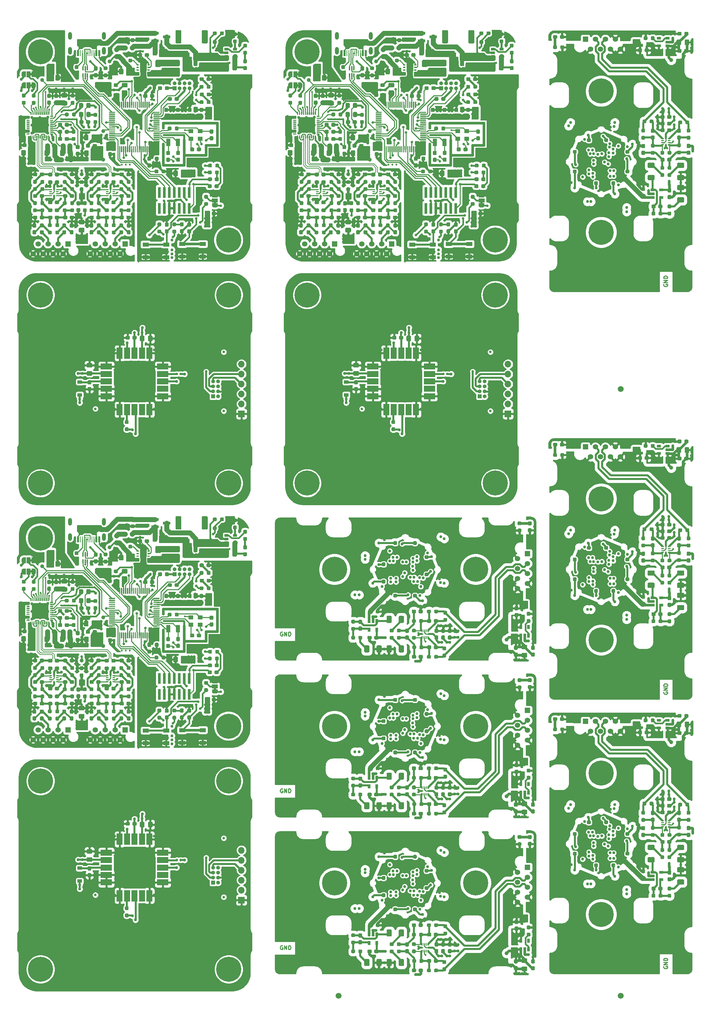
<source format=gtl>
%TF.GenerationSoftware,KiCad,Pcbnew,5.1.7-a382d34a8~87~ubuntu18.04.1*%
%TF.CreationDate,2020-11-04T09:33:24+02:00*%
%TF.ProjectId,panel,70616e65-6c2e-46b6-9963-61645f706362,Rev. A*%
%TF.SameCoordinates,Original*%
%TF.FileFunction,Copper,L1,Top*%
%TF.FilePolarity,Positive*%
%FSLAX46Y46*%
G04 Gerber Fmt 4.6, Leading zero omitted, Abs format (unit mm)*
G04 Created by KiCad (PCBNEW 5.1.7-a382d34a8~87~ubuntu18.04.1) date 2020-11-04 09:33:24*
%MOMM*%
%LPD*%
G01*
G04 APERTURE LIST*
%TA.AperFunction,NonConductor*%
%ADD10C,0.250000*%
%TD*%
%TA.AperFunction,EtchedComponent*%
%ADD11C,0.100000*%
%TD*%
%TA.AperFunction,ComponentPad*%
%ADD12R,1.358000X1.358000*%
%TD*%
%TA.AperFunction,ComponentPad*%
%ADD13C,1.358000*%
%TD*%
%TA.AperFunction,ComponentPad*%
%ADD14C,6.400000*%
%TD*%
%TA.AperFunction,ComponentPad*%
%ADD15C,0.800000*%
%TD*%
%TA.AperFunction,SMDPad,CuDef*%
%ADD16C,1.000000*%
%TD*%
%TA.AperFunction,SMDPad,CuDef*%
%ADD17R,1.060000X0.650000*%
%TD*%
%TA.AperFunction,SMDPad,CuDef*%
%ADD18R,0.650000X1.060000*%
%TD*%
%TA.AperFunction,SMDPad,CuDef*%
%ADD19R,0.750000X2.800000*%
%TD*%
%TA.AperFunction,ComponentPad*%
%ADD20R,1.000000X1.000000*%
%TD*%
%TA.AperFunction,ComponentPad*%
%ADD21O,1.000000X1.000000*%
%TD*%
%TA.AperFunction,ComponentPad*%
%ADD22O,0.950000X1.950000*%
%TD*%
%TA.AperFunction,SMDPad,CuDef*%
%ADD23R,0.520000X1.500000*%
%TD*%
%TA.AperFunction,SMDPad,CuDef*%
%ADD24R,0.523000X1.500000*%
%TD*%
%TA.AperFunction,SMDPad,CuDef*%
%ADD25R,0.280000X1.500000*%
%TD*%
%TA.AperFunction,SMDPad,CuDef*%
%ADD26R,1.200000X0.900000*%
%TD*%
%TA.AperFunction,SMDPad,CuDef*%
%ADD27R,1.900000X0.800000*%
%TD*%
%TA.AperFunction,SMDPad,CuDef*%
%ADD28R,1.300000X1.100000*%
%TD*%
%TA.AperFunction,SMDPad,CuDef*%
%ADD29R,1.100000X1.900000*%
%TD*%
%TA.AperFunction,SMDPad,CuDef*%
%ADD30R,3.000000X1.500000*%
%TD*%
%TA.AperFunction,SMDPad,CuDef*%
%ADD31R,1.500000X3.000000*%
%TD*%
%TA.AperFunction,ComponentPad*%
%ADD32C,0.500000*%
%TD*%
%TA.AperFunction,ComponentPad*%
%ADD33R,1.700000X1.700000*%
%TD*%
%TA.AperFunction,ComponentPad*%
%ADD34O,1.700000X1.700000*%
%TD*%
%TA.AperFunction,SMDPad,CuDef*%
%ADD35R,0.375000X1.000000*%
%TD*%
%TA.AperFunction,SMDPad,CuDef*%
%ADD36R,0.300000X1.200000*%
%TD*%
%TA.AperFunction,SMDPad,CuDef*%
%ADD37R,1.550000X1.000000*%
%TD*%
%TA.AperFunction,SMDPad,CuDef*%
%ADD38C,0.100000*%
%TD*%
%TA.AperFunction,SMDPad,CuDef*%
%ADD39R,1.000000X1.500000*%
%TD*%
%TA.AperFunction,SMDPad,CuDef*%
%ADD40R,1.500000X1.000000*%
%TD*%
%TA.AperFunction,SMDPad,CuDef*%
%ADD41C,1.500000*%
%TD*%
%TA.AperFunction,ViaPad*%
%ADD42C,0.762000*%
%TD*%
%TA.AperFunction,ViaPad*%
%ADD43C,0.635000*%
%TD*%
%TA.AperFunction,ViaPad*%
%ADD44C,0.508000*%
%TD*%
%TA.AperFunction,Conductor*%
%ADD45C,0.508000*%
%TD*%
%TA.AperFunction,Conductor*%
%ADD46C,0.381000*%
%TD*%
%TA.AperFunction,Conductor*%
%ADD47C,0.254000*%
%TD*%
%TA.AperFunction,Conductor*%
%ADD48C,0.635000*%
%TD*%
%TA.AperFunction,Conductor*%
%ADD49C,1.270000*%
%TD*%
%TA.AperFunction,Conductor*%
%ADD50C,0.205232*%
%TD*%
%TA.AperFunction,Conductor*%
%ADD51C,0.250000*%
%TD*%
%TA.AperFunction,Conductor*%
%ADD52C,0.261112*%
%TD*%
%TA.AperFunction,NonConductor*%
%ADD53C,0.381000*%
%TD*%
%TA.AperFunction,NonConductor*%
%ADD54C,0.100000*%
%TD*%
%TA.AperFunction,NonConductor*%
%ADD55C,0.254000*%
%TD*%
%TA.AperFunction,NonConductor*%
%ADD56C,0.457200*%
%TD*%
%TA.AperFunction,NonConductor*%
%ADD57C,0.304800*%
%TD*%
%TA.AperFunction,Conductor*%
%ADD58C,0.100000*%
%TD*%
G04 APERTURE END LIST*
D10*
X247250000Y-266261904D02*
X247202380Y-266357142D01*
X247202380Y-266500000D01*
X247250000Y-266642857D01*
X247345238Y-266738095D01*
X247440476Y-266785714D01*
X247630952Y-266833333D01*
X247773809Y-266833333D01*
X247964285Y-266785714D01*
X248059523Y-266738095D01*
X248154761Y-266642857D01*
X248202380Y-266500000D01*
X248202380Y-266404761D01*
X248154761Y-266261904D01*
X248107142Y-266214285D01*
X247773809Y-266214285D01*
X247773809Y-266404761D01*
X248202380Y-265785714D02*
X247202380Y-265785714D01*
X248202380Y-265214285D01*
X247202380Y-265214285D01*
X248202380Y-264738095D02*
X247202380Y-264738095D01*
X247202380Y-264500000D01*
X247250000Y-264357142D01*
X247345238Y-264261904D01*
X247440476Y-264214285D01*
X247630952Y-264166666D01*
X247773809Y-264166666D01*
X247964285Y-264214285D01*
X248059523Y-264261904D01*
X248154761Y-264357142D01*
X248202380Y-264500000D01*
X248202380Y-264738095D01*
X149988095Y-261000000D02*
X149892857Y-260952380D01*
X149750000Y-260952380D01*
X149607142Y-261000000D01*
X149511904Y-261095238D01*
X149464285Y-261190476D01*
X149416666Y-261380952D01*
X149416666Y-261523809D01*
X149464285Y-261714285D01*
X149511904Y-261809523D01*
X149607142Y-261904761D01*
X149750000Y-261952380D01*
X149845238Y-261952380D01*
X149988095Y-261904761D01*
X150035714Y-261857142D01*
X150035714Y-261523809D01*
X149845238Y-261523809D01*
X150464285Y-261952380D02*
X150464285Y-260952380D01*
X151035714Y-261952380D01*
X151035714Y-260952380D01*
X151511904Y-261952380D02*
X151511904Y-260952380D01*
X151750000Y-260952380D01*
X151892857Y-261000000D01*
X151988095Y-261095238D01*
X152035714Y-261190476D01*
X152083333Y-261380952D01*
X152083333Y-261523809D01*
X152035714Y-261714285D01*
X151988095Y-261809523D01*
X151892857Y-261904761D01*
X151750000Y-261952380D01*
X151511904Y-261952380D01*
X149988095Y-221000000D02*
X149892857Y-220952380D01*
X149750000Y-220952380D01*
X149607142Y-221000000D01*
X149511904Y-221095238D01*
X149464285Y-221190476D01*
X149416666Y-221380952D01*
X149416666Y-221523809D01*
X149464285Y-221714285D01*
X149511904Y-221809523D01*
X149607142Y-221904761D01*
X149750000Y-221952380D01*
X149845238Y-221952380D01*
X149988095Y-221904761D01*
X150035714Y-221857142D01*
X150035714Y-221523809D01*
X149845238Y-221523809D01*
X150464285Y-221952380D02*
X150464285Y-220952380D01*
X151035714Y-221952380D01*
X151035714Y-220952380D01*
X151511904Y-221952380D02*
X151511904Y-220952380D01*
X151750000Y-220952380D01*
X151892857Y-221000000D01*
X151988095Y-221095238D01*
X152035714Y-221190476D01*
X152083333Y-221380952D01*
X152083333Y-221523809D01*
X152035714Y-221714285D01*
X151988095Y-221809523D01*
X151892857Y-221904761D01*
X151750000Y-221952380D01*
X151511904Y-221952380D01*
X149988095Y-181000000D02*
X149892857Y-180952380D01*
X149750000Y-180952380D01*
X149607142Y-181000000D01*
X149511904Y-181095238D01*
X149464285Y-181190476D01*
X149416666Y-181380952D01*
X149416666Y-181523809D01*
X149464285Y-181714285D01*
X149511904Y-181809523D01*
X149607142Y-181904761D01*
X149750000Y-181952380D01*
X149845238Y-181952380D01*
X149988095Y-181904761D01*
X150035714Y-181857142D01*
X150035714Y-181523809D01*
X149845238Y-181523809D01*
X150464285Y-181952380D02*
X150464285Y-180952380D01*
X151035714Y-181952380D01*
X151035714Y-180952380D01*
X151511904Y-181952380D02*
X151511904Y-180952380D01*
X151750000Y-180952380D01*
X151892857Y-181000000D01*
X151988095Y-181095238D01*
X152035714Y-181190476D01*
X152083333Y-181380952D01*
X152083333Y-181523809D01*
X152035714Y-181714285D01*
X151988095Y-181809523D01*
X151892857Y-181904761D01*
X151750000Y-181952380D01*
X151511904Y-181952380D01*
X247250000Y-196261904D02*
X247202380Y-196357142D01*
X247202380Y-196500000D01*
X247250000Y-196642857D01*
X247345238Y-196738095D01*
X247440476Y-196785714D01*
X247630952Y-196833333D01*
X247773809Y-196833333D01*
X247964285Y-196785714D01*
X248059523Y-196738095D01*
X248154761Y-196642857D01*
X248202380Y-196500000D01*
X248202380Y-196404761D01*
X248154761Y-196261904D01*
X248107142Y-196214285D01*
X247773809Y-196214285D01*
X247773809Y-196404761D01*
X248202380Y-195785714D02*
X247202380Y-195785714D01*
X248202380Y-195214285D01*
X247202380Y-195214285D01*
X248202380Y-194738095D02*
X247202380Y-194738095D01*
X247202380Y-194500000D01*
X247250000Y-194357142D01*
X247345238Y-194261904D01*
X247440476Y-194214285D01*
X247630952Y-194166666D01*
X247773809Y-194166666D01*
X247964285Y-194214285D01*
X248059523Y-194261904D01*
X248154761Y-194357142D01*
X248202380Y-194500000D01*
X248202380Y-194738095D01*
X247250000Y-92261904D02*
X247202380Y-92357142D01*
X247202380Y-92500000D01*
X247250000Y-92642857D01*
X247345238Y-92738095D01*
X247440476Y-92785714D01*
X247630952Y-92833333D01*
X247773809Y-92833333D01*
X247964285Y-92785714D01*
X248059523Y-92738095D01*
X248154761Y-92642857D01*
X248202380Y-92500000D01*
X248202380Y-92404761D01*
X248154761Y-92261904D01*
X248107142Y-92214285D01*
X247773809Y-92214285D01*
X247773809Y-92404761D01*
X248202380Y-91785714D02*
X247202380Y-91785714D01*
X248202380Y-91214285D01*
X247202380Y-91214285D01*
X248202380Y-90738095D02*
X247202380Y-90738095D01*
X247202380Y-90500000D01*
X247250000Y-90357142D01*
X247345238Y-90261904D01*
X247440476Y-90214285D01*
X247630952Y-90166666D01*
X247773809Y-90166666D01*
X247964285Y-90214285D01*
X248059523Y-90261904D01*
X248154761Y-90357142D01*
X248202380Y-90500000D01*
X248202380Y-90738095D01*
D11*
%TO.C,JP6*%
G36*
X154150000Y-41850000D02*
G01*
X153650000Y-41850000D01*
X153650000Y-41250000D01*
X154150000Y-41250000D01*
X154150000Y-41850000D01*
G37*
%TO.C,JP7*%
G36*
X154150000Y-39000000D02*
G01*
X153650000Y-39000000D01*
X153650000Y-38400000D01*
X154150000Y-38400000D01*
X154150000Y-39000000D01*
G37*
%TO.C,JP8*%
G36*
X200450000Y-71775000D02*
G01*
X200450000Y-71275000D01*
X201050000Y-71275000D01*
X201050000Y-71775000D01*
X200450000Y-71775000D01*
G37*
%TO.C,JP6*%
G36*
X86150000Y-165850000D02*
G01*
X85650000Y-165850000D01*
X85650000Y-165250000D01*
X86150000Y-165250000D01*
X86150000Y-165850000D01*
G37*
%TO.C,JP7*%
G36*
X86150000Y-163000000D02*
G01*
X85650000Y-163000000D01*
X85650000Y-162400000D01*
X86150000Y-162400000D01*
X86150000Y-163000000D01*
G37*
%TO.C,JP8*%
G36*
X132450000Y-195775000D02*
G01*
X132450000Y-195275000D01*
X133050000Y-195275000D01*
X133050000Y-195775000D01*
X132450000Y-195775000D01*
G37*
%TO.C,JP6*%
G36*
X86150000Y-41850000D02*
G01*
X85650000Y-41850000D01*
X85650000Y-41250000D01*
X86150000Y-41250000D01*
X86150000Y-41850000D01*
G37*
%TO.C,JP7*%
G36*
X86150000Y-39000000D02*
G01*
X85650000Y-39000000D01*
X85650000Y-38400000D01*
X86150000Y-38400000D01*
X86150000Y-39000000D01*
G37*
%TO.C,JP8*%
G36*
X132450000Y-71775000D02*
G01*
X132450000Y-71275000D01*
X133050000Y-71275000D01*
X133050000Y-71775000D01*
X132450000Y-71775000D01*
G37*
%TD*%
%TO.P,R11,1*%
%TO.N,N/C*%
%TA.AperFunction,SMDPad,CuDef*%
G36*
G01*
X248451000Y-245937500D02*
X248926000Y-245937500D01*
G75*
G02*
X249163500Y-246175000I0J-237500D01*
G01*
X249163500Y-246675000D01*
G75*
G02*
X248926000Y-246912500I-237500J0D01*
G01*
X248451000Y-246912500D01*
G75*
G02*
X248213500Y-246675000I0J237500D01*
G01*
X248213500Y-246175000D01*
G75*
G02*
X248451000Y-245937500I237500J0D01*
G01*
G37*
%TD.AperFunction*%
%TO.P,R11,2*%
%TA.AperFunction,SMDPad,CuDef*%
G36*
G01*
X248451000Y-247762500D02*
X248926000Y-247762500D01*
G75*
G02*
X249163500Y-248000000I0J-237500D01*
G01*
X249163500Y-248500000D01*
G75*
G02*
X248926000Y-248737500I-237500J0D01*
G01*
X248451000Y-248737500D01*
G75*
G02*
X248213500Y-248500000I0J237500D01*
G01*
X248213500Y-248000000D01*
G75*
G02*
X248451000Y-247762500I237500J0D01*
G01*
G37*
%TD.AperFunction*%
%TD*%
%TO.P,C2,1*%
%TO.N,N/C*%
%TA.AperFunction,SMDPad,CuDef*%
G36*
G01*
X250487499Y-205039376D02*
X250487499Y-204089376D01*
G75*
G02*
X250737499Y-203839376I250000J0D01*
G01*
X251412499Y-203839376D01*
G75*
G02*
X251662499Y-204089376I0J-250000D01*
G01*
X251662499Y-205039376D01*
G75*
G02*
X251412499Y-205289376I-250000J0D01*
G01*
X250737499Y-205289376D01*
G75*
G02*
X250487499Y-205039376I0J250000D01*
G01*
G37*
%TD.AperFunction*%
%TO.P,C2,2*%
%TA.AperFunction,SMDPad,CuDef*%
G36*
G01*
X252562499Y-205039376D02*
X252562499Y-204089376D01*
G75*
G02*
X252812499Y-203839376I250000J0D01*
G01*
X253487499Y-203839376D01*
G75*
G02*
X253737499Y-204089376I0J-250000D01*
G01*
X253737499Y-205039376D01*
G75*
G02*
X253487499Y-205289376I-250000J0D01*
G01*
X252812499Y-205289376D01*
G75*
G02*
X252562499Y-205039376I0J250000D01*
G01*
G37*
%TD.AperFunction*%
%TD*%
D12*
%TO.P,J1,1*%
%TO.N,N/C*%
X227250000Y-203750000D03*
D13*
%TO.P,J1,2*%
X228520000Y-206290000D03*
%TO.P,J1,3*%
X229790000Y-203750000D03*
%TO.P,J1,4*%
X231060000Y-206290000D03*
%TO.P,J1,5*%
X232330000Y-203750000D03*
%TO.P,J1,6*%
X233600000Y-206290000D03*
%TO.P,J1,7*%
X234870000Y-203750000D03*
%TO.P,J1,8*%
X236140000Y-206290000D03*
%TD*%
%TO.P,R10,1*%
%TO.N,N/C*%
%TA.AperFunction,SMDPad,CuDef*%
G36*
G01*
X241762500Y-241512500D02*
X242237500Y-241512500D01*
G75*
G02*
X242475000Y-241750000I0J-237500D01*
G01*
X242475000Y-242250000D01*
G75*
G02*
X242237500Y-242487500I-237500J0D01*
G01*
X241762500Y-242487500D01*
G75*
G02*
X241525000Y-242250000I0J237500D01*
G01*
X241525000Y-241750000D01*
G75*
G02*
X241762500Y-241512500I237500J0D01*
G01*
G37*
%TD.AperFunction*%
%TO.P,R10,2*%
%TA.AperFunction,SMDPad,CuDef*%
G36*
G01*
X241762500Y-243337500D02*
X242237500Y-243337500D01*
G75*
G02*
X242475000Y-243575000I0J-237500D01*
G01*
X242475000Y-244075000D01*
G75*
G02*
X242237500Y-244312500I-237500J0D01*
G01*
X241762500Y-244312500D01*
G75*
G02*
X241525000Y-244075000I0J237500D01*
G01*
X241525000Y-243575000D01*
G75*
G02*
X241762500Y-243337500I237500J0D01*
G01*
G37*
%TD.AperFunction*%
%TD*%
%TO.P,R21,1*%
%TO.N,N/C*%
%TA.AperFunction,SMDPad,CuDef*%
G36*
G01*
X219025000Y-206054167D02*
X219025000Y-205579167D01*
G75*
G02*
X219262500Y-205341667I237500J0D01*
G01*
X219762500Y-205341667D01*
G75*
G02*
X220000000Y-205579167I0J-237500D01*
G01*
X220000000Y-206054167D01*
G75*
G02*
X219762500Y-206291667I-237500J0D01*
G01*
X219262500Y-206291667D01*
G75*
G02*
X219025000Y-206054167I0J237500D01*
G01*
G37*
%TD.AperFunction*%
%TO.P,R21,2*%
%TA.AperFunction,SMDPad,CuDef*%
G36*
G01*
X220850000Y-206054167D02*
X220850000Y-205579167D01*
G75*
G02*
X221087500Y-205341667I237500J0D01*
G01*
X221587500Y-205341667D01*
G75*
G02*
X221825000Y-205579167I0J-237500D01*
G01*
X221825000Y-206054167D01*
G75*
G02*
X221587500Y-206291667I-237500J0D01*
G01*
X221087500Y-206291667D01*
G75*
G02*
X220850000Y-206054167I0J237500D01*
G01*
G37*
%TD.AperFunction*%
%TD*%
%TO.P,R16,1*%
%TO.N,N/C*%
%TA.AperFunction,SMDPad,CuDef*%
G36*
G01*
X244190500Y-230437500D02*
X244665500Y-230437500D01*
G75*
G02*
X244903000Y-230675000I0J-237500D01*
G01*
X244903000Y-231175000D01*
G75*
G02*
X244665500Y-231412500I-237500J0D01*
G01*
X244190500Y-231412500D01*
G75*
G02*
X243953000Y-231175000I0J237500D01*
G01*
X243953000Y-230675000D01*
G75*
G02*
X244190500Y-230437500I237500J0D01*
G01*
G37*
%TD.AperFunction*%
%TO.P,R16,2*%
%TA.AperFunction,SMDPad,CuDef*%
G36*
G01*
X244190500Y-232262500D02*
X244665500Y-232262500D01*
G75*
G02*
X244903000Y-232500000I0J-237500D01*
G01*
X244903000Y-233000000D01*
G75*
G02*
X244665500Y-233237500I-237500J0D01*
G01*
X244190500Y-233237500D01*
G75*
G02*
X243953000Y-233000000I0J237500D01*
G01*
X243953000Y-232500000D01*
G75*
G02*
X244190500Y-232262500I237500J0D01*
G01*
G37*
%TD.AperFunction*%
%TD*%
%TO.P,R15,1*%
%TO.N,N/C*%
%TA.AperFunction,SMDPad,CuDef*%
G36*
G01*
X250886500Y-230350000D02*
X251361500Y-230350000D01*
G75*
G02*
X251599000Y-230587500I0J-237500D01*
G01*
X251599000Y-231087500D01*
G75*
G02*
X251361500Y-231325000I-237500J0D01*
G01*
X250886500Y-231325000D01*
G75*
G02*
X250649000Y-231087500I0J237500D01*
G01*
X250649000Y-230587500D01*
G75*
G02*
X250886500Y-230350000I237500J0D01*
G01*
G37*
%TD.AperFunction*%
%TO.P,R15,2*%
%TA.AperFunction,SMDPad,CuDef*%
G36*
G01*
X250886500Y-232175000D02*
X251361500Y-232175000D01*
G75*
G02*
X251599000Y-232412500I0J-237500D01*
G01*
X251599000Y-232912500D01*
G75*
G02*
X251361500Y-233150000I-237500J0D01*
G01*
X250886500Y-233150000D01*
G75*
G02*
X250649000Y-232912500I0J237500D01*
G01*
X250649000Y-232412500D01*
G75*
G02*
X250886500Y-232175000I237500J0D01*
G01*
G37*
%TD.AperFunction*%
%TD*%
%TO.P,U3,1*%
%TO.N,N/C*%
%TA.AperFunction,SMDPad,CuDef*%
G36*
G01*
X246575000Y-229225000D02*
X246575000Y-229075000D01*
G75*
G02*
X246625000Y-229025000I50000J0D01*
G01*
X247225000Y-229025000D01*
G75*
G02*
X247275000Y-229075000I0J-50000D01*
G01*
X247275000Y-229225000D01*
G75*
G02*
X247225000Y-229275000I-50000J0D01*
G01*
X246625000Y-229275000D01*
G75*
G02*
X246575000Y-229225000I0J50000D01*
G01*
G37*
%TD.AperFunction*%
%TO.P,U3,2*%
%TA.AperFunction,SMDPad,CuDef*%
G36*
G01*
X246575000Y-229725000D02*
X246575000Y-229575000D01*
G75*
G02*
X246625000Y-229525000I50000J0D01*
G01*
X247225000Y-229525000D01*
G75*
G02*
X247275000Y-229575000I0J-50000D01*
G01*
X247275000Y-229725000D01*
G75*
G02*
X247225000Y-229775000I-50000J0D01*
G01*
X246625000Y-229775000D01*
G75*
G02*
X246575000Y-229725000I0J50000D01*
G01*
G37*
%TD.AperFunction*%
%TO.P,U3,3*%
%TA.AperFunction,SMDPad,CuDef*%
G36*
G01*
X246575000Y-230225000D02*
X246575000Y-230075000D01*
G75*
G02*
X246625000Y-230025000I50000J0D01*
G01*
X247225000Y-230025000D01*
G75*
G02*
X247275000Y-230075000I0J-50000D01*
G01*
X247275000Y-230225000D01*
G75*
G02*
X247225000Y-230275000I-50000J0D01*
G01*
X246625000Y-230275000D01*
G75*
G02*
X246575000Y-230225000I0J50000D01*
G01*
G37*
%TD.AperFunction*%
%TO.P,U3,4*%
%TA.AperFunction,SMDPad,CuDef*%
G36*
G01*
X246575000Y-230725000D02*
X246575000Y-230575000D01*
G75*
G02*
X246625000Y-230525000I50000J0D01*
G01*
X247225000Y-230525000D01*
G75*
G02*
X247275000Y-230575000I0J-50000D01*
G01*
X247275000Y-230725000D01*
G75*
G02*
X247225000Y-230775000I-50000J0D01*
G01*
X246625000Y-230775000D01*
G75*
G02*
X246575000Y-230725000I0J50000D01*
G01*
G37*
%TD.AperFunction*%
%TO.P,U3,9*%
%TA.AperFunction,SMDPad,CuDef*%
G36*
G01*
X248275000Y-229225000D02*
X248275000Y-229075000D01*
G75*
G02*
X248325000Y-229025000I50000J0D01*
G01*
X248925000Y-229025000D01*
G75*
G02*
X248975000Y-229075000I0J-50000D01*
G01*
X248975000Y-229225000D01*
G75*
G02*
X248925000Y-229275000I-50000J0D01*
G01*
X248325000Y-229275000D01*
G75*
G02*
X248275000Y-229225000I0J50000D01*
G01*
G37*
%TD.AperFunction*%
%TO.P,U3,7*%
%TA.AperFunction,SMDPad,CuDef*%
G36*
G01*
X248275000Y-230225000D02*
X248275000Y-230075000D01*
G75*
G02*
X248325000Y-230025000I50000J0D01*
G01*
X248925000Y-230025000D01*
G75*
G02*
X248975000Y-230075000I0J-50000D01*
G01*
X248975000Y-230225000D01*
G75*
G02*
X248925000Y-230275000I-50000J0D01*
G01*
X248325000Y-230275000D01*
G75*
G02*
X248275000Y-230225000I0J50000D01*
G01*
G37*
%TD.AperFunction*%
%TO.P,U3,6*%
%TA.AperFunction,SMDPad,CuDef*%
G36*
G01*
X248275000Y-230725000D02*
X248275000Y-230575000D01*
G75*
G02*
X248325000Y-230525000I50000J0D01*
G01*
X248925000Y-230525000D01*
G75*
G02*
X248975000Y-230575000I0J-50000D01*
G01*
X248975000Y-230725000D01*
G75*
G02*
X248925000Y-230775000I-50000J0D01*
G01*
X248325000Y-230775000D01*
G75*
G02*
X248275000Y-230725000I0J50000D01*
G01*
G37*
%TD.AperFunction*%
%TO.P,U3,8*%
%TA.AperFunction,SMDPad,CuDef*%
G36*
G01*
X248275000Y-229725000D02*
X248275000Y-229575000D01*
G75*
G02*
X248325000Y-229525000I50000J0D01*
G01*
X248925000Y-229525000D01*
G75*
G02*
X248975000Y-229575000I0J-50000D01*
G01*
X248975000Y-229725000D01*
G75*
G02*
X248925000Y-229775000I-50000J0D01*
G01*
X248325000Y-229775000D01*
G75*
G02*
X248275000Y-229725000I0J50000D01*
G01*
G37*
%TD.AperFunction*%
%TO.P,U3,10*%
%TA.AperFunction,SMDPad,CuDef*%
G36*
G01*
X247850000Y-229400000D02*
X247700000Y-229400000D01*
G75*
G02*
X247650000Y-229350000I0J50000D01*
G01*
X247650000Y-228750000D01*
G75*
G02*
X247700000Y-228700000I50000J0D01*
G01*
X247850000Y-228700000D01*
G75*
G02*
X247900000Y-228750000I0J-50000D01*
G01*
X247900000Y-229350000D01*
G75*
G02*
X247850000Y-229400000I-50000J0D01*
G01*
G37*
%TD.AperFunction*%
%TO.P,U3,5*%
%TA.AperFunction,SMDPad,CuDef*%
G36*
G01*
X247850000Y-231100000D02*
X247700000Y-231100000D01*
G75*
G02*
X247650000Y-231050000I0J50000D01*
G01*
X247650000Y-230450000D01*
G75*
G02*
X247700000Y-230400000I50000J0D01*
G01*
X247850000Y-230400000D01*
G75*
G02*
X247900000Y-230450000I0J-50000D01*
G01*
X247900000Y-231050000D01*
G75*
G02*
X247850000Y-231100000I-50000J0D01*
G01*
G37*
%TD.AperFunction*%
%TD*%
D14*
%TO.P,H2,1*%
%TO.N,N/C*%
X231250000Y-217000000D03*
D15*
X231250000Y-214600000D03*
X232947056Y-215302944D03*
X233650000Y-217000000D03*
X232947056Y-218697056D03*
X231250000Y-219400000D03*
X229552944Y-218697056D03*
X228850000Y-217000000D03*
X229552944Y-215302944D03*
%TD*%
%TO.P,R12,1*%
%TO.N,N/C*%
%TA.AperFunction,SMDPad,CuDef*%
G36*
G01*
X246900000Y-248012500D02*
X246900000Y-248487500D01*
G75*
G02*
X246662500Y-248725000I-237500J0D01*
G01*
X246162500Y-248725000D01*
G75*
G02*
X245925000Y-248487500I0J237500D01*
G01*
X245925000Y-248012500D01*
G75*
G02*
X246162500Y-247775000I237500J0D01*
G01*
X246662500Y-247775000D01*
G75*
G02*
X246900000Y-248012500I0J-237500D01*
G01*
G37*
%TD.AperFunction*%
%TO.P,R12,2*%
%TA.AperFunction,SMDPad,CuDef*%
G36*
G01*
X245075000Y-248012500D02*
X245075000Y-248487500D01*
G75*
G02*
X244837500Y-248725000I-237500J0D01*
G01*
X244337500Y-248725000D01*
G75*
G02*
X244100000Y-248487500I0J237500D01*
G01*
X244100000Y-248012500D01*
G75*
G02*
X244337500Y-247775000I237500J0D01*
G01*
X244837500Y-247775000D01*
G75*
G02*
X245075000Y-248012500I0J-237500D01*
G01*
G37*
%TD.AperFunction*%
%TD*%
D16*
%TO.P,TP1,1*%
%TO.N,N/C*%
X249150000Y-209100000D03*
%TD*%
%TO.P,R6,1*%
%TO.N,N/C*%
%TA.AperFunction,SMDPad,CuDef*%
G36*
G01*
X238441667Y-237277501D02*
X238441667Y-237752501D01*
G75*
G02*
X238204167Y-237990001I-237500J0D01*
G01*
X237704167Y-237990001D01*
G75*
G02*
X237466667Y-237752501I0J237500D01*
G01*
X237466667Y-237277501D01*
G75*
G02*
X237704167Y-237040001I237500J0D01*
G01*
X238204167Y-237040001D01*
G75*
G02*
X238441667Y-237277501I0J-237500D01*
G01*
G37*
%TD.AperFunction*%
%TO.P,R6,2*%
%TA.AperFunction,SMDPad,CuDef*%
G36*
G01*
X236616667Y-237277501D02*
X236616667Y-237752501D01*
G75*
G02*
X236379167Y-237990001I-237500J0D01*
G01*
X235879167Y-237990001D01*
G75*
G02*
X235641667Y-237752501I0J237500D01*
G01*
X235641667Y-237277501D01*
G75*
G02*
X235879167Y-237040001I237500J0D01*
G01*
X236379167Y-237040001D01*
G75*
G02*
X236616667Y-237277501I0J-237500D01*
G01*
G37*
%TD.AperFunction*%
%TD*%
%TO.P,C11,1*%
%TO.N,N/C*%
%TA.AperFunction,SMDPad,CuDef*%
G36*
G01*
X243357997Y-235275000D02*
X244658003Y-235275000D01*
G75*
G02*
X244908000Y-235524997I0J-249997D01*
G01*
X244908000Y-236350003D01*
G75*
G02*
X244658003Y-236600000I-249997J0D01*
G01*
X243357997Y-236600000D01*
G75*
G02*
X243108000Y-236350003I0J249997D01*
G01*
X243108000Y-235524997D01*
G75*
G02*
X243357997Y-235275000I249997J0D01*
G01*
G37*
%TD.AperFunction*%
%TO.P,C11,2*%
%TA.AperFunction,SMDPad,CuDef*%
G36*
G01*
X243357997Y-238400000D02*
X244658003Y-238400000D01*
G75*
G02*
X244908000Y-238649997I0J-249997D01*
G01*
X244908000Y-239475003D01*
G75*
G02*
X244658003Y-239725000I-249997J0D01*
G01*
X243357997Y-239725000D01*
G75*
G02*
X243108000Y-239475003I0J249997D01*
G01*
X243108000Y-238649997D01*
G75*
G02*
X243357997Y-238400000I249997J0D01*
G01*
G37*
%TD.AperFunction*%
%TD*%
%TO.P,R8,1*%
%TO.N,N/C*%
%TA.AperFunction,SMDPad,CuDef*%
G36*
G01*
X230441667Y-240247501D02*
X230441667Y-240722501D01*
G75*
G02*
X230204167Y-240960001I-237500J0D01*
G01*
X229704167Y-240960001D01*
G75*
G02*
X229466667Y-240722501I0J237500D01*
G01*
X229466667Y-240247501D01*
G75*
G02*
X229704167Y-240010001I237500J0D01*
G01*
X230204167Y-240010001D01*
G75*
G02*
X230441667Y-240247501I0J-237500D01*
G01*
G37*
%TD.AperFunction*%
%TO.P,R8,2*%
%TA.AperFunction,SMDPad,CuDef*%
G36*
G01*
X228616667Y-240247501D02*
X228616667Y-240722501D01*
G75*
G02*
X228379167Y-240960001I-237500J0D01*
G01*
X227879167Y-240960001D01*
G75*
G02*
X227641667Y-240722501I0J237500D01*
G01*
X227641667Y-240247501D01*
G75*
G02*
X227879167Y-240010001I237500J0D01*
G01*
X228379167Y-240010001D01*
G75*
G02*
X228616667Y-240247501I0J-237500D01*
G01*
G37*
%TD.AperFunction*%
%TD*%
%TO.P,R18,1*%
%TO.N,N/C*%
%TA.AperFunction,SMDPad,CuDef*%
G36*
G01*
X241762500Y-226600000D02*
X242237500Y-226600000D01*
G75*
G02*
X242475000Y-226837500I0J-237500D01*
G01*
X242475000Y-227337500D01*
G75*
G02*
X242237500Y-227575000I-237500J0D01*
G01*
X241762500Y-227575000D01*
G75*
G02*
X241525000Y-227337500I0J237500D01*
G01*
X241525000Y-226837500D01*
G75*
G02*
X241762500Y-226600000I237500J0D01*
G01*
G37*
%TD.AperFunction*%
%TO.P,R18,2*%
%TA.AperFunction,SMDPad,CuDef*%
G36*
G01*
X241762500Y-228425000D02*
X242237500Y-228425000D01*
G75*
G02*
X242475000Y-228662500I0J-237500D01*
G01*
X242475000Y-229162500D01*
G75*
G02*
X242237500Y-229400000I-237500J0D01*
G01*
X241762500Y-229400000D01*
G75*
G02*
X241525000Y-229162500I0J237500D01*
G01*
X241525000Y-228662500D01*
G75*
G02*
X241762500Y-228425000I237500J0D01*
G01*
G37*
%TD.AperFunction*%
%TD*%
%TO.P,R17,1*%
%TO.N,N/C*%
%TA.AperFunction,SMDPad,CuDef*%
G36*
G01*
X253314500Y-226600000D02*
X253789500Y-226600000D01*
G75*
G02*
X254027000Y-226837500I0J-237500D01*
G01*
X254027000Y-227337500D01*
G75*
G02*
X253789500Y-227575000I-237500J0D01*
G01*
X253314500Y-227575000D01*
G75*
G02*
X253077000Y-227337500I0J237500D01*
G01*
X253077000Y-226837500D01*
G75*
G02*
X253314500Y-226600000I237500J0D01*
G01*
G37*
%TD.AperFunction*%
%TO.P,R17,2*%
%TA.AperFunction,SMDPad,CuDef*%
G36*
G01*
X253314500Y-228425000D02*
X253789500Y-228425000D01*
G75*
G02*
X254027000Y-228662500I0J-237500D01*
G01*
X254027000Y-229162500D01*
G75*
G02*
X253789500Y-229400000I-237500J0D01*
G01*
X253314500Y-229400000D01*
G75*
G02*
X253077000Y-229162500I0J237500D01*
G01*
X253077000Y-228662500D01*
G75*
G02*
X253314500Y-228425000I237500J0D01*
G01*
G37*
%TD.AperFunction*%
%TD*%
D17*
%TO.P,U2,1*%
%TO.N,N/C*%
X244400000Y-242237500D03*
%TO.P,U2,2*%
X244400000Y-243187500D03*
%TO.P,U2,3*%
X244400000Y-244137500D03*
%TO.P,U2,4*%
X246600000Y-244137500D03*
%TO.P,U2,5*%
X246600000Y-242237500D03*
%TD*%
%TO.P,R19,1*%
%TO.N,N/C*%
%TA.AperFunction,SMDPad,CuDef*%
G36*
G01*
X253738000Y-224762500D02*
X253738000Y-225237500D01*
G75*
G02*
X253500500Y-225475000I-237500J0D01*
G01*
X253000500Y-225475000D01*
G75*
G02*
X252763000Y-225237500I0J237500D01*
G01*
X252763000Y-224762500D01*
G75*
G02*
X253000500Y-224525000I237500J0D01*
G01*
X253500500Y-224525000D01*
G75*
G02*
X253738000Y-224762500I0J-237500D01*
G01*
G37*
%TD.AperFunction*%
%TO.P,R19,2*%
%TA.AperFunction,SMDPad,CuDef*%
G36*
G01*
X251913000Y-224762500D02*
X251913000Y-225237500D01*
G75*
G02*
X251675500Y-225475000I-237500J0D01*
G01*
X251175500Y-225475000D01*
G75*
G02*
X250938000Y-225237500I0J237500D01*
G01*
X250938000Y-224762500D01*
G75*
G02*
X251175500Y-224525000I237500J0D01*
G01*
X251675500Y-224525000D01*
G75*
G02*
X251913000Y-224762500I0J-237500D01*
G01*
G37*
%TD.AperFunction*%
%TD*%
%TO.P,CB4,1*%
%TO.N,N/C*%
%TA.AperFunction,SMDPad,CuDef*%
G36*
G01*
X248451000Y-241787500D02*
X248926000Y-241787500D01*
G75*
G02*
X249163500Y-242025000I0J-237500D01*
G01*
X249163500Y-242625000D01*
G75*
G02*
X248926000Y-242862500I-237500J0D01*
G01*
X248451000Y-242862500D01*
G75*
G02*
X248213500Y-242625000I0J237500D01*
G01*
X248213500Y-242025000D01*
G75*
G02*
X248451000Y-241787500I237500J0D01*
G01*
G37*
%TD.AperFunction*%
%TO.P,CB4,2*%
%TA.AperFunction,SMDPad,CuDef*%
G36*
G01*
X248451000Y-243512500D02*
X248926000Y-243512500D01*
G75*
G02*
X249163500Y-243750000I0J-237500D01*
G01*
X249163500Y-244350000D01*
G75*
G02*
X248926000Y-244587500I-237500J0D01*
G01*
X248451000Y-244587500D01*
G75*
G02*
X248213500Y-244350000I0J237500D01*
G01*
X248213500Y-243750000D01*
G75*
G02*
X248451000Y-243512500I237500J0D01*
G01*
G37*
%TD.AperFunction*%
%TD*%
%TO.P,CB1,1*%
%TO.N,N/C*%
%TA.AperFunction,SMDPad,CuDef*%
G36*
G01*
X250712499Y-206987500D02*
X250712499Y-206512500D01*
G75*
G02*
X250949999Y-206275000I237500J0D01*
G01*
X251549999Y-206275000D01*
G75*
G02*
X251787499Y-206512500I0J-237500D01*
G01*
X251787499Y-206987500D01*
G75*
G02*
X251549999Y-207225000I-237500J0D01*
G01*
X250949999Y-207225000D01*
G75*
G02*
X250712499Y-206987500I0J237500D01*
G01*
G37*
%TD.AperFunction*%
%TO.P,CB1,2*%
%TA.AperFunction,SMDPad,CuDef*%
G36*
G01*
X252437499Y-206987500D02*
X252437499Y-206512500D01*
G75*
G02*
X252674999Y-206275000I237500J0D01*
G01*
X253274999Y-206275000D01*
G75*
G02*
X253512499Y-206512500I0J-237500D01*
G01*
X253512499Y-206987500D01*
G75*
G02*
X253274999Y-207225000I-237500J0D01*
G01*
X252674999Y-207225000D01*
G75*
G02*
X252437499Y-206987500I0J237500D01*
G01*
G37*
%TD.AperFunction*%
%TD*%
%TO.P,C13,1*%
%TO.N,N/C*%
%TA.AperFunction,SMDPad,CuDef*%
G36*
G01*
X241762500Y-230487500D02*
X242237500Y-230487500D01*
G75*
G02*
X242475000Y-230725000I0J-237500D01*
G01*
X242475000Y-231325000D01*
G75*
G02*
X242237500Y-231562500I-237500J0D01*
G01*
X241762500Y-231562500D01*
G75*
G02*
X241525000Y-231325000I0J237500D01*
G01*
X241525000Y-230725000D01*
G75*
G02*
X241762500Y-230487500I237500J0D01*
G01*
G37*
%TD.AperFunction*%
%TO.P,C13,2*%
%TA.AperFunction,SMDPad,CuDef*%
G36*
G01*
X241762500Y-232212500D02*
X242237500Y-232212500D01*
G75*
G02*
X242475000Y-232450000I0J-237500D01*
G01*
X242475000Y-233050000D01*
G75*
G02*
X242237500Y-233287500I-237500J0D01*
G01*
X241762500Y-233287500D01*
G75*
G02*
X241525000Y-233050000I0J237500D01*
G01*
X241525000Y-232450000D01*
G75*
G02*
X241762500Y-232212500I237500J0D01*
G01*
G37*
%TD.AperFunction*%
%TD*%
%TO.P,CB5,1*%
%TO.N,N/C*%
%TA.AperFunction,SMDPad,CuDef*%
G36*
G01*
X249176000Y-226762500D02*
X249176000Y-227237500D01*
G75*
G02*
X248938500Y-227475000I-237500J0D01*
G01*
X248338500Y-227475000D01*
G75*
G02*
X248101000Y-227237500I0J237500D01*
G01*
X248101000Y-226762500D01*
G75*
G02*
X248338500Y-226525000I237500J0D01*
G01*
X248938500Y-226525000D01*
G75*
G02*
X249176000Y-226762500I0J-237500D01*
G01*
G37*
%TD.AperFunction*%
%TO.P,CB5,2*%
%TA.AperFunction,SMDPad,CuDef*%
G36*
G01*
X247451000Y-226762500D02*
X247451000Y-227237500D01*
G75*
G02*
X247213500Y-227475000I-237500J0D01*
G01*
X246613500Y-227475000D01*
G75*
G02*
X246376000Y-227237500I0J237500D01*
G01*
X246376000Y-226762500D01*
G75*
G02*
X246613500Y-226525000I237500J0D01*
G01*
X247213500Y-226525000D01*
G75*
G02*
X247451000Y-226762500I0J-237500D01*
G01*
G37*
%TD.AperFunction*%
%TD*%
%TO.P,CB3,1*%
%TO.N,N/C*%
%TA.AperFunction,SMDPad,CuDef*%
G36*
G01*
X249176000Y-225062500D02*
X249176000Y-225537500D01*
G75*
G02*
X248938500Y-225775000I-237500J0D01*
G01*
X248338500Y-225775000D01*
G75*
G02*
X248101000Y-225537500I0J237500D01*
G01*
X248101000Y-225062500D01*
G75*
G02*
X248338500Y-224825000I237500J0D01*
G01*
X248938500Y-224825000D01*
G75*
G02*
X249176000Y-225062500I0J-237500D01*
G01*
G37*
%TD.AperFunction*%
%TO.P,CB3,2*%
%TA.AperFunction,SMDPad,CuDef*%
G36*
G01*
X247451000Y-225062500D02*
X247451000Y-225537500D01*
G75*
G02*
X247213500Y-225775000I-237500J0D01*
G01*
X246613500Y-225775000D01*
G75*
G02*
X246376000Y-225537500I0J237500D01*
G01*
X246376000Y-225062500D01*
G75*
G02*
X246613500Y-224825000I237500J0D01*
G01*
X247213500Y-224825000D01*
G75*
G02*
X247451000Y-225062500I0J-237500D01*
G01*
G37*
%TD.AperFunction*%
%TD*%
%TO.P,R7,1*%
%TO.N,N/C*%
%TA.AperFunction,SMDPad,CuDef*%
G36*
G01*
X234858333Y-240247501D02*
X234858333Y-240722501D01*
G75*
G02*
X234620833Y-240960001I-237500J0D01*
G01*
X234120833Y-240960001D01*
G75*
G02*
X233883333Y-240722501I0J237500D01*
G01*
X233883333Y-240247501D01*
G75*
G02*
X234120833Y-240010001I237500J0D01*
G01*
X234620833Y-240010001D01*
G75*
G02*
X234858333Y-240247501I0J-237500D01*
G01*
G37*
%TD.AperFunction*%
%TO.P,R7,2*%
%TA.AperFunction,SMDPad,CuDef*%
G36*
G01*
X233033333Y-240247501D02*
X233033333Y-240722501D01*
G75*
G02*
X232795833Y-240960001I-237500J0D01*
G01*
X232295833Y-240960001D01*
G75*
G02*
X232058333Y-240722501I0J237500D01*
G01*
X232058333Y-240247501D01*
G75*
G02*
X232295833Y-240010001I237500J0D01*
G01*
X232795833Y-240010001D01*
G75*
G02*
X233033333Y-240247501I0J-237500D01*
G01*
G37*
%TD.AperFunction*%
%TD*%
%TO.P,R20,1*%
%TO.N,N/C*%
%TA.AperFunction,SMDPad,CuDef*%
G36*
G01*
X241814000Y-224987500D02*
X241814000Y-224512500D01*
G75*
G02*
X242051500Y-224275000I237500J0D01*
G01*
X242551500Y-224275000D01*
G75*
G02*
X242789000Y-224512500I0J-237500D01*
G01*
X242789000Y-224987500D01*
G75*
G02*
X242551500Y-225225000I-237500J0D01*
G01*
X242051500Y-225225000D01*
G75*
G02*
X241814000Y-224987500I0J237500D01*
G01*
G37*
%TD.AperFunction*%
%TO.P,R20,2*%
%TA.AperFunction,SMDPad,CuDef*%
G36*
G01*
X243639000Y-224987500D02*
X243639000Y-224512500D01*
G75*
G02*
X243876500Y-224275000I237500J0D01*
G01*
X244376500Y-224275000D01*
G75*
G02*
X244614000Y-224512500I0J-237500D01*
G01*
X244614000Y-224987500D01*
G75*
G02*
X244376500Y-225225000I-237500J0D01*
G01*
X243876500Y-225225000D01*
G75*
G02*
X243639000Y-224987500I0J237500D01*
G01*
G37*
%TD.AperFunction*%
%TD*%
%TO.P,R9,1*%
%TO.N,N/C*%
%TA.AperFunction,SMDPad,CuDef*%
G36*
G01*
X224058333Y-237752501D02*
X224058333Y-237277501D01*
G75*
G02*
X224295833Y-237040001I237500J0D01*
G01*
X224795833Y-237040001D01*
G75*
G02*
X225033333Y-237277501I0J-237500D01*
G01*
X225033333Y-237752501D01*
G75*
G02*
X224795833Y-237990001I-237500J0D01*
G01*
X224295833Y-237990001D01*
G75*
G02*
X224058333Y-237752501I0J237500D01*
G01*
G37*
%TD.AperFunction*%
%TO.P,R9,2*%
%TA.AperFunction,SMDPad,CuDef*%
G36*
G01*
X225883333Y-237752501D02*
X225883333Y-237277501D01*
G75*
G02*
X226120833Y-237040001I237500J0D01*
G01*
X226620833Y-237040001D01*
G75*
G02*
X226858333Y-237277501I0J-237500D01*
G01*
X226858333Y-237752501D01*
G75*
G02*
X226620833Y-237990001I-237500J0D01*
G01*
X226120833Y-237990001D01*
G75*
G02*
X225883333Y-237752501I0J237500D01*
G01*
G37*
%TD.AperFunction*%
%TD*%
%TO.P,U1,1*%
%TO.N,N/C*%
X248174999Y-205437500D03*
%TO.P,U1,2*%
X248174999Y-204487500D03*
%TO.P,U1,3*%
X248174999Y-203537500D03*
%TO.P,U1,4*%
X245974999Y-203537500D03*
%TO.P,U1,5*%
X245974999Y-205437500D03*
%TD*%
%TO.P,R4,1*%
%TO.N,N/C*%
%TA.AperFunction,SMDPad,CuDef*%
G36*
G01*
X232058333Y-229752501D02*
X232058333Y-229277501D01*
G75*
G02*
X232295833Y-229040001I237500J0D01*
G01*
X232795833Y-229040001D01*
G75*
G02*
X233033333Y-229277501I0J-237500D01*
G01*
X233033333Y-229752501D01*
G75*
G02*
X232795833Y-229990001I-237500J0D01*
G01*
X232295833Y-229990001D01*
G75*
G02*
X232058333Y-229752501I0J237500D01*
G01*
G37*
%TD.AperFunction*%
%TO.P,R4,2*%
%TA.AperFunction,SMDPad,CuDef*%
G36*
G01*
X233883333Y-229752501D02*
X233883333Y-229277501D01*
G75*
G02*
X234120833Y-229040001I237500J0D01*
G01*
X234620833Y-229040001D01*
G75*
G02*
X234858333Y-229277501I0J-237500D01*
G01*
X234858333Y-229752501D01*
G75*
G02*
X234620833Y-229990001I-237500J0D01*
G01*
X234120833Y-229990001D01*
G75*
G02*
X233883333Y-229752501I0J237500D01*
G01*
G37*
%TD.AperFunction*%
%TD*%
%TO.P,FB1,1*%
%TO.N,N/C*%
%TA.AperFunction,SMDPad,CuDef*%
G36*
G01*
X250724999Y-202616250D02*
X250724999Y-202141250D01*
G75*
G02*
X250962499Y-201903750I237500J0D01*
G01*
X251537499Y-201903750D01*
G75*
G02*
X251774999Y-202141250I0J-237500D01*
G01*
X251774999Y-202616250D01*
G75*
G02*
X251537499Y-202853750I-237500J0D01*
G01*
X250962499Y-202853750D01*
G75*
G02*
X250724999Y-202616250I0J237500D01*
G01*
G37*
%TD.AperFunction*%
%TO.P,FB1,2*%
%TA.AperFunction,SMDPad,CuDef*%
G36*
G01*
X252474999Y-202616250D02*
X252474999Y-202141250D01*
G75*
G02*
X252712499Y-201903750I237500J0D01*
G01*
X253287499Y-201903750D01*
G75*
G02*
X253524999Y-202141250I0J-237500D01*
G01*
X253524999Y-202616250D01*
G75*
G02*
X253287499Y-202853750I-237500J0D01*
G01*
X252712499Y-202853750D01*
G75*
G02*
X252474999Y-202616250I0J237500D01*
G01*
G37*
%TD.AperFunction*%
%TD*%
%TO.P,C10,1*%
%TO.N,N/C*%
%TA.AperFunction,SMDPad,CuDef*%
G36*
G01*
X250893997Y-235275000D02*
X252194003Y-235275000D01*
G75*
G02*
X252444000Y-235524997I0J-249997D01*
G01*
X252444000Y-236350003D01*
G75*
G02*
X252194003Y-236600000I-249997J0D01*
G01*
X250893997Y-236600000D01*
G75*
G02*
X250644000Y-236350003I0J249997D01*
G01*
X250644000Y-235524997D01*
G75*
G02*
X250893997Y-235275000I249997J0D01*
G01*
G37*
%TD.AperFunction*%
%TO.P,C10,2*%
%TA.AperFunction,SMDPad,CuDef*%
G36*
G01*
X250893997Y-238400000D02*
X252194003Y-238400000D01*
G75*
G02*
X252444000Y-238649997I0J-249997D01*
G01*
X252444000Y-239475003D01*
G75*
G02*
X252194003Y-239725000I-249997J0D01*
G01*
X250893997Y-239725000D01*
G75*
G02*
X250644000Y-239475003I0J249997D01*
G01*
X250644000Y-238649997D01*
G75*
G02*
X250893997Y-238400000I249997J0D01*
G01*
G37*
%TD.AperFunction*%
%TD*%
%TO.P,C6,1*%
%TO.N,N/C*%
%TA.AperFunction,SMDPad,CuDef*%
G36*
G01*
X249176000Y-234262500D02*
X249176000Y-234737500D01*
G75*
G02*
X248938500Y-234975000I-237500J0D01*
G01*
X248338500Y-234975000D01*
G75*
G02*
X248101000Y-234737500I0J237500D01*
G01*
X248101000Y-234262500D01*
G75*
G02*
X248338500Y-234025000I237500J0D01*
G01*
X248938500Y-234025000D01*
G75*
G02*
X249176000Y-234262500I0J-237500D01*
G01*
G37*
%TD.AperFunction*%
%TO.P,C6,2*%
%TA.AperFunction,SMDPad,CuDef*%
G36*
G01*
X247451000Y-234262500D02*
X247451000Y-234737500D01*
G75*
G02*
X247213500Y-234975000I-237500J0D01*
G01*
X246613500Y-234975000D01*
G75*
G02*
X246376000Y-234737500I0J237500D01*
G01*
X246376000Y-234262500D01*
G75*
G02*
X246613500Y-234025000I237500J0D01*
G01*
X247213500Y-234025000D01*
G75*
G02*
X247451000Y-234262500I0J-237500D01*
G01*
G37*
%TD.AperFunction*%
%TD*%
%TO.P,C3,1*%
%TO.N,N/C*%
%TA.AperFunction,SMDPad,CuDef*%
G36*
G01*
X249176000Y-223362500D02*
X249176000Y-223837500D01*
G75*
G02*
X248938500Y-224075000I-237500J0D01*
G01*
X248338500Y-224075000D01*
G75*
G02*
X248101000Y-223837500I0J237500D01*
G01*
X248101000Y-223362500D01*
G75*
G02*
X248338500Y-223125000I237500J0D01*
G01*
X248938500Y-223125000D01*
G75*
G02*
X249176000Y-223362500I0J-237500D01*
G01*
G37*
%TD.AperFunction*%
%TO.P,C3,2*%
%TA.AperFunction,SMDPad,CuDef*%
G36*
G01*
X247451000Y-223362500D02*
X247451000Y-223837500D01*
G75*
G02*
X247213500Y-224075000I-237500J0D01*
G01*
X246613500Y-224075000D01*
G75*
G02*
X246376000Y-223837500I0J237500D01*
G01*
X246376000Y-223362500D01*
G75*
G02*
X246613500Y-223125000I237500J0D01*
G01*
X247213500Y-223125000D01*
G75*
G02*
X247451000Y-223362500I0J-237500D01*
G01*
G37*
%TD.AperFunction*%
%TD*%
%TO.P,C7,1*%
%TO.N,N/C*%
%TA.AperFunction,SMDPad,CuDef*%
G36*
G01*
X249176000Y-232512500D02*
X249176000Y-232987500D01*
G75*
G02*
X248938500Y-233225000I-237500J0D01*
G01*
X248438500Y-233225000D01*
G75*
G02*
X248201000Y-232987500I0J237500D01*
G01*
X248201000Y-232512500D01*
G75*
G02*
X248438500Y-232275000I237500J0D01*
G01*
X248938500Y-232275000D01*
G75*
G02*
X249176000Y-232512500I0J-237500D01*
G01*
G37*
%TD.AperFunction*%
%TO.P,C7,2*%
%TA.AperFunction,SMDPad,CuDef*%
G36*
G01*
X247351000Y-232512500D02*
X247351000Y-232987500D01*
G75*
G02*
X247113500Y-233225000I-237500J0D01*
G01*
X246613500Y-233225000D01*
G75*
G02*
X246376000Y-232987500I0J237500D01*
G01*
X246376000Y-232512500D01*
G75*
G02*
X246613500Y-232275000I237500J0D01*
G01*
X247113500Y-232275000D01*
G75*
G02*
X247351000Y-232512500I0J-237500D01*
G01*
G37*
%TD.AperFunction*%
%TD*%
%TO.P,R5,1*%
%TO.N,N/C*%
%TA.AperFunction,SMDPad,CuDef*%
G36*
G01*
X238441667Y-232247501D02*
X238441667Y-232722501D01*
G75*
G02*
X238204167Y-232960001I-237500J0D01*
G01*
X237704167Y-232960001D01*
G75*
G02*
X237466667Y-232722501I0J237500D01*
G01*
X237466667Y-232247501D01*
G75*
G02*
X237704167Y-232010001I237500J0D01*
G01*
X238204167Y-232010001D01*
G75*
G02*
X238441667Y-232247501I0J-237500D01*
G01*
G37*
%TD.AperFunction*%
%TO.P,R5,2*%
%TA.AperFunction,SMDPad,CuDef*%
G36*
G01*
X236616667Y-232247501D02*
X236616667Y-232722501D01*
G75*
G02*
X236379167Y-232960001I-237500J0D01*
G01*
X235879167Y-232960001D01*
G75*
G02*
X235641667Y-232722501I0J237500D01*
G01*
X235641667Y-232247501D01*
G75*
G02*
X235879167Y-232010001I237500J0D01*
G01*
X236379167Y-232010001D01*
G75*
G02*
X236616667Y-232247501I0J-237500D01*
G01*
G37*
%TD.AperFunction*%
%TD*%
%TO.P,R1,1*%
%TO.N,N/C*%
%TA.AperFunction,SMDPad,CuDef*%
G36*
G01*
X242100000Y-203737500D02*
X242100000Y-203262500D01*
G75*
G02*
X242337500Y-203025000I237500J0D01*
G01*
X242837500Y-203025000D01*
G75*
G02*
X243075000Y-203262500I0J-237500D01*
G01*
X243075000Y-203737500D01*
G75*
G02*
X242837500Y-203975000I-237500J0D01*
G01*
X242337500Y-203975000D01*
G75*
G02*
X242100000Y-203737500I0J237500D01*
G01*
G37*
%TD.AperFunction*%
%TO.P,R1,2*%
%TA.AperFunction,SMDPad,CuDef*%
G36*
G01*
X243925000Y-203737500D02*
X243925000Y-203262500D01*
G75*
G02*
X244162500Y-203025000I237500J0D01*
G01*
X244662500Y-203025000D01*
G75*
G02*
X244900000Y-203262500I0J-237500D01*
G01*
X244900000Y-203737500D01*
G75*
G02*
X244662500Y-203975000I-237500J0D01*
G01*
X244162500Y-203975000D01*
G75*
G02*
X243925000Y-203737500I0J237500D01*
G01*
G37*
%TD.AperFunction*%
%TD*%
%TO.P,C5,1*%
%TO.N,N/C*%
%TA.AperFunction,SMDPad,CuDef*%
G36*
G01*
X244100000Y-246662500D02*
X244100000Y-246187500D01*
G75*
G02*
X244337500Y-245950000I237500J0D01*
G01*
X244937500Y-245950000D01*
G75*
G02*
X245175000Y-246187500I0J-237500D01*
G01*
X245175000Y-246662500D01*
G75*
G02*
X244937500Y-246900000I-237500J0D01*
G01*
X244337500Y-246900000D01*
G75*
G02*
X244100000Y-246662500I0J237500D01*
G01*
G37*
%TD.AperFunction*%
%TO.P,C5,2*%
%TA.AperFunction,SMDPad,CuDef*%
G36*
G01*
X245825000Y-246662500D02*
X245825000Y-246187500D01*
G75*
G02*
X246062500Y-245950000I237500J0D01*
G01*
X246662500Y-245950000D01*
G75*
G02*
X246900000Y-246187500I0J-237500D01*
G01*
X246900000Y-246662500D01*
G75*
G02*
X246662500Y-246900000I-237500J0D01*
G01*
X246062500Y-246900000D01*
G75*
G02*
X245825000Y-246662500I0J237500D01*
G01*
G37*
%TD.AperFunction*%
%TD*%
%TO.P,C4,1*%
%TO.N,N/C*%
%TA.AperFunction,SMDPad,CuDef*%
G36*
G01*
X252194003Y-245412500D02*
X250893997Y-245412500D01*
G75*
G02*
X250644000Y-245162503I0J249997D01*
G01*
X250644000Y-244337497D01*
G75*
G02*
X250893997Y-244087500I249997J0D01*
G01*
X252194003Y-244087500D01*
G75*
G02*
X252444000Y-244337497I0J-249997D01*
G01*
X252444000Y-245162503D01*
G75*
G02*
X252194003Y-245412500I-249997J0D01*
G01*
G37*
%TD.AperFunction*%
%TO.P,C4,2*%
%TA.AperFunction,SMDPad,CuDef*%
G36*
G01*
X252194003Y-242287500D02*
X250893997Y-242287500D01*
G75*
G02*
X250644000Y-242037503I0J249997D01*
G01*
X250644000Y-241212497D01*
G75*
G02*
X250893997Y-240962500I249997J0D01*
G01*
X252194003Y-240962500D01*
G75*
G02*
X252444000Y-241212497I0J-249997D01*
G01*
X252444000Y-242037503D01*
G75*
G02*
X252194003Y-242287500I-249997J0D01*
G01*
G37*
%TD.AperFunction*%
%TD*%
%TO.P,C9,1*%
%TO.N,N/C*%
%TA.AperFunction,SMDPad,CuDef*%
G36*
G01*
X244190500Y-226600000D02*
X244665500Y-226600000D01*
G75*
G02*
X244903000Y-226837500I0J-237500D01*
G01*
X244903000Y-227437500D01*
G75*
G02*
X244665500Y-227675000I-237500J0D01*
G01*
X244190500Y-227675000D01*
G75*
G02*
X243953000Y-227437500I0J237500D01*
G01*
X243953000Y-226837500D01*
G75*
G02*
X244190500Y-226600000I237500J0D01*
G01*
G37*
%TD.AperFunction*%
%TO.P,C9,2*%
%TA.AperFunction,SMDPad,CuDef*%
G36*
G01*
X244190500Y-228325000D02*
X244665500Y-228325000D01*
G75*
G02*
X244903000Y-228562500I0J-237500D01*
G01*
X244903000Y-229162500D01*
G75*
G02*
X244665500Y-229400000I-237500J0D01*
G01*
X244190500Y-229400000D01*
G75*
G02*
X243953000Y-229162500I0J237500D01*
G01*
X243953000Y-228562500D01*
G75*
G02*
X244190500Y-228325000I237500J0D01*
G01*
G37*
%TD.AperFunction*%
%TD*%
%TO.P,C1,1*%
%TO.N,N/C*%
%TA.AperFunction,SMDPad,CuDef*%
G36*
G01*
X243437499Y-206358750D02*
X243437499Y-206833750D01*
G75*
G02*
X243199999Y-207071250I-237500J0D01*
G01*
X242599999Y-207071250D01*
G75*
G02*
X242362499Y-206833750I0J237500D01*
G01*
X242362499Y-206358750D01*
G75*
G02*
X242599999Y-206121250I237500J0D01*
G01*
X243199999Y-206121250D01*
G75*
G02*
X243437499Y-206358750I0J-237500D01*
G01*
G37*
%TD.AperFunction*%
%TO.P,C1,2*%
%TA.AperFunction,SMDPad,CuDef*%
G36*
G01*
X241712499Y-206358750D02*
X241712499Y-206833750D01*
G75*
G02*
X241474999Y-207071250I-237500J0D01*
G01*
X240874999Y-207071250D01*
G75*
G02*
X240637499Y-206833750I0J237500D01*
G01*
X240637499Y-206358750D01*
G75*
G02*
X240874999Y-206121250I237500J0D01*
G01*
X241474999Y-206121250D01*
G75*
G02*
X241712499Y-206358750I0J-237500D01*
G01*
G37*
%TD.AperFunction*%
%TD*%
%TO.P,C8,1*%
%TO.N,N/C*%
%TA.AperFunction,SMDPad,CuDef*%
G36*
G01*
X250886500Y-226600000D02*
X251361500Y-226600000D01*
G75*
G02*
X251599000Y-226837500I0J-237500D01*
G01*
X251599000Y-227437500D01*
G75*
G02*
X251361500Y-227675000I-237500J0D01*
G01*
X250886500Y-227675000D01*
G75*
G02*
X250649000Y-227437500I0J237500D01*
G01*
X250649000Y-226837500D01*
G75*
G02*
X250886500Y-226600000I237500J0D01*
G01*
G37*
%TD.AperFunction*%
%TO.P,C8,2*%
%TA.AperFunction,SMDPad,CuDef*%
G36*
G01*
X250886500Y-228325000D02*
X251361500Y-228325000D01*
G75*
G02*
X251599000Y-228562500I0J-237500D01*
G01*
X251599000Y-229162500D01*
G75*
G02*
X251361500Y-229400000I-237500J0D01*
G01*
X250886500Y-229400000D01*
G75*
G02*
X250649000Y-229162500I0J237500D01*
G01*
X250649000Y-228562500D01*
G75*
G02*
X250886500Y-228325000I237500J0D01*
G01*
G37*
%TD.AperFunction*%
%TD*%
%TO.P,R2,1*%
%TO.N,N/C*%
%TA.AperFunction,SMDPad,CuDef*%
G36*
G01*
X224058333Y-232722501D02*
X224058333Y-232247501D01*
G75*
G02*
X224295833Y-232010001I237500J0D01*
G01*
X224795833Y-232010001D01*
G75*
G02*
X225033333Y-232247501I0J-237500D01*
G01*
X225033333Y-232722501D01*
G75*
G02*
X224795833Y-232960001I-237500J0D01*
G01*
X224295833Y-232960001D01*
G75*
G02*
X224058333Y-232722501I0J237500D01*
G01*
G37*
%TD.AperFunction*%
%TO.P,R2,2*%
%TA.AperFunction,SMDPad,CuDef*%
G36*
G01*
X225883333Y-232722501D02*
X225883333Y-232247501D01*
G75*
G02*
X226120833Y-232010001I237500J0D01*
G01*
X226620833Y-232010001D01*
G75*
G02*
X226858333Y-232247501I0J-237500D01*
G01*
X226858333Y-232722501D01*
G75*
G02*
X226620833Y-232960001I-237500J0D01*
G01*
X226120833Y-232960001D01*
G75*
G02*
X225883333Y-232722501I0J237500D01*
G01*
G37*
%TD.AperFunction*%
%TD*%
D14*
%TO.P,H1,1*%
%TO.N,N/C*%
X231250000Y-253000000D03*
D15*
X231250000Y-250600000D03*
X232947056Y-251302944D03*
X233650000Y-253000000D03*
X232947056Y-254697056D03*
X231250000Y-255400000D03*
X229552944Y-254697056D03*
X228850000Y-253000000D03*
X229552944Y-251302944D03*
%TD*%
%TO.P,R14,1*%
%TO.N,N/C*%
%TA.AperFunction,SMDPad,CuDef*%
G36*
G01*
X246626000Y-236100000D02*
X247101000Y-236100000D01*
G75*
G02*
X247338500Y-236337500I0J-237500D01*
G01*
X247338500Y-236837500D01*
G75*
G02*
X247101000Y-237075000I-237500J0D01*
G01*
X246626000Y-237075000D01*
G75*
G02*
X246388500Y-236837500I0J237500D01*
G01*
X246388500Y-236337500D01*
G75*
G02*
X246626000Y-236100000I237500J0D01*
G01*
G37*
%TD.AperFunction*%
%TO.P,R14,2*%
%TA.AperFunction,SMDPad,CuDef*%
G36*
G01*
X246626000Y-237925000D02*
X247101000Y-237925000D01*
G75*
G02*
X247338500Y-238162500I0J-237500D01*
G01*
X247338500Y-238662500D01*
G75*
G02*
X247101000Y-238900000I-237500J0D01*
G01*
X246626000Y-238900000D01*
G75*
G02*
X246388500Y-238662500I0J237500D01*
G01*
X246388500Y-238162500D01*
G75*
G02*
X246626000Y-237925000I237500J0D01*
G01*
G37*
%TD.AperFunction*%
%TD*%
%TO.P,C12,1*%
%TO.N,N/C*%
%TA.AperFunction,SMDPad,CuDef*%
G36*
G01*
X253314500Y-230462500D02*
X253789500Y-230462500D01*
G75*
G02*
X254027000Y-230700000I0J-237500D01*
G01*
X254027000Y-231300000D01*
G75*
G02*
X253789500Y-231537500I-237500J0D01*
G01*
X253314500Y-231537500D01*
G75*
G02*
X253077000Y-231300000I0J237500D01*
G01*
X253077000Y-230700000D01*
G75*
G02*
X253314500Y-230462500I237500J0D01*
G01*
G37*
%TD.AperFunction*%
%TO.P,C12,2*%
%TA.AperFunction,SMDPad,CuDef*%
G36*
G01*
X253314500Y-232187500D02*
X253789500Y-232187500D01*
G75*
G02*
X254027000Y-232425000I0J-237500D01*
G01*
X254027000Y-233025000D01*
G75*
G02*
X253789500Y-233262500I-237500J0D01*
G01*
X253314500Y-233262500D01*
G75*
G02*
X253077000Y-233025000I0J237500D01*
G01*
X253077000Y-232425000D01*
G75*
G02*
X253314500Y-232187500I237500J0D01*
G01*
G37*
%TD.AperFunction*%
%TD*%
%TO.P,R13,1*%
%TO.N,N/C*%
%TA.AperFunction,SMDPad,CuDef*%
G36*
G01*
X248451000Y-236100000D02*
X248926000Y-236100000D01*
G75*
G02*
X249163500Y-236337500I0J-237500D01*
G01*
X249163500Y-236837500D01*
G75*
G02*
X248926000Y-237075000I-237500J0D01*
G01*
X248451000Y-237075000D01*
G75*
G02*
X248213500Y-236837500I0J237500D01*
G01*
X248213500Y-236337500D01*
G75*
G02*
X248451000Y-236100000I237500J0D01*
G01*
G37*
%TD.AperFunction*%
%TO.P,R13,2*%
%TA.AperFunction,SMDPad,CuDef*%
G36*
G01*
X248451000Y-237925000D02*
X248926000Y-237925000D01*
G75*
G02*
X249163500Y-238162500I0J-237500D01*
G01*
X249163500Y-238662500D01*
G75*
G02*
X248926000Y-238900000I-237500J0D01*
G01*
X248451000Y-238900000D01*
G75*
G02*
X248213500Y-238662500I0J237500D01*
G01*
X248213500Y-238162500D01*
G75*
G02*
X248451000Y-237925000I237500J0D01*
G01*
G37*
%TD.AperFunction*%
%TD*%
%TO.P,R3,1*%
%TO.N,N/C*%
%TA.AperFunction,SMDPad,CuDef*%
G36*
G01*
X227641667Y-229752501D02*
X227641667Y-229277501D01*
G75*
G02*
X227879167Y-229040001I237500J0D01*
G01*
X228379167Y-229040001D01*
G75*
G02*
X228616667Y-229277501I0J-237500D01*
G01*
X228616667Y-229752501D01*
G75*
G02*
X228379167Y-229990001I-237500J0D01*
G01*
X227879167Y-229990001D01*
G75*
G02*
X227641667Y-229752501I0J237500D01*
G01*
G37*
%TD.AperFunction*%
%TO.P,R3,2*%
%TA.AperFunction,SMDPad,CuDef*%
G36*
G01*
X229466667Y-229752501D02*
X229466667Y-229277501D01*
G75*
G02*
X229704167Y-229040001I237500J0D01*
G01*
X230204167Y-229040001D01*
G75*
G02*
X230441667Y-229277501I0J-237500D01*
G01*
X230441667Y-229752501D01*
G75*
G02*
X230204167Y-229990001I-237500J0D01*
G01*
X229704167Y-229990001D01*
G75*
G02*
X229466667Y-229752501I0J237500D01*
G01*
G37*
%TD.AperFunction*%
%TD*%
%TO.P,D1,1*%
%TO.N,N/C*%
%TA.AperFunction,SMDPad,CuDef*%
G36*
G01*
X219002500Y-203420835D02*
X219002500Y-202945835D01*
G75*
G02*
X219240000Y-202708335I237500J0D01*
G01*
X219815000Y-202708335D01*
G75*
G02*
X220052500Y-202945835I0J-237500D01*
G01*
X220052500Y-203420835D01*
G75*
G02*
X219815000Y-203658335I-237500J0D01*
G01*
X219240000Y-203658335D01*
G75*
G02*
X219002500Y-203420835I0J237500D01*
G01*
G37*
%TD.AperFunction*%
%TO.P,D1,2*%
%TA.AperFunction,SMDPad,CuDef*%
G36*
G01*
X220752500Y-203420835D02*
X220752500Y-202945835D01*
G75*
G02*
X220990000Y-202708335I237500J0D01*
G01*
X221565000Y-202708335D01*
G75*
G02*
X221802500Y-202945835I0J-237500D01*
G01*
X221802500Y-203420835D01*
G75*
G02*
X221565000Y-203658335I-237500J0D01*
G01*
X220990000Y-203658335D01*
G75*
G02*
X220752500Y-203420835I0J237500D01*
G01*
G37*
%TD.AperFunction*%
%TD*%
%TO.P,R11,1*%
%TO.N,N/C*%
%TA.AperFunction,SMDPad,CuDef*%
G36*
G01*
X170312500Y-262201000D02*
X170312500Y-262676000D01*
G75*
G02*
X170075000Y-262913500I-237500J0D01*
G01*
X169575000Y-262913500D01*
G75*
G02*
X169337500Y-262676000I0J237500D01*
G01*
X169337500Y-262201000D01*
G75*
G02*
X169575000Y-261963500I237500J0D01*
G01*
X170075000Y-261963500D01*
G75*
G02*
X170312500Y-262201000I0J-237500D01*
G01*
G37*
%TD.AperFunction*%
%TO.P,R11,2*%
%TA.AperFunction,SMDPad,CuDef*%
G36*
G01*
X168487500Y-262201000D02*
X168487500Y-262676000D01*
G75*
G02*
X168250000Y-262913500I-237500J0D01*
G01*
X167750000Y-262913500D01*
G75*
G02*
X167512500Y-262676000I0J237500D01*
G01*
X167512500Y-262201000D01*
G75*
G02*
X167750000Y-261963500I237500J0D01*
G01*
X168250000Y-261963500D01*
G75*
G02*
X168487500Y-262201000I0J-237500D01*
G01*
G37*
%TD.AperFunction*%
%TD*%
%TO.P,C2,1*%
%TO.N,N/C*%
%TA.AperFunction,SMDPad,CuDef*%
G36*
G01*
X211210624Y-264237499D02*
X212160624Y-264237499D01*
G75*
G02*
X212410624Y-264487499I0J-250000D01*
G01*
X212410624Y-265162499D01*
G75*
G02*
X212160624Y-265412499I-250000J0D01*
G01*
X211210624Y-265412499D01*
G75*
G02*
X210960624Y-265162499I0J250000D01*
G01*
X210960624Y-264487499D01*
G75*
G02*
X211210624Y-264237499I250000J0D01*
G01*
G37*
%TD.AperFunction*%
%TO.P,C2,2*%
%TA.AperFunction,SMDPad,CuDef*%
G36*
G01*
X211210624Y-266312499D02*
X212160624Y-266312499D01*
G75*
G02*
X212410624Y-266562499I0J-250000D01*
G01*
X212410624Y-267237499D01*
G75*
G02*
X212160624Y-267487499I-250000J0D01*
G01*
X211210624Y-267487499D01*
G75*
G02*
X210960624Y-267237499I0J250000D01*
G01*
X210960624Y-266562499D01*
G75*
G02*
X211210624Y-266312499I250000J0D01*
G01*
G37*
%TD.AperFunction*%
%TD*%
D12*
%TO.P,J1,1*%
%TO.N,N/C*%
X212500000Y-241000000D03*
D13*
%TO.P,J1,2*%
X209960000Y-242270000D03*
%TO.P,J1,3*%
X212500000Y-243540000D03*
%TO.P,J1,4*%
X209960000Y-244810000D03*
%TO.P,J1,5*%
X212500000Y-246080000D03*
%TO.P,J1,6*%
X209960000Y-247350000D03*
%TO.P,J1,7*%
X212500000Y-248620000D03*
%TO.P,J1,8*%
X209960000Y-249890000D03*
%TD*%
%TO.P,R10,1*%
%TO.N,N/C*%
%TA.AperFunction,SMDPad,CuDef*%
G36*
G01*
X174737500Y-255512500D02*
X174737500Y-255987500D01*
G75*
G02*
X174500000Y-256225000I-237500J0D01*
G01*
X174000000Y-256225000D01*
G75*
G02*
X173762500Y-255987500I0J237500D01*
G01*
X173762500Y-255512500D01*
G75*
G02*
X174000000Y-255275000I237500J0D01*
G01*
X174500000Y-255275000D01*
G75*
G02*
X174737500Y-255512500I0J-237500D01*
G01*
G37*
%TD.AperFunction*%
%TO.P,R10,2*%
%TA.AperFunction,SMDPad,CuDef*%
G36*
G01*
X172912500Y-255512500D02*
X172912500Y-255987500D01*
G75*
G02*
X172675000Y-256225000I-237500J0D01*
G01*
X172175000Y-256225000D01*
G75*
G02*
X171937500Y-255987500I0J237500D01*
G01*
X171937500Y-255512500D01*
G75*
G02*
X172175000Y-255275000I237500J0D01*
G01*
X172675000Y-255275000D01*
G75*
G02*
X172912500Y-255512500I0J-237500D01*
G01*
G37*
%TD.AperFunction*%
%TD*%
%TO.P,R21,1*%
%TO.N,N/C*%
%TA.AperFunction,SMDPad,CuDef*%
G36*
G01*
X210195833Y-232775000D02*
X210670833Y-232775000D01*
G75*
G02*
X210908333Y-233012500I0J-237500D01*
G01*
X210908333Y-233512500D01*
G75*
G02*
X210670833Y-233750000I-237500J0D01*
G01*
X210195833Y-233750000D01*
G75*
G02*
X209958333Y-233512500I0J237500D01*
G01*
X209958333Y-233012500D01*
G75*
G02*
X210195833Y-232775000I237500J0D01*
G01*
G37*
%TD.AperFunction*%
%TO.P,R21,2*%
%TA.AperFunction,SMDPad,CuDef*%
G36*
G01*
X210195833Y-234600000D02*
X210670833Y-234600000D01*
G75*
G02*
X210908333Y-234837500I0J-237500D01*
G01*
X210908333Y-235337500D01*
G75*
G02*
X210670833Y-235575000I-237500J0D01*
G01*
X210195833Y-235575000D01*
G75*
G02*
X209958333Y-235337500I0J237500D01*
G01*
X209958333Y-234837500D01*
G75*
G02*
X210195833Y-234600000I237500J0D01*
G01*
G37*
%TD.AperFunction*%
%TD*%
%TO.P,R16,1*%
%TO.N,N/C*%
%TA.AperFunction,SMDPad,CuDef*%
G36*
G01*
X185812500Y-257940500D02*
X185812500Y-258415500D01*
G75*
G02*
X185575000Y-258653000I-237500J0D01*
G01*
X185075000Y-258653000D01*
G75*
G02*
X184837500Y-258415500I0J237500D01*
G01*
X184837500Y-257940500D01*
G75*
G02*
X185075000Y-257703000I237500J0D01*
G01*
X185575000Y-257703000D01*
G75*
G02*
X185812500Y-257940500I0J-237500D01*
G01*
G37*
%TD.AperFunction*%
%TO.P,R16,2*%
%TA.AperFunction,SMDPad,CuDef*%
G36*
G01*
X183987500Y-257940500D02*
X183987500Y-258415500D01*
G75*
G02*
X183750000Y-258653000I-237500J0D01*
G01*
X183250000Y-258653000D01*
G75*
G02*
X183012500Y-258415500I0J237500D01*
G01*
X183012500Y-257940500D01*
G75*
G02*
X183250000Y-257703000I237500J0D01*
G01*
X183750000Y-257703000D01*
G75*
G02*
X183987500Y-257940500I0J-237500D01*
G01*
G37*
%TD.AperFunction*%
%TD*%
%TO.P,R15,1*%
%TO.N,N/C*%
%TA.AperFunction,SMDPad,CuDef*%
G36*
G01*
X185900000Y-264636500D02*
X185900000Y-265111500D01*
G75*
G02*
X185662500Y-265349000I-237500J0D01*
G01*
X185162500Y-265349000D01*
G75*
G02*
X184925000Y-265111500I0J237500D01*
G01*
X184925000Y-264636500D01*
G75*
G02*
X185162500Y-264399000I237500J0D01*
G01*
X185662500Y-264399000D01*
G75*
G02*
X185900000Y-264636500I0J-237500D01*
G01*
G37*
%TD.AperFunction*%
%TO.P,R15,2*%
%TA.AperFunction,SMDPad,CuDef*%
G36*
G01*
X184075000Y-264636500D02*
X184075000Y-265111500D01*
G75*
G02*
X183837500Y-265349000I-237500J0D01*
G01*
X183337500Y-265349000D01*
G75*
G02*
X183100000Y-265111500I0J237500D01*
G01*
X183100000Y-264636500D01*
G75*
G02*
X183337500Y-264399000I237500J0D01*
G01*
X183837500Y-264399000D01*
G75*
G02*
X184075000Y-264636500I0J-237500D01*
G01*
G37*
%TD.AperFunction*%
%TD*%
%TO.P,U3,1*%
%TO.N,N/C*%
%TA.AperFunction,SMDPad,CuDef*%
G36*
G01*
X187025000Y-260325000D02*
X187175000Y-260325000D01*
G75*
G02*
X187225000Y-260375000I0J-50000D01*
G01*
X187225000Y-260975000D01*
G75*
G02*
X187175000Y-261025000I-50000J0D01*
G01*
X187025000Y-261025000D01*
G75*
G02*
X186975000Y-260975000I0J50000D01*
G01*
X186975000Y-260375000D01*
G75*
G02*
X187025000Y-260325000I50000J0D01*
G01*
G37*
%TD.AperFunction*%
%TO.P,U3,2*%
%TA.AperFunction,SMDPad,CuDef*%
G36*
G01*
X186525000Y-260325000D02*
X186675000Y-260325000D01*
G75*
G02*
X186725000Y-260375000I0J-50000D01*
G01*
X186725000Y-260975000D01*
G75*
G02*
X186675000Y-261025000I-50000J0D01*
G01*
X186525000Y-261025000D01*
G75*
G02*
X186475000Y-260975000I0J50000D01*
G01*
X186475000Y-260375000D01*
G75*
G02*
X186525000Y-260325000I50000J0D01*
G01*
G37*
%TD.AperFunction*%
%TO.P,U3,3*%
%TA.AperFunction,SMDPad,CuDef*%
G36*
G01*
X186025000Y-260325000D02*
X186175000Y-260325000D01*
G75*
G02*
X186225000Y-260375000I0J-50000D01*
G01*
X186225000Y-260975000D01*
G75*
G02*
X186175000Y-261025000I-50000J0D01*
G01*
X186025000Y-261025000D01*
G75*
G02*
X185975000Y-260975000I0J50000D01*
G01*
X185975000Y-260375000D01*
G75*
G02*
X186025000Y-260325000I50000J0D01*
G01*
G37*
%TD.AperFunction*%
%TO.P,U3,4*%
%TA.AperFunction,SMDPad,CuDef*%
G36*
G01*
X185525000Y-260325000D02*
X185675000Y-260325000D01*
G75*
G02*
X185725000Y-260375000I0J-50000D01*
G01*
X185725000Y-260975000D01*
G75*
G02*
X185675000Y-261025000I-50000J0D01*
G01*
X185525000Y-261025000D01*
G75*
G02*
X185475000Y-260975000I0J50000D01*
G01*
X185475000Y-260375000D01*
G75*
G02*
X185525000Y-260325000I50000J0D01*
G01*
G37*
%TD.AperFunction*%
%TO.P,U3,9*%
%TA.AperFunction,SMDPad,CuDef*%
G36*
G01*
X187025000Y-262025000D02*
X187175000Y-262025000D01*
G75*
G02*
X187225000Y-262075000I0J-50000D01*
G01*
X187225000Y-262675000D01*
G75*
G02*
X187175000Y-262725000I-50000J0D01*
G01*
X187025000Y-262725000D01*
G75*
G02*
X186975000Y-262675000I0J50000D01*
G01*
X186975000Y-262075000D01*
G75*
G02*
X187025000Y-262025000I50000J0D01*
G01*
G37*
%TD.AperFunction*%
%TO.P,U3,7*%
%TA.AperFunction,SMDPad,CuDef*%
G36*
G01*
X186025000Y-262025000D02*
X186175000Y-262025000D01*
G75*
G02*
X186225000Y-262075000I0J-50000D01*
G01*
X186225000Y-262675000D01*
G75*
G02*
X186175000Y-262725000I-50000J0D01*
G01*
X186025000Y-262725000D01*
G75*
G02*
X185975000Y-262675000I0J50000D01*
G01*
X185975000Y-262075000D01*
G75*
G02*
X186025000Y-262025000I50000J0D01*
G01*
G37*
%TD.AperFunction*%
%TO.P,U3,6*%
%TA.AperFunction,SMDPad,CuDef*%
G36*
G01*
X185525000Y-262025000D02*
X185675000Y-262025000D01*
G75*
G02*
X185725000Y-262075000I0J-50000D01*
G01*
X185725000Y-262675000D01*
G75*
G02*
X185675000Y-262725000I-50000J0D01*
G01*
X185525000Y-262725000D01*
G75*
G02*
X185475000Y-262675000I0J50000D01*
G01*
X185475000Y-262075000D01*
G75*
G02*
X185525000Y-262025000I50000J0D01*
G01*
G37*
%TD.AperFunction*%
%TO.P,U3,8*%
%TA.AperFunction,SMDPad,CuDef*%
G36*
G01*
X186525000Y-262025000D02*
X186675000Y-262025000D01*
G75*
G02*
X186725000Y-262075000I0J-50000D01*
G01*
X186725000Y-262675000D01*
G75*
G02*
X186675000Y-262725000I-50000J0D01*
G01*
X186525000Y-262725000D01*
G75*
G02*
X186475000Y-262675000I0J50000D01*
G01*
X186475000Y-262075000D01*
G75*
G02*
X186525000Y-262025000I50000J0D01*
G01*
G37*
%TD.AperFunction*%
%TO.P,U3,10*%
%TA.AperFunction,SMDPad,CuDef*%
G36*
G01*
X186850000Y-261600000D02*
X186850000Y-261450000D01*
G75*
G02*
X186900000Y-261400000I50000J0D01*
G01*
X187500000Y-261400000D01*
G75*
G02*
X187550000Y-261450000I0J-50000D01*
G01*
X187550000Y-261600000D01*
G75*
G02*
X187500000Y-261650000I-50000J0D01*
G01*
X186900000Y-261650000D01*
G75*
G02*
X186850000Y-261600000I0J50000D01*
G01*
G37*
%TD.AperFunction*%
%TO.P,U3,5*%
%TA.AperFunction,SMDPad,CuDef*%
G36*
G01*
X185150000Y-261600000D02*
X185150000Y-261450000D01*
G75*
G02*
X185200000Y-261400000I50000J0D01*
G01*
X185800000Y-261400000D01*
G75*
G02*
X185850000Y-261450000I0J-50000D01*
G01*
X185850000Y-261600000D01*
G75*
G02*
X185800000Y-261650000I-50000J0D01*
G01*
X185200000Y-261650000D01*
G75*
G02*
X185150000Y-261600000I0J50000D01*
G01*
G37*
%TD.AperFunction*%
%TD*%
D14*
%TO.P,H2,1*%
%TO.N,N/C*%
X199250000Y-245000000D03*
D15*
X201650000Y-245000000D03*
X200947056Y-246697056D03*
X199250000Y-247400000D03*
X197552944Y-246697056D03*
X196850000Y-245000000D03*
X197552944Y-243302944D03*
X199250000Y-242600000D03*
X200947056Y-243302944D03*
%TD*%
%TO.P,R12,1*%
%TO.N,N/C*%
%TA.AperFunction,SMDPad,CuDef*%
G36*
G01*
X168237500Y-260650000D02*
X167762500Y-260650000D01*
G75*
G02*
X167525000Y-260412500I0J237500D01*
G01*
X167525000Y-259912500D01*
G75*
G02*
X167762500Y-259675000I237500J0D01*
G01*
X168237500Y-259675000D01*
G75*
G02*
X168475000Y-259912500I0J-237500D01*
G01*
X168475000Y-260412500D01*
G75*
G02*
X168237500Y-260650000I-237500J0D01*
G01*
G37*
%TD.AperFunction*%
%TO.P,R12,2*%
%TA.AperFunction,SMDPad,CuDef*%
G36*
G01*
X168237500Y-258825000D02*
X167762500Y-258825000D01*
G75*
G02*
X167525000Y-258587500I0J237500D01*
G01*
X167525000Y-258087500D01*
G75*
G02*
X167762500Y-257850000I237500J0D01*
G01*
X168237500Y-257850000D01*
G75*
G02*
X168475000Y-258087500I0J-237500D01*
G01*
X168475000Y-258587500D01*
G75*
G02*
X168237500Y-258825000I-237500J0D01*
G01*
G37*
%TD.AperFunction*%
%TD*%
D16*
%TO.P,TP1,1*%
%TO.N,N/C*%
X207150000Y-262900000D03*
%TD*%
%TO.P,R6,1*%
%TO.N,N/C*%
%TA.AperFunction,SMDPad,CuDef*%
G36*
G01*
X178972499Y-252191667D02*
X178497499Y-252191667D01*
G75*
G02*
X178259999Y-251954167I0J237500D01*
G01*
X178259999Y-251454167D01*
G75*
G02*
X178497499Y-251216667I237500J0D01*
G01*
X178972499Y-251216667D01*
G75*
G02*
X179209999Y-251454167I0J-237500D01*
G01*
X179209999Y-251954167D01*
G75*
G02*
X178972499Y-252191667I-237500J0D01*
G01*
G37*
%TD.AperFunction*%
%TO.P,R6,2*%
%TA.AperFunction,SMDPad,CuDef*%
G36*
G01*
X178972499Y-250366667D02*
X178497499Y-250366667D01*
G75*
G02*
X178259999Y-250129167I0J237500D01*
G01*
X178259999Y-249629167D01*
G75*
G02*
X178497499Y-249391667I237500J0D01*
G01*
X178972499Y-249391667D01*
G75*
G02*
X179209999Y-249629167I0J-237500D01*
G01*
X179209999Y-250129167D01*
G75*
G02*
X178972499Y-250366667I-237500J0D01*
G01*
G37*
%TD.AperFunction*%
%TD*%
%TO.P,C11,1*%
%TO.N,N/C*%
%TA.AperFunction,SMDPad,CuDef*%
G36*
G01*
X180975000Y-257107997D02*
X180975000Y-258408003D01*
G75*
G02*
X180725003Y-258658000I-249997J0D01*
G01*
X179899997Y-258658000D01*
G75*
G02*
X179650000Y-258408003I0J249997D01*
G01*
X179650000Y-257107997D01*
G75*
G02*
X179899997Y-256858000I249997J0D01*
G01*
X180725003Y-256858000D01*
G75*
G02*
X180975000Y-257107997I0J-249997D01*
G01*
G37*
%TD.AperFunction*%
%TO.P,C11,2*%
%TA.AperFunction,SMDPad,CuDef*%
G36*
G01*
X177850000Y-257107997D02*
X177850000Y-258408003D01*
G75*
G02*
X177600003Y-258658000I-249997J0D01*
G01*
X176774997Y-258658000D01*
G75*
G02*
X176525000Y-258408003I0J249997D01*
G01*
X176525000Y-257107997D01*
G75*
G02*
X176774997Y-256858000I249997J0D01*
G01*
X177600003Y-256858000D01*
G75*
G02*
X177850000Y-257107997I0J-249997D01*
G01*
G37*
%TD.AperFunction*%
%TD*%
%TO.P,R8,1*%
%TO.N,N/C*%
%TA.AperFunction,SMDPad,CuDef*%
G36*
G01*
X176002499Y-244191667D02*
X175527499Y-244191667D01*
G75*
G02*
X175289999Y-243954167I0J237500D01*
G01*
X175289999Y-243454167D01*
G75*
G02*
X175527499Y-243216667I237500J0D01*
G01*
X176002499Y-243216667D01*
G75*
G02*
X176239999Y-243454167I0J-237500D01*
G01*
X176239999Y-243954167D01*
G75*
G02*
X176002499Y-244191667I-237500J0D01*
G01*
G37*
%TD.AperFunction*%
%TO.P,R8,2*%
%TA.AperFunction,SMDPad,CuDef*%
G36*
G01*
X176002499Y-242366667D02*
X175527499Y-242366667D01*
G75*
G02*
X175289999Y-242129167I0J237500D01*
G01*
X175289999Y-241629167D01*
G75*
G02*
X175527499Y-241391667I237500J0D01*
G01*
X176002499Y-241391667D01*
G75*
G02*
X176239999Y-241629167I0J-237500D01*
G01*
X176239999Y-242129167D01*
G75*
G02*
X176002499Y-242366667I-237500J0D01*
G01*
G37*
%TD.AperFunction*%
%TD*%
%TO.P,R18,1*%
%TO.N,N/C*%
%TA.AperFunction,SMDPad,CuDef*%
G36*
G01*
X189650000Y-255512500D02*
X189650000Y-255987500D01*
G75*
G02*
X189412500Y-256225000I-237500J0D01*
G01*
X188912500Y-256225000D01*
G75*
G02*
X188675000Y-255987500I0J237500D01*
G01*
X188675000Y-255512500D01*
G75*
G02*
X188912500Y-255275000I237500J0D01*
G01*
X189412500Y-255275000D01*
G75*
G02*
X189650000Y-255512500I0J-237500D01*
G01*
G37*
%TD.AperFunction*%
%TO.P,R18,2*%
%TA.AperFunction,SMDPad,CuDef*%
G36*
G01*
X187825000Y-255512500D02*
X187825000Y-255987500D01*
G75*
G02*
X187587500Y-256225000I-237500J0D01*
G01*
X187087500Y-256225000D01*
G75*
G02*
X186850000Y-255987500I0J237500D01*
G01*
X186850000Y-255512500D01*
G75*
G02*
X187087500Y-255275000I237500J0D01*
G01*
X187587500Y-255275000D01*
G75*
G02*
X187825000Y-255512500I0J-237500D01*
G01*
G37*
%TD.AperFunction*%
%TD*%
%TO.P,R17,1*%
%TO.N,N/C*%
%TA.AperFunction,SMDPad,CuDef*%
G36*
G01*
X189650000Y-267064500D02*
X189650000Y-267539500D01*
G75*
G02*
X189412500Y-267777000I-237500J0D01*
G01*
X188912500Y-267777000D01*
G75*
G02*
X188675000Y-267539500I0J237500D01*
G01*
X188675000Y-267064500D01*
G75*
G02*
X188912500Y-266827000I237500J0D01*
G01*
X189412500Y-266827000D01*
G75*
G02*
X189650000Y-267064500I0J-237500D01*
G01*
G37*
%TD.AperFunction*%
%TO.P,R17,2*%
%TA.AperFunction,SMDPad,CuDef*%
G36*
G01*
X187825000Y-267064500D02*
X187825000Y-267539500D01*
G75*
G02*
X187587500Y-267777000I-237500J0D01*
G01*
X187087500Y-267777000D01*
G75*
G02*
X186850000Y-267539500I0J237500D01*
G01*
X186850000Y-267064500D01*
G75*
G02*
X187087500Y-266827000I237500J0D01*
G01*
X187587500Y-266827000D01*
G75*
G02*
X187825000Y-267064500I0J-237500D01*
G01*
G37*
%TD.AperFunction*%
%TD*%
D18*
%TO.P,U2,1*%
%TO.N,N/C*%
X174012500Y-258150000D03*
%TO.P,U2,2*%
X173062500Y-258150000D03*
%TO.P,U2,3*%
X172112500Y-258150000D03*
%TO.P,U2,4*%
X172112500Y-260350000D03*
%TO.P,U2,5*%
X174012500Y-260350000D03*
%TD*%
%TO.P,R19,1*%
%TO.N,N/C*%
%TA.AperFunction,SMDPad,CuDef*%
G36*
G01*
X191487500Y-267488000D02*
X191012500Y-267488000D01*
G75*
G02*
X190775000Y-267250500I0J237500D01*
G01*
X190775000Y-266750500D01*
G75*
G02*
X191012500Y-266513000I237500J0D01*
G01*
X191487500Y-266513000D01*
G75*
G02*
X191725000Y-266750500I0J-237500D01*
G01*
X191725000Y-267250500D01*
G75*
G02*
X191487500Y-267488000I-237500J0D01*
G01*
G37*
%TD.AperFunction*%
%TO.P,R19,2*%
%TA.AperFunction,SMDPad,CuDef*%
G36*
G01*
X191487500Y-265663000D02*
X191012500Y-265663000D01*
G75*
G02*
X190775000Y-265425500I0J237500D01*
G01*
X190775000Y-264925500D01*
G75*
G02*
X191012500Y-264688000I237500J0D01*
G01*
X191487500Y-264688000D01*
G75*
G02*
X191725000Y-264925500I0J-237500D01*
G01*
X191725000Y-265425500D01*
G75*
G02*
X191487500Y-265663000I-237500J0D01*
G01*
G37*
%TD.AperFunction*%
%TD*%
%TO.P,CB4,1*%
%TO.N,N/C*%
%TA.AperFunction,SMDPad,CuDef*%
G36*
G01*
X174462500Y-262201000D02*
X174462500Y-262676000D01*
G75*
G02*
X174225000Y-262913500I-237500J0D01*
G01*
X173625000Y-262913500D01*
G75*
G02*
X173387500Y-262676000I0J237500D01*
G01*
X173387500Y-262201000D01*
G75*
G02*
X173625000Y-261963500I237500J0D01*
G01*
X174225000Y-261963500D01*
G75*
G02*
X174462500Y-262201000I0J-237500D01*
G01*
G37*
%TD.AperFunction*%
%TO.P,CB4,2*%
%TA.AperFunction,SMDPad,CuDef*%
G36*
G01*
X172737500Y-262201000D02*
X172737500Y-262676000D01*
G75*
G02*
X172500000Y-262913500I-237500J0D01*
G01*
X171900000Y-262913500D01*
G75*
G02*
X171662500Y-262676000I0J237500D01*
G01*
X171662500Y-262201000D01*
G75*
G02*
X171900000Y-261963500I237500J0D01*
G01*
X172500000Y-261963500D01*
G75*
G02*
X172737500Y-262201000I0J-237500D01*
G01*
G37*
%TD.AperFunction*%
%TD*%
%TO.P,CB1,1*%
%TO.N,N/C*%
%TA.AperFunction,SMDPad,CuDef*%
G36*
G01*
X209262500Y-264462499D02*
X209737500Y-264462499D01*
G75*
G02*
X209975000Y-264699999I0J-237500D01*
G01*
X209975000Y-265299999D01*
G75*
G02*
X209737500Y-265537499I-237500J0D01*
G01*
X209262500Y-265537499D01*
G75*
G02*
X209025000Y-265299999I0J237500D01*
G01*
X209025000Y-264699999D01*
G75*
G02*
X209262500Y-264462499I237500J0D01*
G01*
G37*
%TD.AperFunction*%
%TO.P,CB1,2*%
%TA.AperFunction,SMDPad,CuDef*%
G36*
G01*
X209262500Y-266187499D02*
X209737500Y-266187499D01*
G75*
G02*
X209975000Y-266424999I0J-237500D01*
G01*
X209975000Y-267024999D01*
G75*
G02*
X209737500Y-267262499I-237500J0D01*
G01*
X209262500Y-267262499D01*
G75*
G02*
X209025000Y-267024999I0J237500D01*
G01*
X209025000Y-266424999D01*
G75*
G02*
X209262500Y-266187499I237500J0D01*
G01*
G37*
%TD.AperFunction*%
%TD*%
%TO.P,C13,1*%
%TO.N,N/C*%
%TA.AperFunction,SMDPad,CuDef*%
G36*
G01*
X185762500Y-255512500D02*
X185762500Y-255987500D01*
G75*
G02*
X185525000Y-256225000I-237500J0D01*
G01*
X184925000Y-256225000D01*
G75*
G02*
X184687500Y-255987500I0J237500D01*
G01*
X184687500Y-255512500D01*
G75*
G02*
X184925000Y-255275000I237500J0D01*
G01*
X185525000Y-255275000D01*
G75*
G02*
X185762500Y-255512500I0J-237500D01*
G01*
G37*
%TD.AperFunction*%
%TO.P,C13,2*%
%TA.AperFunction,SMDPad,CuDef*%
G36*
G01*
X184037500Y-255512500D02*
X184037500Y-255987500D01*
G75*
G02*
X183800000Y-256225000I-237500J0D01*
G01*
X183200000Y-256225000D01*
G75*
G02*
X182962500Y-255987500I0J237500D01*
G01*
X182962500Y-255512500D01*
G75*
G02*
X183200000Y-255275000I237500J0D01*
G01*
X183800000Y-255275000D01*
G75*
G02*
X184037500Y-255512500I0J-237500D01*
G01*
G37*
%TD.AperFunction*%
%TD*%
%TO.P,CB5,1*%
%TO.N,N/C*%
%TA.AperFunction,SMDPad,CuDef*%
G36*
G01*
X189487500Y-262926000D02*
X189012500Y-262926000D01*
G75*
G02*
X188775000Y-262688500I0J237500D01*
G01*
X188775000Y-262088500D01*
G75*
G02*
X189012500Y-261851000I237500J0D01*
G01*
X189487500Y-261851000D01*
G75*
G02*
X189725000Y-262088500I0J-237500D01*
G01*
X189725000Y-262688500D01*
G75*
G02*
X189487500Y-262926000I-237500J0D01*
G01*
G37*
%TD.AperFunction*%
%TO.P,CB5,2*%
%TA.AperFunction,SMDPad,CuDef*%
G36*
G01*
X189487500Y-261201000D02*
X189012500Y-261201000D01*
G75*
G02*
X188775000Y-260963500I0J237500D01*
G01*
X188775000Y-260363500D01*
G75*
G02*
X189012500Y-260126000I237500J0D01*
G01*
X189487500Y-260126000D01*
G75*
G02*
X189725000Y-260363500I0J-237500D01*
G01*
X189725000Y-260963500D01*
G75*
G02*
X189487500Y-261201000I-237500J0D01*
G01*
G37*
%TD.AperFunction*%
%TD*%
%TO.P,CB3,1*%
%TO.N,N/C*%
%TA.AperFunction,SMDPad,CuDef*%
G36*
G01*
X191187500Y-262926000D02*
X190712500Y-262926000D01*
G75*
G02*
X190475000Y-262688500I0J237500D01*
G01*
X190475000Y-262088500D01*
G75*
G02*
X190712500Y-261851000I237500J0D01*
G01*
X191187500Y-261851000D01*
G75*
G02*
X191425000Y-262088500I0J-237500D01*
G01*
X191425000Y-262688500D01*
G75*
G02*
X191187500Y-262926000I-237500J0D01*
G01*
G37*
%TD.AperFunction*%
%TO.P,CB3,2*%
%TA.AperFunction,SMDPad,CuDef*%
G36*
G01*
X191187500Y-261201000D02*
X190712500Y-261201000D01*
G75*
G02*
X190475000Y-260963500I0J237500D01*
G01*
X190475000Y-260363500D01*
G75*
G02*
X190712500Y-260126000I237500J0D01*
G01*
X191187500Y-260126000D01*
G75*
G02*
X191425000Y-260363500I0J-237500D01*
G01*
X191425000Y-260963500D01*
G75*
G02*
X191187500Y-261201000I-237500J0D01*
G01*
G37*
%TD.AperFunction*%
%TD*%
%TO.P,R7,1*%
%TO.N,N/C*%
%TA.AperFunction,SMDPad,CuDef*%
G36*
G01*
X176002499Y-248608333D02*
X175527499Y-248608333D01*
G75*
G02*
X175289999Y-248370833I0J237500D01*
G01*
X175289999Y-247870833D01*
G75*
G02*
X175527499Y-247633333I237500J0D01*
G01*
X176002499Y-247633333D01*
G75*
G02*
X176239999Y-247870833I0J-237500D01*
G01*
X176239999Y-248370833D01*
G75*
G02*
X176002499Y-248608333I-237500J0D01*
G01*
G37*
%TD.AperFunction*%
%TO.P,R7,2*%
%TA.AperFunction,SMDPad,CuDef*%
G36*
G01*
X176002499Y-246783333D02*
X175527499Y-246783333D01*
G75*
G02*
X175289999Y-246545833I0J237500D01*
G01*
X175289999Y-246045833D01*
G75*
G02*
X175527499Y-245808333I237500J0D01*
G01*
X176002499Y-245808333D01*
G75*
G02*
X176239999Y-246045833I0J-237500D01*
G01*
X176239999Y-246545833D01*
G75*
G02*
X176002499Y-246783333I-237500J0D01*
G01*
G37*
%TD.AperFunction*%
%TD*%
%TO.P,R20,1*%
%TO.N,N/C*%
%TA.AperFunction,SMDPad,CuDef*%
G36*
G01*
X191262500Y-255564000D02*
X191737500Y-255564000D01*
G75*
G02*
X191975000Y-255801500I0J-237500D01*
G01*
X191975000Y-256301500D01*
G75*
G02*
X191737500Y-256539000I-237500J0D01*
G01*
X191262500Y-256539000D01*
G75*
G02*
X191025000Y-256301500I0J237500D01*
G01*
X191025000Y-255801500D01*
G75*
G02*
X191262500Y-255564000I237500J0D01*
G01*
G37*
%TD.AperFunction*%
%TO.P,R20,2*%
%TA.AperFunction,SMDPad,CuDef*%
G36*
G01*
X191262500Y-257389000D02*
X191737500Y-257389000D01*
G75*
G02*
X191975000Y-257626500I0J-237500D01*
G01*
X191975000Y-258126500D01*
G75*
G02*
X191737500Y-258364000I-237500J0D01*
G01*
X191262500Y-258364000D01*
G75*
G02*
X191025000Y-258126500I0J237500D01*
G01*
X191025000Y-257626500D01*
G75*
G02*
X191262500Y-257389000I237500J0D01*
G01*
G37*
%TD.AperFunction*%
%TD*%
%TO.P,R9,1*%
%TO.N,N/C*%
%TA.AperFunction,SMDPad,CuDef*%
G36*
G01*
X178497499Y-237808333D02*
X178972499Y-237808333D01*
G75*
G02*
X179209999Y-238045833I0J-237500D01*
G01*
X179209999Y-238545833D01*
G75*
G02*
X178972499Y-238783333I-237500J0D01*
G01*
X178497499Y-238783333D01*
G75*
G02*
X178259999Y-238545833I0J237500D01*
G01*
X178259999Y-238045833D01*
G75*
G02*
X178497499Y-237808333I237500J0D01*
G01*
G37*
%TD.AperFunction*%
%TO.P,R9,2*%
%TA.AperFunction,SMDPad,CuDef*%
G36*
G01*
X178497499Y-239633333D02*
X178972499Y-239633333D01*
G75*
G02*
X179209999Y-239870833I0J-237500D01*
G01*
X179209999Y-240370833D01*
G75*
G02*
X178972499Y-240608333I-237500J0D01*
G01*
X178497499Y-240608333D01*
G75*
G02*
X178259999Y-240370833I0J237500D01*
G01*
X178259999Y-239870833D01*
G75*
G02*
X178497499Y-239633333I237500J0D01*
G01*
G37*
%TD.AperFunction*%
%TD*%
%TO.P,U1,1*%
%TO.N,N/C*%
X210812500Y-261924999D03*
%TO.P,U1,2*%
X211762500Y-261924999D03*
%TO.P,U1,3*%
X212712500Y-261924999D03*
%TO.P,U1,4*%
X212712500Y-259724999D03*
%TO.P,U1,5*%
X210812500Y-259724999D03*
%TD*%
%TO.P,R4,1*%
%TO.N,N/C*%
%TA.AperFunction,SMDPad,CuDef*%
G36*
G01*
X186497499Y-245808333D02*
X186972499Y-245808333D01*
G75*
G02*
X187209999Y-246045833I0J-237500D01*
G01*
X187209999Y-246545833D01*
G75*
G02*
X186972499Y-246783333I-237500J0D01*
G01*
X186497499Y-246783333D01*
G75*
G02*
X186259999Y-246545833I0J237500D01*
G01*
X186259999Y-246045833D01*
G75*
G02*
X186497499Y-245808333I237500J0D01*
G01*
G37*
%TD.AperFunction*%
%TO.P,R4,2*%
%TA.AperFunction,SMDPad,CuDef*%
G36*
G01*
X186497499Y-247633333D02*
X186972499Y-247633333D01*
G75*
G02*
X187209999Y-247870833I0J-237500D01*
G01*
X187209999Y-248370833D01*
G75*
G02*
X186972499Y-248608333I-237500J0D01*
G01*
X186497499Y-248608333D01*
G75*
G02*
X186259999Y-248370833I0J237500D01*
G01*
X186259999Y-247870833D01*
G75*
G02*
X186497499Y-247633333I237500J0D01*
G01*
G37*
%TD.AperFunction*%
%TD*%
%TO.P,FB1,1*%
%TO.N,N/C*%
%TA.AperFunction,SMDPad,CuDef*%
G36*
G01*
X213633750Y-264474999D02*
X214108750Y-264474999D01*
G75*
G02*
X214346250Y-264712499I0J-237500D01*
G01*
X214346250Y-265287499D01*
G75*
G02*
X214108750Y-265524999I-237500J0D01*
G01*
X213633750Y-265524999D01*
G75*
G02*
X213396250Y-265287499I0J237500D01*
G01*
X213396250Y-264712499D01*
G75*
G02*
X213633750Y-264474999I237500J0D01*
G01*
G37*
%TD.AperFunction*%
%TO.P,FB1,2*%
%TA.AperFunction,SMDPad,CuDef*%
G36*
G01*
X213633750Y-266224999D02*
X214108750Y-266224999D01*
G75*
G02*
X214346250Y-266462499I0J-237500D01*
G01*
X214346250Y-267037499D01*
G75*
G02*
X214108750Y-267274999I-237500J0D01*
G01*
X213633750Y-267274999D01*
G75*
G02*
X213396250Y-267037499I0J237500D01*
G01*
X213396250Y-266462499D01*
G75*
G02*
X213633750Y-266224999I237500J0D01*
G01*
G37*
%TD.AperFunction*%
%TD*%
%TO.P,C10,1*%
%TO.N,N/C*%
%TA.AperFunction,SMDPad,CuDef*%
G36*
G01*
X180975000Y-264643997D02*
X180975000Y-265944003D01*
G75*
G02*
X180725003Y-266194000I-249997J0D01*
G01*
X179899997Y-266194000D01*
G75*
G02*
X179650000Y-265944003I0J249997D01*
G01*
X179650000Y-264643997D01*
G75*
G02*
X179899997Y-264394000I249997J0D01*
G01*
X180725003Y-264394000D01*
G75*
G02*
X180975000Y-264643997I0J-249997D01*
G01*
G37*
%TD.AperFunction*%
%TO.P,C10,2*%
%TA.AperFunction,SMDPad,CuDef*%
G36*
G01*
X177850000Y-264643997D02*
X177850000Y-265944003D01*
G75*
G02*
X177600003Y-266194000I-249997J0D01*
G01*
X176774997Y-266194000D01*
G75*
G02*
X176525000Y-265944003I0J249997D01*
G01*
X176525000Y-264643997D01*
G75*
G02*
X176774997Y-264394000I249997J0D01*
G01*
X177600003Y-264394000D01*
G75*
G02*
X177850000Y-264643997I0J-249997D01*
G01*
G37*
%TD.AperFunction*%
%TD*%
%TO.P,C6,1*%
%TO.N,N/C*%
%TA.AperFunction,SMDPad,CuDef*%
G36*
G01*
X181987500Y-262926000D02*
X181512500Y-262926000D01*
G75*
G02*
X181275000Y-262688500I0J237500D01*
G01*
X181275000Y-262088500D01*
G75*
G02*
X181512500Y-261851000I237500J0D01*
G01*
X181987500Y-261851000D01*
G75*
G02*
X182225000Y-262088500I0J-237500D01*
G01*
X182225000Y-262688500D01*
G75*
G02*
X181987500Y-262926000I-237500J0D01*
G01*
G37*
%TD.AperFunction*%
%TO.P,C6,2*%
%TA.AperFunction,SMDPad,CuDef*%
G36*
G01*
X181987500Y-261201000D02*
X181512500Y-261201000D01*
G75*
G02*
X181275000Y-260963500I0J237500D01*
G01*
X181275000Y-260363500D01*
G75*
G02*
X181512500Y-260126000I237500J0D01*
G01*
X181987500Y-260126000D01*
G75*
G02*
X182225000Y-260363500I0J-237500D01*
G01*
X182225000Y-260963500D01*
G75*
G02*
X181987500Y-261201000I-237500J0D01*
G01*
G37*
%TD.AperFunction*%
%TD*%
%TO.P,C3,1*%
%TO.N,N/C*%
%TA.AperFunction,SMDPad,CuDef*%
G36*
G01*
X192887500Y-262926000D02*
X192412500Y-262926000D01*
G75*
G02*
X192175000Y-262688500I0J237500D01*
G01*
X192175000Y-262088500D01*
G75*
G02*
X192412500Y-261851000I237500J0D01*
G01*
X192887500Y-261851000D01*
G75*
G02*
X193125000Y-262088500I0J-237500D01*
G01*
X193125000Y-262688500D01*
G75*
G02*
X192887500Y-262926000I-237500J0D01*
G01*
G37*
%TD.AperFunction*%
%TO.P,C3,2*%
%TA.AperFunction,SMDPad,CuDef*%
G36*
G01*
X192887500Y-261201000D02*
X192412500Y-261201000D01*
G75*
G02*
X192175000Y-260963500I0J237500D01*
G01*
X192175000Y-260363500D01*
G75*
G02*
X192412500Y-260126000I237500J0D01*
G01*
X192887500Y-260126000D01*
G75*
G02*
X193125000Y-260363500I0J-237500D01*
G01*
X193125000Y-260963500D01*
G75*
G02*
X192887500Y-261201000I-237500J0D01*
G01*
G37*
%TD.AperFunction*%
%TD*%
%TO.P,C7,1*%
%TO.N,N/C*%
%TA.AperFunction,SMDPad,CuDef*%
G36*
G01*
X183737500Y-262926000D02*
X183262500Y-262926000D01*
G75*
G02*
X183025000Y-262688500I0J237500D01*
G01*
X183025000Y-262188500D01*
G75*
G02*
X183262500Y-261951000I237500J0D01*
G01*
X183737500Y-261951000D01*
G75*
G02*
X183975000Y-262188500I0J-237500D01*
G01*
X183975000Y-262688500D01*
G75*
G02*
X183737500Y-262926000I-237500J0D01*
G01*
G37*
%TD.AperFunction*%
%TO.P,C7,2*%
%TA.AperFunction,SMDPad,CuDef*%
G36*
G01*
X183737500Y-261101000D02*
X183262500Y-261101000D01*
G75*
G02*
X183025000Y-260863500I0J237500D01*
G01*
X183025000Y-260363500D01*
G75*
G02*
X183262500Y-260126000I237500J0D01*
G01*
X183737500Y-260126000D01*
G75*
G02*
X183975000Y-260363500I0J-237500D01*
G01*
X183975000Y-260863500D01*
G75*
G02*
X183737500Y-261101000I-237500J0D01*
G01*
G37*
%TD.AperFunction*%
%TD*%
%TO.P,R5,1*%
%TO.N,N/C*%
%TA.AperFunction,SMDPad,CuDef*%
G36*
G01*
X184002499Y-252191667D02*
X183527499Y-252191667D01*
G75*
G02*
X183289999Y-251954167I0J237500D01*
G01*
X183289999Y-251454167D01*
G75*
G02*
X183527499Y-251216667I237500J0D01*
G01*
X184002499Y-251216667D01*
G75*
G02*
X184239999Y-251454167I0J-237500D01*
G01*
X184239999Y-251954167D01*
G75*
G02*
X184002499Y-252191667I-237500J0D01*
G01*
G37*
%TD.AperFunction*%
%TO.P,R5,2*%
%TA.AperFunction,SMDPad,CuDef*%
G36*
G01*
X184002499Y-250366667D02*
X183527499Y-250366667D01*
G75*
G02*
X183289999Y-250129167I0J237500D01*
G01*
X183289999Y-249629167D01*
G75*
G02*
X183527499Y-249391667I237500J0D01*
G01*
X184002499Y-249391667D01*
G75*
G02*
X184239999Y-249629167I0J-237500D01*
G01*
X184239999Y-250129167D01*
G75*
G02*
X184002499Y-250366667I-237500J0D01*
G01*
G37*
%TD.AperFunction*%
%TD*%
%TO.P,R1,1*%
%TO.N,N/C*%
%TA.AperFunction,SMDPad,CuDef*%
G36*
G01*
X212512500Y-255850000D02*
X212987500Y-255850000D01*
G75*
G02*
X213225000Y-256087500I0J-237500D01*
G01*
X213225000Y-256587500D01*
G75*
G02*
X212987500Y-256825000I-237500J0D01*
G01*
X212512500Y-256825000D01*
G75*
G02*
X212275000Y-256587500I0J237500D01*
G01*
X212275000Y-256087500D01*
G75*
G02*
X212512500Y-255850000I237500J0D01*
G01*
G37*
%TD.AperFunction*%
%TO.P,R1,2*%
%TA.AperFunction,SMDPad,CuDef*%
G36*
G01*
X212512500Y-257675000D02*
X212987500Y-257675000D01*
G75*
G02*
X213225000Y-257912500I0J-237500D01*
G01*
X213225000Y-258412500D01*
G75*
G02*
X212987500Y-258650000I-237500J0D01*
G01*
X212512500Y-258650000D01*
G75*
G02*
X212275000Y-258412500I0J237500D01*
G01*
X212275000Y-257912500D01*
G75*
G02*
X212512500Y-257675000I237500J0D01*
G01*
G37*
%TD.AperFunction*%
%TD*%
%TO.P,C5,1*%
%TO.N,N/C*%
%TA.AperFunction,SMDPad,CuDef*%
G36*
G01*
X169587500Y-257850000D02*
X170062500Y-257850000D01*
G75*
G02*
X170300000Y-258087500I0J-237500D01*
G01*
X170300000Y-258687500D01*
G75*
G02*
X170062500Y-258925000I-237500J0D01*
G01*
X169587500Y-258925000D01*
G75*
G02*
X169350000Y-258687500I0J237500D01*
G01*
X169350000Y-258087500D01*
G75*
G02*
X169587500Y-257850000I237500J0D01*
G01*
G37*
%TD.AperFunction*%
%TO.P,C5,2*%
%TA.AperFunction,SMDPad,CuDef*%
G36*
G01*
X169587500Y-259575000D02*
X170062500Y-259575000D01*
G75*
G02*
X170300000Y-259812500I0J-237500D01*
G01*
X170300000Y-260412500D01*
G75*
G02*
X170062500Y-260650000I-237500J0D01*
G01*
X169587500Y-260650000D01*
G75*
G02*
X169350000Y-260412500I0J237500D01*
G01*
X169350000Y-259812500D01*
G75*
G02*
X169587500Y-259575000I237500J0D01*
G01*
G37*
%TD.AperFunction*%
%TD*%
%TO.P,C4,1*%
%TO.N,N/C*%
%TA.AperFunction,SMDPad,CuDef*%
G36*
G01*
X170837500Y-265944003D02*
X170837500Y-264643997D01*
G75*
G02*
X171087497Y-264394000I249997J0D01*
G01*
X171912503Y-264394000D01*
G75*
G02*
X172162500Y-264643997I0J-249997D01*
G01*
X172162500Y-265944003D01*
G75*
G02*
X171912503Y-266194000I-249997J0D01*
G01*
X171087497Y-266194000D01*
G75*
G02*
X170837500Y-265944003I0J249997D01*
G01*
G37*
%TD.AperFunction*%
%TO.P,C4,2*%
%TA.AperFunction,SMDPad,CuDef*%
G36*
G01*
X173962500Y-265944003D02*
X173962500Y-264643997D01*
G75*
G02*
X174212497Y-264394000I249997J0D01*
G01*
X175037503Y-264394000D01*
G75*
G02*
X175287500Y-264643997I0J-249997D01*
G01*
X175287500Y-265944003D01*
G75*
G02*
X175037503Y-266194000I-249997J0D01*
G01*
X174212497Y-266194000D01*
G75*
G02*
X173962500Y-265944003I0J249997D01*
G01*
G37*
%TD.AperFunction*%
%TD*%
%TO.P,C9,1*%
%TO.N,N/C*%
%TA.AperFunction,SMDPad,CuDef*%
G36*
G01*
X189650000Y-257940500D02*
X189650000Y-258415500D01*
G75*
G02*
X189412500Y-258653000I-237500J0D01*
G01*
X188812500Y-258653000D01*
G75*
G02*
X188575000Y-258415500I0J237500D01*
G01*
X188575000Y-257940500D01*
G75*
G02*
X188812500Y-257703000I237500J0D01*
G01*
X189412500Y-257703000D01*
G75*
G02*
X189650000Y-257940500I0J-237500D01*
G01*
G37*
%TD.AperFunction*%
%TO.P,C9,2*%
%TA.AperFunction,SMDPad,CuDef*%
G36*
G01*
X187925000Y-257940500D02*
X187925000Y-258415500D01*
G75*
G02*
X187687500Y-258653000I-237500J0D01*
G01*
X187087500Y-258653000D01*
G75*
G02*
X186850000Y-258415500I0J237500D01*
G01*
X186850000Y-257940500D01*
G75*
G02*
X187087500Y-257703000I237500J0D01*
G01*
X187687500Y-257703000D01*
G75*
G02*
X187925000Y-257940500I0J-237500D01*
G01*
G37*
%TD.AperFunction*%
%TD*%
%TO.P,C1,1*%
%TO.N,N/C*%
%TA.AperFunction,SMDPad,CuDef*%
G36*
G01*
X209891250Y-257187499D02*
X209416250Y-257187499D01*
G75*
G02*
X209178750Y-256949999I0J237500D01*
G01*
X209178750Y-256349999D01*
G75*
G02*
X209416250Y-256112499I237500J0D01*
G01*
X209891250Y-256112499D01*
G75*
G02*
X210128750Y-256349999I0J-237500D01*
G01*
X210128750Y-256949999D01*
G75*
G02*
X209891250Y-257187499I-237500J0D01*
G01*
G37*
%TD.AperFunction*%
%TO.P,C1,2*%
%TA.AperFunction,SMDPad,CuDef*%
G36*
G01*
X209891250Y-255462499D02*
X209416250Y-255462499D01*
G75*
G02*
X209178750Y-255224999I0J237500D01*
G01*
X209178750Y-254624999D01*
G75*
G02*
X209416250Y-254387499I237500J0D01*
G01*
X209891250Y-254387499D01*
G75*
G02*
X210128750Y-254624999I0J-237500D01*
G01*
X210128750Y-255224999D01*
G75*
G02*
X209891250Y-255462499I-237500J0D01*
G01*
G37*
%TD.AperFunction*%
%TD*%
%TO.P,C8,1*%
%TO.N,N/C*%
%TA.AperFunction,SMDPad,CuDef*%
G36*
G01*
X189650000Y-264636500D02*
X189650000Y-265111500D01*
G75*
G02*
X189412500Y-265349000I-237500J0D01*
G01*
X188812500Y-265349000D01*
G75*
G02*
X188575000Y-265111500I0J237500D01*
G01*
X188575000Y-264636500D01*
G75*
G02*
X188812500Y-264399000I237500J0D01*
G01*
X189412500Y-264399000D01*
G75*
G02*
X189650000Y-264636500I0J-237500D01*
G01*
G37*
%TD.AperFunction*%
%TO.P,C8,2*%
%TA.AperFunction,SMDPad,CuDef*%
G36*
G01*
X187925000Y-264636500D02*
X187925000Y-265111500D01*
G75*
G02*
X187687500Y-265349000I-237500J0D01*
G01*
X187087500Y-265349000D01*
G75*
G02*
X186850000Y-265111500I0J237500D01*
G01*
X186850000Y-264636500D01*
G75*
G02*
X187087500Y-264399000I237500J0D01*
G01*
X187687500Y-264399000D01*
G75*
G02*
X187925000Y-264636500I0J-237500D01*
G01*
G37*
%TD.AperFunction*%
%TD*%
%TO.P,R2,1*%
%TO.N,N/C*%
%TA.AperFunction,SMDPad,CuDef*%
G36*
G01*
X183527499Y-237808333D02*
X184002499Y-237808333D01*
G75*
G02*
X184239999Y-238045833I0J-237500D01*
G01*
X184239999Y-238545833D01*
G75*
G02*
X184002499Y-238783333I-237500J0D01*
G01*
X183527499Y-238783333D01*
G75*
G02*
X183289999Y-238545833I0J237500D01*
G01*
X183289999Y-238045833D01*
G75*
G02*
X183527499Y-237808333I237500J0D01*
G01*
G37*
%TD.AperFunction*%
%TO.P,R2,2*%
%TA.AperFunction,SMDPad,CuDef*%
G36*
G01*
X183527499Y-239633333D02*
X184002499Y-239633333D01*
G75*
G02*
X184239999Y-239870833I0J-237500D01*
G01*
X184239999Y-240370833D01*
G75*
G02*
X184002499Y-240608333I-237500J0D01*
G01*
X183527499Y-240608333D01*
G75*
G02*
X183289999Y-240370833I0J237500D01*
G01*
X183289999Y-239870833D01*
G75*
G02*
X183527499Y-239633333I237500J0D01*
G01*
G37*
%TD.AperFunction*%
%TD*%
D14*
%TO.P,H1,1*%
%TO.N,N/C*%
X163250000Y-245000000D03*
D15*
X165650000Y-245000000D03*
X164947056Y-246697056D03*
X163250000Y-247400000D03*
X161552944Y-246697056D03*
X160850000Y-245000000D03*
X161552944Y-243302944D03*
X163250000Y-242600000D03*
X164947056Y-243302944D03*
%TD*%
%TO.P,R14,1*%
%TO.N,N/C*%
%TA.AperFunction,SMDPad,CuDef*%
G36*
G01*
X180150000Y-260376000D02*
X180150000Y-260851000D01*
G75*
G02*
X179912500Y-261088500I-237500J0D01*
G01*
X179412500Y-261088500D01*
G75*
G02*
X179175000Y-260851000I0J237500D01*
G01*
X179175000Y-260376000D01*
G75*
G02*
X179412500Y-260138500I237500J0D01*
G01*
X179912500Y-260138500D01*
G75*
G02*
X180150000Y-260376000I0J-237500D01*
G01*
G37*
%TD.AperFunction*%
%TO.P,R14,2*%
%TA.AperFunction,SMDPad,CuDef*%
G36*
G01*
X178325000Y-260376000D02*
X178325000Y-260851000D01*
G75*
G02*
X178087500Y-261088500I-237500J0D01*
G01*
X177587500Y-261088500D01*
G75*
G02*
X177350000Y-260851000I0J237500D01*
G01*
X177350000Y-260376000D01*
G75*
G02*
X177587500Y-260138500I237500J0D01*
G01*
X178087500Y-260138500D01*
G75*
G02*
X178325000Y-260376000I0J-237500D01*
G01*
G37*
%TD.AperFunction*%
%TD*%
%TO.P,C12,1*%
%TO.N,N/C*%
%TA.AperFunction,SMDPad,CuDef*%
G36*
G01*
X185787500Y-267064500D02*
X185787500Y-267539500D01*
G75*
G02*
X185550000Y-267777000I-237500J0D01*
G01*
X184950000Y-267777000D01*
G75*
G02*
X184712500Y-267539500I0J237500D01*
G01*
X184712500Y-267064500D01*
G75*
G02*
X184950000Y-266827000I237500J0D01*
G01*
X185550000Y-266827000D01*
G75*
G02*
X185787500Y-267064500I0J-237500D01*
G01*
G37*
%TD.AperFunction*%
%TO.P,C12,2*%
%TA.AperFunction,SMDPad,CuDef*%
G36*
G01*
X184062500Y-267064500D02*
X184062500Y-267539500D01*
G75*
G02*
X183825000Y-267777000I-237500J0D01*
G01*
X183225000Y-267777000D01*
G75*
G02*
X182987500Y-267539500I0J237500D01*
G01*
X182987500Y-267064500D01*
G75*
G02*
X183225000Y-266827000I237500J0D01*
G01*
X183825000Y-266827000D01*
G75*
G02*
X184062500Y-267064500I0J-237500D01*
G01*
G37*
%TD.AperFunction*%
%TD*%
%TO.P,R13,1*%
%TO.N,N/C*%
%TA.AperFunction,SMDPad,CuDef*%
G36*
G01*
X180150000Y-262201000D02*
X180150000Y-262676000D01*
G75*
G02*
X179912500Y-262913500I-237500J0D01*
G01*
X179412500Y-262913500D01*
G75*
G02*
X179175000Y-262676000I0J237500D01*
G01*
X179175000Y-262201000D01*
G75*
G02*
X179412500Y-261963500I237500J0D01*
G01*
X179912500Y-261963500D01*
G75*
G02*
X180150000Y-262201000I0J-237500D01*
G01*
G37*
%TD.AperFunction*%
%TO.P,R13,2*%
%TA.AperFunction,SMDPad,CuDef*%
G36*
G01*
X178325000Y-262201000D02*
X178325000Y-262676000D01*
G75*
G02*
X178087500Y-262913500I-237500J0D01*
G01*
X177587500Y-262913500D01*
G75*
G02*
X177350000Y-262676000I0J237500D01*
G01*
X177350000Y-262201000D01*
G75*
G02*
X177587500Y-261963500I237500J0D01*
G01*
X178087500Y-261963500D01*
G75*
G02*
X178325000Y-262201000I0J-237500D01*
G01*
G37*
%TD.AperFunction*%
%TD*%
%TO.P,R3,1*%
%TO.N,N/C*%
%TA.AperFunction,SMDPad,CuDef*%
G36*
G01*
X186497499Y-241391667D02*
X186972499Y-241391667D01*
G75*
G02*
X187209999Y-241629167I0J-237500D01*
G01*
X187209999Y-242129167D01*
G75*
G02*
X186972499Y-242366667I-237500J0D01*
G01*
X186497499Y-242366667D01*
G75*
G02*
X186259999Y-242129167I0J237500D01*
G01*
X186259999Y-241629167D01*
G75*
G02*
X186497499Y-241391667I237500J0D01*
G01*
G37*
%TD.AperFunction*%
%TO.P,R3,2*%
%TA.AperFunction,SMDPad,CuDef*%
G36*
G01*
X186497499Y-243216667D02*
X186972499Y-243216667D01*
G75*
G02*
X187209999Y-243454167I0J-237500D01*
G01*
X187209999Y-243954167D01*
G75*
G02*
X186972499Y-244191667I-237500J0D01*
G01*
X186497499Y-244191667D01*
G75*
G02*
X186259999Y-243954167I0J237500D01*
G01*
X186259999Y-243454167D01*
G75*
G02*
X186497499Y-243216667I237500J0D01*
G01*
G37*
%TD.AperFunction*%
%TD*%
%TO.P,D1,1*%
%TO.N,N/C*%
%TA.AperFunction,SMDPad,CuDef*%
G36*
G01*
X212829165Y-232752500D02*
X213304165Y-232752500D01*
G75*
G02*
X213541665Y-232990000I0J-237500D01*
G01*
X213541665Y-233565000D01*
G75*
G02*
X213304165Y-233802500I-237500J0D01*
G01*
X212829165Y-233802500D01*
G75*
G02*
X212591665Y-233565000I0J237500D01*
G01*
X212591665Y-232990000D01*
G75*
G02*
X212829165Y-232752500I237500J0D01*
G01*
G37*
%TD.AperFunction*%
%TO.P,D1,2*%
%TA.AperFunction,SMDPad,CuDef*%
G36*
G01*
X212829165Y-234502500D02*
X213304165Y-234502500D01*
G75*
G02*
X213541665Y-234740000I0J-237500D01*
G01*
X213541665Y-235315000D01*
G75*
G02*
X213304165Y-235552500I-237500J0D01*
G01*
X212829165Y-235552500D01*
G75*
G02*
X212591665Y-235315000I0J237500D01*
G01*
X212591665Y-234740000D01*
G75*
G02*
X212829165Y-234502500I237500J0D01*
G01*
G37*
%TD.AperFunction*%
%TD*%
%TO.P,R11,1*%
%TO.N,N/C*%
%TA.AperFunction,SMDPad,CuDef*%
G36*
G01*
X170312500Y-222201000D02*
X170312500Y-222676000D01*
G75*
G02*
X170075000Y-222913500I-237500J0D01*
G01*
X169575000Y-222913500D01*
G75*
G02*
X169337500Y-222676000I0J237500D01*
G01*
X169337500Y-222201000D01*
G75*
G02*
X169575000Y-221963500I237500J0D01*
G01*
X170075000Y-221963500D01*
G75*
G02*
X170312500Y-222201000I0J-237500D01*
G01*
G37*
%TD.AperFunction*%
%TO.P,R11,2*%
%TA.AperFunction,SMDPad,CuDef*%
G36*
G01*
X168487500Y-222201000D02*
X168487500Y-222676000D01*
G75*
G02*
X168250000Y-222913500I-237500J0D01*
G01*
X167750000Y-222913500D01*
G75*
G02*
X167512500Y-222676000I0J237500D01*
G01*
X167512500Y-222201000D01*
G75*
G02*
X167750000Y-221963500I237500J0D01*
G01*
X168250000Y-221963500D01*
G75*
G02*
X168487500Y-222201000I0J-237500D01*
G01*
G37*
%TD.AperFunction*%
%TD*%
%TO.P,C2,1*%
%TO.N,N/C*%
%TA.AperFunction,SMDPad,CuDef*%
G36*
G01*
X211210624Y-224237499D02*
X212160624Y-224237499D01*
G75*
G02*
X212410624Y-224487499I0J-250000D01*
G01*
X212410624Y-225162499D01*
G75*
G02*
X212160624Y-225412499I-250000J0D01*
G01*
X211210624Y-225412499D01*
G75*
G02*
X210960624Y-225162499I0J250000D01*
G01*
X210960624Y-224487499D01*
G75*
G02*
X211210624Y-224237499I250000J0D01*
G01*
G37*
%TD.AperFunction*%
%TO.P,C2,2*%
%TA.AperFunction,SMDPad,CuDef*%
G36*
G01*
X211210624Y-226312499D02*
X212160624Y-226312499D01*
G75*
G02*
X212410624Y-226562499I0J-250000D01*
G01*
X212410624Y-227237499D01*
G75*
G02*
X212160624Y-227487499I-250000J0D01*
G01*
X211210624Y-227487499D01*
G75*
G02*
X210960624Y-227237499I0J250000D01*
G01*
X210960624Y-226562499D01*
G75*
G02*
X211210624Y-226312499I250000J0D01*
G01*
G37*
%TD.AperFunction*%
%TD*%
D12*
%TO.P,J1,1*%
%TO.N,N/C*%
X212500000Y-201000000D03*
D13*
%TO.P,J1,2*%
X209960000Y-202270000D03*
%TO.P,J1,3*%
X212500000Y-203540000D03*
%TO.P,J1,4*%
X209960000Y-204810000D03*
%TO.P,J1,5*%
X212500000Y-206080000D03*
%TO.P,J1,6*%
X209960000Y-207350000D03*
%TO.P,J1,7*%
X212500000Y-208620000D03*
%TO.P,J1,8*%
X209960000Y-209890000D03*
%TD*%
%TO.P,R10,1*%
%TO.N,N/C*%
%TA.AperFunction,SMDPad,CuDef*%
G36*
G01*
X174737500Y-215512500D02*
X174737500Y-215987500D01*
G75*
G02*
X174500000Y-216225000I-237500J0D01*
G01*
X174000000Y-216225000D01*
G75*
G02*
X173762500Y-215987500I0J237500D01*
G01*
X173762500Y-215512500D01*
G75*
G02*
X174000000Y-215275000I237500J0D01*
G01*
X174500000Y-215275000D01*
G75*
G02*
X174737500Y-215512500I0J-237500D01*
G01*
G37*
%TD.AperFunction*%
%TO.P,R10,2*%
%TA.AperFunction,SMDPad,CuDef*%
G36*
G01*
X172912500Y-215512500D02*
X172912500Y-215987500D01*
G75*
G02*
X172675000Y-216225000I-237500J0D01*
G01*
X172175000Y-216225000D01*
G75*
G02*
X171937500Y-215987500I0J237500D01*
G01*
X171937500Y-215512500D01*
G75*
G02*
X172175000Y-215275000I237500J0D01*
G01*
X172675000Y-215275000D01*
G75*
G02*
X172912500Y-215512500I0J-237500D01*
G01*
G37*
%TD.AperFunction*%
%TD*%
%TO.P,R21,1*%
%TO.N,N/C*%
%TA.AperFunction,SMDPad,CuDef*%
G36*
G01*
X210195833Y-192775000D02*
X210670833Y-192775000D01*
G75*
G02*
X210908333Y-193012500I0J-237500D01*
G01*
X210908333Y-193512500D01*
G75*
G02*
X210670833Y-193750000I-237500J0D01*
G01*
X210195833Y-193750000D01*
G75*
G02*
X209958333Y-193512500I0J237500D01*
G01*
X209958333Y-193012500D01*
G75*
G02*
X210195833Y-192775000I237500J0D01*
G01*
G37*
%TD.AperFunction*%
%TO.P,R21,2*%
%TA.AperFunction,SMDPad,CuDef*%
G36*
G01*
X210195833Y-194600000D02*
X210670833Y-194600000D01*
G75*
G02*
X210908333Y-194837500I0J-237500D01*
G01*
X210908333Y-195337500D01*
G75*
G02*
X210670833Y-195575000I-237500J0D01*
G01*
X210195833Y-195575000D01*
G75*
G02*
X209958333Y-195337500I0J237500D01*
G01*
X209958333Y-194837500D01*
G75*
G02*
X210195833Y-194600000I237500J0D01*
G01*
G37*
%TD.AperFunction*%
%TD*%
%TO.P,R16,1*%
%TO.N,N/C*%
%TA.AperFunction,SMDPad,CuDef*%
G36*
G01*
X185812500Y-217940500D02*
X185812500Y-218415500D01*
G75*
G02*
X185575000Y-218653000I-237500J0D01*
G01*
X185075000Y-218653000D01*
G75*
G02*
X184837500Y-218415500I0J237500D01*
G01*
X184837500Y-217940500D01*
G75*
G02*
X185075000Y-217703000I237500J0D01*
G01*
X185575000Y-217703000D01*
G75*
G02*
X185812500Y-217940500I0J-237500D01*
G01*
G37*
%TD.AperFunction*%
%TO.P,R16,2*%
%TA.AperFunction,SMDPad,CuDef*%
G36*
G01*
X183987500Y-217940500D02*
X183987500Y-218415500D01*
G75*
G02*
X183750000Y-218653000I-237500J0D01*
G01*
X183250000Y-218653000D01*
G75*
G02*
X183012500Y-218415500I0J237500D01*
G01*
X183012500Y-217940500D01*
G75*
G02*
X183250000Y-217703000I237500J0D01*
G01*
X183750000Y-217703000D01*
G75*
G02*
X183987500Y-217940500I0J-237500D01*
G01*
G37*
%TD.AperFunction*%
%TD*%
%TO.P,R15,1*%
%TO.N,N/C*%
%TA.AperFunction,SMDPad,CuDef*%
G36*
G01*
X185900000Y-224636500D02*
X185900000Y-225111500D01*
G75*
G02*
X185662500Y-225349000I-237500J0D01*
G01*
X185162500Y-225349000D01*
G75*
G02*
X184925000Y-225111500I0J237500D01*
G01*
X184925000Y-224636500D01*
G75*
G02*
X185162500Y-224399000I237500J0D01*
G01*
X185662500Y-224399000D01*
G75*
G02*
X185900000Y-224636500I0J-237500D01*
G01*
G37*
%TD.AperFunction*%
%TO.P,R15,2*%
%TA.AperFunction,SMDPad,CuDef*%
G36*
G01*
X184075000Y-224636500D02*
X184075000Y-225111500D01*
G75*
G02*
X183837500Y-225349000I-237500J0D01*
G01*
X183337500Y-225349000D01*
G75*
G02*
X183100000Y-225111500I0J237500D01*
G01*
X183100000Y-224636500D01*
G75*
G02*
X183337500Y-224399000I237500J0D01*
G01*
X183837500Y-224399000D01*
G75*
G02*
X184075000Y-224636500I0J-237500D01*
G01*
G37*
%TD.AperFunction*%
%TD*%
%TO.P,U3,1*%
%TO.N,N/C*%
%TA.AperFunction,SMDPad,CuDef*%
G36*
G01*
X187025000Y-220325000D02*
X187175000Y-220325000D01*
G75*
G02*
X187225000Y-220375000I0J-50000D01*
G01*
X187225000Y-220975000D01*
G75*
G02*
X187175000Y-221025000I-50000J0D01*
G01*
X187025000Y-221025000D01*
G75*
G02*
X186975000Y-220975000I0J50000D01*
G01*
X186975000Y-220375000D01*
G75*
G02*
X187025000Y-220325000I50000J0D01*
G01*
G37*
%TD.AperFunction*%
%TO.P,U3,2*%
%TA.AperFunction,SMDPad,CuDef*%
G36*
G01*
X186525000Y-220325000D02*
X186675000Y-220325000D01*
G75*
G02*
X186725000Y-220375000I0J-50000D01*
G01*
X186725000Y-220975000D01*
G75*
G02*
X186675000Y-221025000I-50000J0D01*
G01*
X186525000Y-221025000D01*
G75*
G02*
X186475000Y-220975000I0J50000D01*
G01*
X186475000Y-220375000D01*
G75*
G02*
X186525000Y-220325000I50000J0D01*
G01*
G37*
%TD.AperFunction*%
%TO.P,U3,3*%
%TA.AperFunction,SMDPad,CuDef*%
G36*
G01*
X186025000Y-220325000D02*
X186175000Y-220325000D01*
G75*
G02*
X186225000Y-220375000I0J-50000D01*
G01*
X186225000Y-220975000D01*
G75*
G02*
X186175000Y-221025000I-50000J0D01*
G01*
X186025000Y-221025000D01*
G75*
G02*
X185975000Y-220975000I0J50000D01*
G01*
X185975000Y-220375000D01*
G75*
G02*
X186025000Y-220325000I50000J0D01*
G01*
G37*
%TD.AperFunction*%
%TO.P,U3,4*%
%TA.AperFunction,SMDPad,CuDef*%
G36*
G01*
X185525000Y-220325000D02*
X185675000Y-220325000D01*
G75*
G02*
X185725000Y-220375000I0J-50000D01*
G01*
X185725000Y-220975000D01*
G75*
G02*
X185675000Y-221025000I-50000J0D01*
G01*
X185525000Y-221025000D01*
G75*
G02*
X185475000Y-220975000I0J50000D01*
G01*
X185475000Y-220375000D01*
G75*
G02*
X185525000Y-220325000I50000J0D01*
G01*
G37*
%TD.AperFunction*%
%TO.P,U3,9*%
%TA.AperFunction,SMDPad,CuDef*%
G36*
G01*
X187025000Y-222025000D02*
X187175000Y-222025000D01*
G75*
G02*
X187225000Y-222075000I0J-50000D01*
G01*
X187225000Y-222675000D01*
G75*
G02*
X187175000Y-222725000I-50000J0D01*
G01*
X187025000Y-222725000D01*
G75*
G02*
X186975000Y-222675000I0J50000D01*
G01*
X186975000Y-222075000D01*
G75*
G02*
X187025000Y-222025000I50000J0D01*
G01*
G37*
%TD.AperFunction*%
%TO.P,U3,7*%
%TA.AperFunction,SMDPad,CuDef*%
G36*
G01*
X186025000Y-222025000D02*
X186175000Y-222025000D01*
G75*
G02*
X186225000Y-222075000I0J-50000D01*
G01*
X186225000Y-222675000D01*
G75*
G02*
X186175000Y-222725000I-50000J0D01*
G01*
X186025000Y-222725000D01*
G75*
G02*
X185975000Y-222675000I0J50000D01*
G01*
X185975000Y-222075000D01*
G75*
G02*
X186025000Y-222025000I50000J0D01*
G01*
G37*
%TD.AperFunction*%
%TO.P,U3,6*%
%TA.AperFunction,SMDPad,CuDef*%
G36*
G01*
X185525000Y-222025000D02*
X185675000Y-222025000D01*
G75*
G02*
X185725000Y-222075000I0J-50000D01*
G01*
X185725000Y-222675000D01*
G75*
G02*
X185675000Y-222725000I-50000J0D01*
G01*
X185525000Y-222725000D01*
G75*
G02*
X185475000Y-222675000I0J50000D01*
G01*
X185475000Y-222075000D01*
G75*
G02*
X185525000Y-222025000I50000J0D01*
G01*
G37*
%TD.AperFunction*%
%TO.P,U3,8*%
%TA.AperFunction,SMDPad,CuDef*%
G36*
G01*
X186525000Y-222025000D02*
X186675000Y-222025000D01*
G75*
G02*
X186725000Y-222075000I0J-50000D01*
G01*
X186725000Y-222675000D01*
G75*
G02*
X186675000Y-222725000I-50000J0D01*
G01*
X186525000Y-222725000D01*
G75*
G02*
X186475000Y-222675000I0J50000D01*
G01*
X186475000Y-222075000D01*
G75*
G02*
X186525000Y-222025000I50000J0D01*
G01*
G37*
%TD.AperFunction*%
%TO.P,U3,10*%
%TA.AperFunction,SMDPad,CuDef*%
G36*
G01*
X186850000Y-221600000D02*
X186850000Y-221450000D01*
G75*
G02*
X186900000Y-221400000I50000J0D01*
G01*
X187500000Y-221400000D01*
G75*
G02*
X187550000Y-221450000I0J-50000D01*
G01*
X187550000Y-221600000D01*
G75*
G02*
X187500000Y-221650000I-50000J0D01*
G01*
X186900000Y-221650000D01*
G75*
G02*
X186850000Y-221600000I0J50000D01*
G01*
G37*
%TD.AperFunction*%
%TO.P,U3,5*%
%TA.AperFunction,SMDPad,CuDef*%
G36*
G01*
X185150000Y-221600000D02*
X185150000Y-221450000D01*
G75*
G02*
X185200000Y-221400000I50000J0D01*
G01*
X185800000Y-221400000D01*
G75*
G02*
X185850000Y-221450000I0J-50000D01*
G01*
X185850000Y-221600000D01*
G75*
G02*
X185800000Y-221650000I-50000J0D01*
G01*
X185200000Y-221650000D01*
G75*
G02*
X185150000Y-221600000I0J50000D01*
G01*
G37*
%TD.AperFunction*%
%TD*%
D14*
%TO.P,H2,1*%
%TO.N,N/C*%
X199250000Y-205000000D03*
D15*
X201650000Y-205000000D03*
X200947056Y-206697056D03*
X199250000Y-207400000D03*
X197552944Y-206697056D03*
X196850000Y-205000000D03*
X197552944Y-203302944D03*
X199250000Y-202600000D03*
X200947056Y-203302944D03*
%TD*%
%TO.P,R12,1*%
%TO.N,N/C*%
%TA.AperFunction,SMDPad,CuDef*%
G36*
G01*
X168237500Y-220650000D02*
X167762500Y-220650000D01*
G75*
G02*
X167525000Y-220412500I0J237500D01*
G01*
X167525000Y-219912500D01*
G75*
G02*
X167762500Y-219675000I237500J0D01*
G01*
X168237500Y-219675000D01*
G75*
G02*
X168475000Y-219912500I0J-237500D01*
G01*
X168475000Y-220412500D01*
G75*
G02*
X168237500Y-220650000I-237500J0D01*
G01*
G37*
%TD.AperFunction*%
%TO.P,R12,2*%
%TA.AperFunction,SMDPad,CuDef*%
G36*
G01*
X168237500Y-218825000D02*
X167762500Y-218825000D01*
G75*
G02*
X167525000Y-218587500I0J237500D01*
G01*
X167525000Y-218087500D01*
G75*
G02*
X167762500Y-217850000I237500J0D01*
G01*
X168237500Y-217850000D01*
G75*
G02*
X168475000Y-218087500I0J-237500D01*
G01*
X168475000Y-218587500D01*
G75*
G02*
X168237500Y-218825000I-237500J0D01*
G01*
G37*
%TD.AperFunction*%
%TD*%
D16*
%TO.P,TP1,1*%
%TO.N,N/C*%
X207150000Y-222900000D03*
%TD*%
%TO.P,R6,1*%
%TO.N,N/C*%
%TA.AperFunction,SMDPad,CuDef*%
G36*
G01*
X178972499Y-212191667D02*
X178497499Y-212191667D01*
G75*
G02*
X178259999Y-211954167I0J237500D01*
G01*
X178259999Y-211454167D01*
G75*
G02*
X178497499Y-211216667I237500J0D01*
G01*
X178972499Y-211216667D01*
G75*
G02*
X179209999Y-211454167I0J-237500D01*
G01*
X179209999Y-211954167D01*
G75*
G02*
X178972499Y-212191667I-237500J0D01*
G01*
G37*
%TD.AperFunction*%
%TO.P,R6,2*%
%TA.AperFunction,SMDPad,CuDef*%
G36*
G01*
X178972499Y-210366667D02*
X178497499Y-210366667D01*
G75*
G02*
X178259999Y-210129167I0J237500D01*
G01*
X178259999Y-209629167D01*
G75*
G02*
X178497499Y-209391667I237500J0D01*
G01*
X178972499Y-209391667D01*
G75*
G02*
X179209999Y-209629167I0J-237500D01*
G01*
X179209999Y-210129167D01*
G75*
G02*
X178972499Y-210366667I-237500J0D01*
G01*
G37*
%TD.AperFunction*%
%TD*%
%TO.P,C11,1*%
%TO.N,N/C*%
%TA.AperFunction,SMDPad,CuDef*%
G36*
G01*
X180975000Y-217107997D02*
X180975000Y-218408003D01*
G75*
G02*
X180725003Y-218658000I-249997J0D01*
G01*
X179899997Y-218658000D01*
G75*
G02*
X179650000Y-218408003I0J249997D01*
G01*
X179650000Y-217107997D01*
G75*
G02*
X179899997Y-216858000I249997J0D01*
G01*
X180725003Y-216858000D01*
G75*
G02*
X180975000Y-217107997I0J-249997D01*
G01*
G37*
%TD.AperFunction*%
%TO.P,C11,2*%
%TA.AperFunction,SMDPad,CuDef*%
G36*
G01*
X177850000Y-217107997D02*
X177850000Y-218408003D01*
G75*
G02*
X177600003Y-218658000I-249997J0D01*
G01*
X176774997Y-218658000D01*
G75*
G02*
X176525000Y-218408003I0J249997D01*
G01*
X176525000Y-217107997D01*
G75*
G02*
X176774997Y-216858000I249997J0D01*
G01*
X177600003Y-216858000D01*
G75*
G02*
X177850000Y-217107997I0J-249997D01*
G01*
G37*
%TD.AperFunction*%
%TD*%
%TO.P,R8,1*%
%TO.N,N/C*%
%TA.AperFunction,SMDPad,CuDef*%
G36*
G01*
X176002499Y-204191667D02*
X175527499Y-204191667D01*
G75*
G02*
X175289999Y-203954167I0J237500D01*
G01*
X175289999Y-203454167D01*
G75*
G02*
X175527499Y-203216667I237500J0D01*
G01*
X176002499Y-203216667D01*
G75*
G02*
X176239999Y-203454167I0J-237500D01*
G01*
X176239999Y-203954167D01*
G75*
G02*
X176002499Y-204191667I-237500J0D01*
G01*
G37*
%TD.AperFunction*%
%TO.P,R8,2*%
%TA.AperFunction,SMDPad,CuDef*%
G36*
G01*
X176002499Y-202366667D02*
X175527499Y-202366667D01*
G75*
G02*
X175289999Y-202129167I0J237500D01*
G01*
X175289999Y-201629167D01*
G75*
G02*
X175527499Y-201391667I237500J0D01*
G01*
X176002499Y-201391667D01*
G75*
G02*
X176239999Y-201629167I0J-237500D01*
G01*
X176239999Y-202129167D01*
G75*
G02*
X176002499Y-202366667I-237500J0D01*
G01*
G37*
%TD.AperFunction*%
%TD*%
%TO.P,R18,1*%
%TO.N,N/C*%
%TA.AperFunction,SMDPad,CuDef*%
G36*
G01*
X189650000Y-215512500D02*
X189650000Y-215987500D01*
G75*
G02*
X189412500Y-216225000I-237500J0D01*
G01*
X188912500Y-216225000D01*
G75*
G02*
X188675000Y-215987500I0J237500D01*
G01*
X188675000Y-215512500D01*
G75*
G02*
X188912500Y-215275000I237500J0D01*
G01*
X189412500Y-215275000D01*
G75*
G02*
X189650000Y-215512500I0J-237500D01*
G01*
G37*
%TD.AperFunction*%
%TO.P,R18,2*%
%TA.AperFunction,SMDPad,CuDef*%
G36*
G01*
X187825000Y-215512500D02*
X187825000Y-215987500D01*
G75*
G02*
X187587500Y-216225000I-237500J0D01*
G01*
X187087500Y-216225000D01*
G75*
G02*
X186850000Y-215987500I0J237500D01*
G01*
X186850000Y-215512500D01*
G75*
G02*
X187087500Y-215275000I237500J0D01*
G01*
X187587500Y-215275000D01*
G75*
G02*
X187825000Y-215512500I0J-237500D01*
G01*
G37*
%TD.AperFunction*%
%TD*%
%TO.P,R17,1*%
%TO.N,N/C*%
%TA.AperFunction,SMDPad,CuDef*%
G36*
G01*
X189650000Y-227064500D02*
X189650000Y-227539500D01*
G75*
G02*
X189412500Y-227777000I-237500J0D01*
G01*
X188912500Y-227777000D01*
G75*
G02*
X188675000Y-227539500I0J237500D01*
G01*
X188675000Y-227064500D01*
G75*
G02*
X188912500Y-226827000I237500J0D01*
G01*
X189412500Y-226827000D01*
G75*
G02*
X189650000Y-227064500I0J-237500D01*
G01*
G37*
%TD.AperFunction*%
%TO.P,R17,2*%
%TA.AperFunction,SMDPad,CuDef*%
G36*
G01*
X187825000Y-227064500D02*
X187825000Y-227539500D01*
G75*
G02*
X187587500Y-227777000I-237500J0D01*
G01*
X187087500Y-227777000D01*
G75*
G02*
X186850000Y-227539500I0J237500D01*
G01*
X186850000Y-227064500D01*
G75*
G02*
X187087500Y-226827000I237500J0D01*
G01*
X187587500Y-226827000D01*
G75*
G02*
X187825000Y-227064500I0J-237500D01*
G01*
G37*
%TD.AperFunction*%
%TD*%
D18*
%TO.P,U2,1*%
%TO.N,N/C*%
X174012500Y-218150000D03*
%TO.P,U2,2*%
X173062500Y-218150000D03*
%TO.P,U2,3*%
X172112500Y-218150000D03*
%TO.P,U2,4*%
X172112500Y-220350000D03*
%TO.P,U2,5*%
X174012500Y-220350000D03*
%TD*%
%TO.P,R19,1*%
%TO.N,N/C*%
%TA.AperFunction,SMDPad,CuDef*%
G36*
G01*
X191487500Y-227488000D02*
X191012500Y-227488000D01*
G75*
G02*
X190775000Y-227250500I0J237500D01*
G01*
X190775000Y-226750500D01*
G75*
G02*
X191012500Y-226513000I237500J0D01*
G01*
X191487500Y-226513000D01*
G75*
G02*
X191725000Y-226750500I0J-237500D01*
G01*
X191725000Y-227250500D01*
G75*
G02*
X191487500Y-227488000I-237500J0D01*
G01*
G37*
%TD.AperFunction*%
%TO.P,R19,2*%
%TA.AperFunction,SMDPad,CuDef*%
G36*
G01*
X191487500Y-225663000D02*
X191012500Y-225663000D01*
G75*
G02*
X190775000Y-225425500I0J237500D01*
G01*
X190775000Y-224925500D01*
G75*
G02*
X191012500Y-224688000I237500J0D01*
G01*
X191487500Y-224688000D01*
G75*
G02*
X191725000Y-224925500I0J-237500D01*
G01*
X191725000Y-225425500D01*
G75*
G02*
X191487500Y-225663000I-237500J0D01*
G01*
G37*
%TD.AperFunction*%
%TD*%
%TO.P,CB4,1*%
%TO.N,N/C*%
%TA.AperFunction,SMDPad,CuDef*%
G36*
G01*
X174462500Y-222201000D02*
X174462500Y-222676000D01*
G75*
G02*
X174225000Y-222913500I-237500J0D01*
G01*
X173625000Y-222913500D01*
G75*
G02*
X173387500Y-222676000I0J237500D01*
G01*
X173387500Y-222201000D01*
G75*
G02*
X173625000Y-221963500I237500J0D01*
G01*
X174225000Y-221963500D01*
G75*
G02*
X174462500Y-222201000I0J-237500D01*
G01*
G37*
%TD.AperFunction*%
%TO.P,CB4,2*%
%TA.AperFunction,SMDPad,CuDef*%
G36*
G01*
X172737500Y-222201000D02*
X172737500Y-222676000D01*
G75*
G02*
X172500000Y-222913500I-237500J0D01*
G01*
X171900000Y-222913500D01*
G75*
G02*
X171662500Y-222676000I0J237500D01*
G01*
X171662500Y-222201000D01*
G75*
G02*
X171900000Y-221963500I237500J0D01*
G01*
X172500000Y-221963500D01*
G75*
G02*
X172737500Y-222201000I0J-237500D01*
G01*
G37*
%TD.AperFunction*%
%TD*%
%TO.P,CB1,1*%
%TO.N,N/C*%
%TA.AperFunction,SMDPad,CuDef*%
G36*
G01*
X209262500Y-224462499D02*
X209737500Y-224462499D01*
G75*
G02*
X209975000Y-224699999I0J-237500D01*
G01*
X209975000Y-225299999D01*
G75*
G02*
X209737500Y-225537499I-237500J0D01*
G01*
X209262500Y-225537499D01*
G75*
G02*
X209025000Y-225299999I0J237500D01*
G01*
X209025000Y-224699999D01*
G75*
G02*
X209262500Y-224462499I237500J0D01*
G01*
G37*
%TD.AperFunction*%
%TO.P,CB1,2*%
%TA.AperFunction,SMDPad,CuDef*%
G36*
G01*
X209262500Y-226187499D02*
X209737500Y-226187499D01*
G75*
G02*
X209975000Y-226424999I0J-237500D01*
G01*
X209975000Y-227024999D01*
G75*
G02*
X209737500Y-227262499I-237500J0D01*
G01*
X209262500Y-227262499D01*
G75*
G02*
X209025000Y-227024999I0J237500D01*
G01*
X209025000Y-226424999D01*
G75*
G02*
X209262500Y-226187499I237500J0D01*
G01*
G37*
%TD.AperFunction*%
%TD*%
%TO.P,C13,1*%
%TO.N,N/C*%
%TA.AperFunction,SMDPad,CuDef*%
G36*
G01*
X185762500Y-215512500D02*
X185762500Y-215987500D01*
G75*
G02*
X185525000Y-216225000I-237500J0D01*
G01*
X184925000Y-216225000D01*
G75*
G02*
X184687500Y-215987500I0J237500D01*
G01*
X184687500Y-215512500D01*
G75*
G02*
X184925000Y-215275000I237500J0D01*
G01*
X185525000Y-215275000D01*
G75*
G02*
X185762500Y-215512500I0J-237500D01*
G01*
G37*
%TD.AperFunction*%
%TO.P,C13,2*%
%TA.AperFunction,SMDPad,CuDef*%
G36*
G01*
X184037500Y-215512500D02*
X184037500Y-215987500D01*
G75*
G02*
X183800000Y-216225000I-237500J0D01*
G01*
X183200000Y-216225000D01*
G75*
G02*
X182962500Y-215987500I0J237500D01*
G01*
X182962500Y-215512500D01*
G75*
G02*
X183200000Y-215275000I237500J0D01*
G01*
X183800000Y-215275000D01*
G75*
G02*
X184037500Y-215512500I0J-237500D01*
G01*
G37*
%TD.AperFunction*%
%TD*%
%TO.P,CB5,1*%
%TO.N,N/C*%
%TA.AperFunction,SMDPad,CuDef*%
G36*
G01*
X189487500Y-222926000D02*
X189012500Y-222926000D01*
G75*
G02*
X188775000Y-222688500I0J237500D01*
G01*
X188775000Y-222088500D01*
G75*
G02*
X189012500Y-221851000I237500J0D01*
G01*
X189487500Y-221851000D01*
G75*
G02*
X189725000Y-222088500I0J-237500D01*
G01*
X189725000Y-222688500D01*
G75*
G02*
X189487500Y-222926000I-237500J0D01*
G01*
G37*
%TD.AperFunction*%
%TO.P,CB5,2*%
%TA.AperFunction,SMDPad,CuDef*%
G36*
G01*
X189487500Y-221201000D02*
X189012500Y-221201000D01*
G75*
G02*
X188775000Y-220963500I0J237500D01*
G01*
X188775000Y-220363500D01*
G75*
G02*
X189012500Y-220126000I237500J0D01*
G01*
X189487500Y-220126000D01*
G75*
G02*
X189725000Y-220363500I0J-237500D01*
G01*
X189725000Y-220963500D01*
G75*
G02*
X189487500Y-221201000I-237500J0D01*
G01*
G37*
%TD.AperFunction*%
%TD*%
%TO.P,CB3,1*%
%TO.N,N/C*%
%TA.AperFunction,SMDPad,CuDef*%
G36*
G01*
X191187500Y-222926000D02*
X190712500Y-222926000D01*
G75*
G02*
X190475000Y-222688500I0J237500D01*
G01*
X190475000Y-222088500D01*
G75*
G02*
X190712500Y-221851000I237500J0D01*
G01*
X191187500Y-221851000D01*
G75*
G02*
X191425000Y-222088500I0J-237500D01*
G01*
X191425000Y-222688500D01*
G75*
G02*
X191187500Y-222926000I-237500J0D01*
G01*
G37*
%TD.AperFunction*%
%TO.P,CB3,2*%
%TA.AperFunction,SMDPad,CuDef*%
G36*
G01*
X191187500Y-221201000D02*
X190712500Y-221201000D01*
G75*
G02*
X190475000Y-220963500I0J237500D01*
G01*
X190475000Y-220363500D01*
G75*
G02*
X190712500Y-220126000I237500J0D01*
G01*
X191187500Y-220126000D01*
G75*
G02*
X191425000Y-220363500I0J-237500D01*
G01*
X191425000Y-220963500D01*
G75*
G02*
X191187500Y-221201000I-237500J0D01*
G01*
G37*
%TD.AperFunction*%
%TD*%
%TO.P,R7,1*%
%TO.N,N/C*%
%TA.AperFunction,SMDPad,CuDef*%
G36*
G01*
X176002499Y-208608333D02*
X175527499Y-208608333D01*
G75*
G02*
X175289999Y-208370833I0J237500D01*
G01*
X175289999Y-207870833D01*
G75*
G02*
X175527499Y-207633333I237500J0D01*
G01*
X176002499Y-207633333D01*
G75*
G02*
X176239999Y-207870833I0J-237500D01*
G01*
X176239999Y-208370833D01*
G75*
G02*
X176002499Y-208608333I-237500J0D01*
G01*
G37*
%TD.AperFunction*%
%TO.P,R7,2*%
%TA.AperFunction,SMDPad,CuDef*%
G36*
G01*
X176002499Y-206783333D02*
X175527499Y-206783333D01*
G75*
G02*
X175289999Y-206545833I0J237500D01*
G01*
X175289999Y-206045833D01*
G75*
G02*
X175527499Y-205808333I237500J0D01*
G01*
X176002499Y-205808333D01*
G75*
G02*
X176239999Y-206045833I0J-237500D01*
G01*
X176239999Y-206545833D01*
G75*
G02*
X176002499Y-206783333I-237500J0D01*
G01*
G37*
%TD.AperFunction*%
%TD*%
%TO.P,R20,1*%
%TO.N,N/C*%
%TA.AperFunction,SMDPad,CuDef*%
G36*
G01*
X191262500Y-215564000D02*
X191737500Y-215564000D01*
G75*
G02*
X191975000Y-215801500I0J-237500D01*
G01*
X191975000Y-216301500D01*
G75*
G02*
X191737500Y-216539000I-237500J0D01*
G01*
X191262500Y-216539000D01*
G75*
G02*
X191025000Y-216301500I0J237500D01*
G01*
X191025000Y-215801500D01*
G75*
G02*
X191262500Y-215564000I237500J0D01*
G01*
G37*
%TD.AperFunction*%
%TO.P,R20,2*%
%TA.AperFunction,SMDPad,CuDef*%
G36*
G01*
X191262500Y-217389000D02*
X191737500Y-217389000D01*
G75*
G02*
X191975000Y-217626500I0J-237500D01*
G01*
X191975000Y-218126500D01*
G75*
G02*
X191737500Y-218364000I-237500J0D01*
G01*
X191262500Y-218364000D01*
G75*
G02*
X191025000Y-218126500I0J237500D01*
G01*
X191025000Y-217626500D01*
G75*
G02*
X191262500Y-217389000I237500J0D01*
G01*
G37*
%TD.AperFunction*%
%TD*%
%TO.P,R9,1*%
%TO.N,N/C*%
%TA.AperFunction,SMDPad,CuDef*%
G36*
G01*
X178497499Y-197808333D02*
X178972499Y-197808333D01*
G75*
G02*
X179209999Y-198045833I0J-237500D01*
G01*
X179209999Y-198545833D01*
G75*
G02*
X178972499Y-198783333I-237500J0D01*
G01*
X178497499Y-198783333D01*
G75*
G02*
X178259999Y-198545833I0J237500D01*
G01*
X178259999Y-198045833D01*
G75*
G02*
X178497499Y-197808333I237500J0D01*
G01*
G37*
%TD.AperFunction*%
%TO.P,R9,2*%
%TA.AperFunction,SMDPad,CuDef*%
G36*
G01*
X178497499Y-199633333D02*
X178972499Y-199633333D01*
G75*
G02*
X179209999Y-199870833I0J-237500D01*
G01*
X179209999Y-200370833D01*
G75*
G02*
X178972499Y-200608333I-237500J0D01*
G01*
X178497499Y-200608333D01*
G75*
G02*
X178259999Y-200370833I0J237500D01*
G01*
X178259999Y-199870833D01*
G75*
G02*
X178497499Y-199633333I237500J0D01*
G01*
G37*
%TD.AperFunction*%
%TD*%
%TO.P,U1,1*%
%TO.N,N/C*%
X210812500Y-221924999D03*
%TO.P,U1,2*%
X211762500Y-221924999D03*
%TO.P,U1,3*%
X212712500Y-221924999D03*
%TO.P,U1,4*%
X212712500Y-219724999D03*
%TO.P,U1,5*%
X210812500Y-219724999D03*
%TD*%
%TO.P,R4,1*%
%TO.N,N/C*%
%TA.AperFunction,SMDPad,CuDef*%
G36*
G01*
X186497499Y-205808333D02*
X186972499Y-205808333D01*
G75*
G02*
X187209999Y-206045833I0J-237500D01*
G01*
X187209999Y-206545833D01*
G75*
G02*
X186972499Y-206783333I-237500J0D01*
G01*
X186497499Y-206783333D01*
G75*
G02*
X186259999Y-206545833I0J237500D01*
G01*
X186259999Y-206045833D01*
G75*
G02*
X186497499Y-205808333I237500J0D01*
G01*
G37*
%TD.AperFunction*%
%TO.P,R4,2*%
%TA.AperFunction,SMDPad,CuDef*%
G36*
G01*
X186497499Y-207633333D02*
X186972499Y-207633333D01*
G75*
G02*
X187209999Y-207870833I0J-237500D01*
G01*
X187209999Y-208370833D01*
G75*
G02*
X186972499Y-208608333I-237500J0D01*
G01*
X186497499Y-208608333D01*
G75*
G02*
X186259999Y-208370833I0J237500D01*
G01*
X186259999Y-207870833D01*
G75*
G02*
X186497499Y-207633333I237500J0D01*
G01*
G37*
%TD.AperFunction*%
%TD*%
%TO.P,FB1,1*%
%TO.N,N/C*%
%TA.AperFunction,SMDPad,CuDef*%
G36*
G01*
X213633750Y-224474999D02*
X214108750Y-224474999D01*
G75*
G02*
X214346250Y-224712499I0J-237500D01*
G01*
X214346250Y-225287499D01*
G75*
G02*
X214108750Y-225524999I-237500J0D01*
G01*
X213633750Y-225524999D01*
G75*
G02*
X213396250Y-225287499I0J237500D01*
G01*
X213396250Y-224712499D01*
G75*
G02*
X213633750Y-224474999I237500J0D01*
G01*
G37*
%TD.AperFunction*%
%TO.P,FB1,2*%
%TA.AperFunction,SMDPad,CuDef*%
G36*
G01*
X213633750Y-226224999D02*
X214108750Y-226224999D01*
G75*
G02*
X214346250Y-226462499I0J-237500D01*
G01*
X214346250Y-227037499D01*
G75*
G02*
X214108750Y-227274999I-237500J0D01*
G01*
X213633750Y-227274999D01*
G75*
G02*
X213396250Y-227037499I0J237500D01*
G01*
X213396250Y-226462499D01*
G75*
G02*
X213633750Y-226224999I237500J0D01*
G01*
G37*
%TD.AperFunction*%
%TD*%
%TO.P,C10,1*%
%TO.N,N/C*%
%TA.AperFunction,SMDPad,CuDef*%
G36*
G01*
X180975000Y-224643997D02*
X180975000Y-225944003D01*
G75*
G02*
X180725003Y-226194000I-249997J0D01*
G01*
X179899997Y-226194000D01*
G75*
G02*
X179650000Y-225944003I0J249997D01*
G01*
X179650000Y-224643997D01*
G75*
G02*
X179899997Y-224394000I249997J0D01*
G01*
X180725003Y-224394000D01*
G75*
G02*
X180975000Y-224643997I0J-249997D01*
G01*
G37*
%TD.AperFunction*%
%TO.P,C10,2*%
%TA.AperFunction,SMDPad,CuDef*%
G36*
G01*
X177850000Y-224643997D02*
X177850000Y-225944003D01*
G75*
G02*
X177600003Y-226194000I-249997J0D01*
G01*
X176774997Y-226194000D01*
G75*
G02*
X176525000Y-225944003I0J249997D01*
G01*
X176525000Y-224643997D01*
G75*
G02*
X176774997Y-224394000I249997J0D01*
G01*
X177600003Y-224394000D01*
G75*
G02*
X177850000Y-224643997I0J-249997D01*
G01*
G37*
%TD.AperFunction*%
%TD*%
%TO.P,C6,1*%
%TO.N,N/C*%
%TA.AperFunction,SMDPad,CuDef*%
G36*
G01*
X181987500Y-222926000D02*
X181512500Y-222926000D01*
G75*
G02*
X181275000Y-222688500I0J237500D01*
G01*
X181275000Y-222088500D01*
G75*
G02*
X181512500Y-221851000I237500J0D01*
G01*
X181987500Y-221851000D01*
G75*
G02*
X182225000Y-222088500I0J-237500D01*
G01*
X182225000Y-222688500D01*
G75*
G02*
X181987500Y-222926000I-237500J0D01*
G01*
G37*
%TD.AperFunction*%
%TO.P,C6,2*%
%TA.AperFunction,SMDPad,CuDef*%
G36*
G01*
X181987500Y-221201000D02*
X181512500Y-221201000D01*
G75*
G02*
X181275000Y-220963500I0J237500D01*
G01*
X181275000Y-220363500D01*
G75*
G02*
X181512500Y-220126000I237500J0D01*
G01*
X181987500Y-220126000D01*
G75*
G02*
X182225000Y-220363500I0J-237500D01*
G01*
X182225000Y-220963500D01*
G75*
G02*
X181987500Y-221201000I-237500J0D01*
G01*
G37*
%TD.AperFunction*%
%TD*%
%TO.P,C3,1*%
%TO.N,N/C*%
%TA.AperFunction,SMDPad,CuDef*%
G36*
G01*
X192887500Y-222926000D02*
X192412500Y-222926000D01*
G75*
G02*
X192175000Y-222688500I0J237500D01*
G01*
X192175000Y-222088500D01*
G75*
G02*
X192412500Y-221851000I237500J0D01*
G01*
X192887500Y-221851000D01*
G75*
G02*
X193125000Y-222088500I0J-237500D01*
G01*
X193125000Y-222688500D01*
G75*
G02*
X192887500Y-222926000I-237500J0D01*
G01*
G37*
%TD.AperFunction*%
%TO.P,C3,2*%
%TA.AperFunction,SMDPad,CuDef*%
G36*
G01*
X192887500Y-221201000D02*
X192412500Y-221201000D01*
G75*
G02*
X192175000Y-220963500I0J237500D01*
G01*
X192175000Y-220363500D01*
G75*
G02*
X192412500Y-220126000I237500J0D01*
G01*
X192887500Y-220126000D01*
G75*
G02*
X193125000Y-220363500I0J-237500D01*
G01*
X193125000Y-220963500D01*
G75*
G02*
X192887500Y-221201000I-237500J0D01*
G01*
G37*
%TD.AperFunction*%
%TD*%
%TO.P,C7,1*%
%TO.N,N/C*%
%TA.AperFunction,SMDPad,CuDef*%
G36*
G01*
X183737500Y-222926000D02*
X183262500Y-222926000D01*
G75*
G02*
X183025000Y-222688500I0J237500D01*
G01*
X183025000Y-222188500D01*
G75*
G02*
X183262500Y-221951000I237500J0D01*
G01*
X183737500Y-221951000D01*
G75*
G02*
X183975000Y-222188500I0J-237500D01*
G01*
X183975000Y-222688500D01*
G75*
G02*
X183737500Y-222926000I-237500J0D01*
G01*
G37*
%TD.AperFunction*%
%TO.P,C7,2*%
%TA.AperFunction,SMDPad,CuDef*%
G36*
G01*
X183737500Y-221101000D02*
X183262500Y-221101000D01*
G75*
G02*
X183025000Y-220863500I0J237500D01*
G01*
X183025000Y-220363500D01*
G75*
G02*
X183262500Y-220126000I237500J0D01*
G01*
X183737500Y-220126000D01*
G75*
G02*
X183975000Y-220363500I0J-237500D01*
G01*
X183975000Y-220863500D01*
G75*
G02*
X183737500Y-221101000I-237500J0D01*
G01*
G37*
%TD.AperFunction*%
%TD*%
%TO.P,R5,1*%
%TO.N,N/C*%
%TA.AperFunction,SMDPad,CuDef*%
G36*
G01*
X184002499Y-212191667D02*
X183527499Y-212191667D01*
G75*
G02*
X183289999Y-211954167I0J237500D01*
G01*
X183289999Y-211454167D01*
G75*
G02*
X183527499Y-211216667I237500J0D01*
G01*
X184002499Y-211216667D01*
G75*
G02*
X184239999Y-211454167I0J-237500D01*
G01*
X184239999Y-211954167D01*
G75*
G02*
X184002499Y-212191667I-237500J0D01*
G01*
G37*
%TD.AperFunction*%
%TO.P,R5,2*%
%TA.AperFunction,SMDPad,CuDef*%
G36*
G01*
X184002499Y-210366667D02*
X183527499Y-210366667D01*
G75*
G02*
X183289999Y-210129167I0J237500D01*
G01*
X183289999Y-209629167D01*
G75*
G02*
X183527499Y-209391667I237500J0D01*
G01*
X184002499Y-209391667D01*
G75*
G02*
X184239999Y-209629167I0J-237500D01*
G01*
X184239999Y-210129167D01*
G75*
G02*
X184002499Y-210366667I-237500J0D01*
G01*
G37*
%TD.AperFunction*%
%TD*%
%TO.P,R1,1*%
%TO.N,N/C*%
%TA.AperFunction,SMDPad,CuDef*%
G36*
G01*
X212512500Y-215850000D02*
X212987500Y-215850000D01*
G75*
G02*
X213225000Y-216087500I0J-237500D01*
G01*
X213225000Y-216587500D01*
G75*
G02*
X212987500Y-216825000I-237500J0D01*
G01*
X212512500Y-216825000D01*
G75*
G02*
X212275000Y-216587500I0J237500D01*
G01*
X212275000Y-216087500D01*
G75*
G02*
X212512500Y-215850000I237500J0D01*
G01*
G37*
%TD.AperFunction*%
%TO.P,R1,2*%
%TA.AperFunction,SMDPad,CuDef*%
G36*
G01*
X212512500Y-217675000D02*
X212987500Y-217675000D01*
G75*
G02*
X213225000Y-217912500I0J-237500D01*
G01*
X213225000Y-218412500D01*
G75*
G02*
X212987500Y-218650000I-237500J0D01*
G01*
X212512500Y-218650000D01*
G75*
G02*
X212275000Y-218412500I0J237500D01*
G01*
X212275000Y-217912500D01*
G75*
G02*
X212512500Y-217675000I237500J0D01*
G01*
G37*
%TD.AperFunction*%
%TD*%
%TO.P,C5,1*%
%TO.N,N/C*%
%TA.AperFunction,SMDPad,CuDef*%
G36*
G01*
X169587500Y-217850000D02*
X170062500Y-217850000D01*
G75*
G02*
X170300000Y-218087500I0J-237500D01*
G01*
X170300000Y-218687500D01*
G75*
G02*
X170062500Y-218925000I-237500J0D01*
G01*
X169587500Y-218925000D01*
G75*
G02*
X169350000Y-218687500I0J237500D01*
G01*
X169350000Y-218087500D01*
G75*
G02*
X169587500Y-217850000I237500J0D01*
G01*
G37*
%TD.AperFunction*%
%TO.P,C5,2*%
%TA.AperFunction,SMDPad,CuDef*%
G36*
G01*
X169587500Y-219575000D02*
X170062500Y-219575000D01*
G75*
G02*
X170300000Y-219812500I0J-237500D01*
G01*
X170300000Y-220412500D01*
G75*
G02*
X170062500Y-220650000I-237500J0D01*
G01*
X169587500Y-220650000D01*
G75*
G02*
X169350000Y-220412500I0J237500D01*
G01*
X169350000Y-219812500D01*
G75*
G02*
X169587500Y-219575000I237500J0D01*
G01*
G37*
%TD.AperFunction*%
%TD*%
%TO.P,C4,1*%
%TO.N,N/C*%
%TA.AperFunction,SMDPad,CuDef*%
G36*
G01*
X170837500Y-225944003D02*
X170837500Y-224643997D01*
G75*
G02*
X171087497Y-224394000I249997J0D01*
G01*
X171912503Y-224394000D01*
G75*
G02*
X172162500Y-224643997I0J-249997D01*
G01*
X172162500Y-225944003D01*
G75*
G02*
X171912503Y-226194000I-249997J0D01*
G01*
X171087497Y-226194000D01*
G75*
G02*
X170837500Y-225944003I0J249997D01*
G01*
G37*
%TD.AperFunction*%
%TO.P,C4,2*%
%TA.AperFunction,SMDPad,CuDef*%
G36*
G01*
X173962500Y-225944003D02*
X173962500Y-224643997D01*
G75*
G02*
X174212497Y-224394000I249997J0D01*
G01*
X175037503Y-224394000D01*
G75*
G02*
X175287500Y-224643997I0J-249997D01*
G01*
X175287500Y-225944003D01*
G75*
G02*
X175037503Y-226194000I-249997J0D01*
G01*
X174212497Y-226194000D01*
G75*
G02*
X173962500Y-225944003I0J249997D01*
G01*
G37*
%TD.AperFunction*%
%TD*%
%TO.P,C9,1*%
%TO.N,N/C*%
%TA.AperFunction,SMDPad,CuDef*%
G36*
G01*
X189650000Y-217940500D02*
X189650000Y-218415500D01*
G75*
G02*
X189412500Y-218653000I-237500J0D01*
G01*
X188812500Y-218653000D01*
G75*
G02*
X188575000Y-218415500I0J237500D01*
G01*
X188575000Y-217940500D01*
G75*
G02*
X188812500Y-217703000I237500J0D01*
G01*
X189412500Y-217703000D01*
G75*
G02*
X189650000Y-217940500I0J-237500D01*
G01*
G37*
%TD.AperFunction*%
%TO.P,C9,2*%
%TA.AperFunction,SMDPad,CuDef*%
G36*
G01*
X187925000Y-217940500D02*
X187925000Y-218415500D01*
G75*
G02*
X187687500Y-218653000I-237500J0D01*
G01*
X187087500Y-218653000D01*
G75*
G02*
X186850000Y-218415500I0J237500D01*
G01*
X186850000Y-217940500D01*
G75*
G02*
X187087500Y-217703000I237500J0D01*
G01*
X187687500Y-217703000D01*
G75*
G02*
X187925000Y-217940500I0J-237500D01*
G01*
G37*
%TD.AperFunction*%
%TD*%
%TO.P,C1,1*%
%TO.N,N/C*%
%TA.AperFunction,SMDPad,CuDef*%
G36*
G01*
X209891250Y-217187499D02*
X209416250Y-217187499D01*
G75*
G02*
X209178750Y-216949999I0J237500D01*
G01*
X209178750Y-216349999D01*
G75*
G02*
X209416250Y-216112499I237500J0D01*
G01*
X209891250Y-216112499D01*
G75*
G02*
X210128750Y-216349999I0J-237500D01*
G01*
X210128750Y-216949999D01*
G75*
G02*
X209891250Y-217187499I-237500J0D01*
G01*
G37*
%TD.AperFunction*%
%TO.P,C1,2*%
%TA.AperFunction,SMDPad,CuDef*%
G36*
G01*
X209891250Y-215462499D02*
X209416250Y-215462499D01*
G75*
G02*
X209178750Y-215224999I0J237500D01*
G01*
X209178750Y-214624999D01*
G75*
G02*
X209416250Y-214387499I237500J0D01*
G01*
X209891250Y-214387499D01*
G75*
G02*
X210128750Y-214624999I0J-237500D01*
G01*
X210128750Y-215224999D01*
G75*
G02*
X209891250Y-215462499I-237500J0D01*
G01*
G37*
%TD.AperFunction*%
%TD*%
%TO.P,C8,1*%
%TO.N,N/C*%
%TA.AperFunction,SMDPad,CuDef*%
G36*
G01*
X189650000Y-224636500D02*
X189650000Y-225111500D01*
G75*
G02*
X189412500Y-225349000I-237500J0D01*
G01*
X188812500Y-225349000D01*
G75*
G02*
X188575000Y-225111500I0J237500D01*
G01*
X188575000Y-224636500D01*
G75*
G02*
X188812500Y-224399000I237500J0D01*
G01*
X189412500Y-224399000D01*
G75*
G02*
X189650000Y-224636500I0J-237500D01*
G01*
G37*
%TD.AperFunction*%
%TO.P,C8,2*%
%TA.AperFunction,SMDPad,CuDef*%
G36*
G01*
X187925000Y-224636500D02*
X187925000Y-225111500D01*
G75*
G02*
X187687500Y-225349000I-237500J0D01*
G01*
X187087500Y-225349000D01*
G75*
G02*
X186850000Y-225111500I0J237500D01*
G01*
X186850000Y-224636500D01*
G75*
G02*
X187087500Y-224399000I237500J0D01*
G01*
X187687500Y-224399000D01*
G75*
G02*
X187925000Y-224636500I0J-237500D01*
G01*
G37*
%TD.AperFunction*%
%TD*%
%TO.P,R2,1*%
%TO.N,N/C*%
%TA.AperFunction,SMDPad,CuDef*%
G36*
G01*
X183527499Y-197808333D02*
X184002499Y-197808333D01*
G75*
G02*
X184239999Y-198045833I0J-237500D01*
G01*
X184239999Y-198545833D01*
G75*
G02*
X184002499Y-198783333I-237500J0D01*
G01*
X183527499Y-198783333D01*
G75*
G02*
X183289999Y-198545833I0J237500D01*
G01*
X183289999Y-198045833D01*
G75*
G02*
X183527499Y-197808333I237500J0D01*
G01*
G37*
%TD.AperFunction*%
%TO.P,R2,2*%
%TA.AperFunction,SMDPad,CuDef*%
G36*
G01*
X183527499Y-199633333D02*
X184002499Y-199633333D01*
G75*
G02*
X184239999Y-199870833I0J-237500D01*
G01*
X184239999Y-200370833D01*
G75*
G02*
X184002499Y-200608333I-237500J0D01*
G01*
X183527499Y-200608333D01*
G75*
G02*
X183289999Y-200370833I0J237500D01*
G01*
X183289999Y-199870833D01*
G75*
G02*
X183527499Y-199633333I237500J0D01*
G01*
G37*
%TD.AperFunction*%
%TD*%
D14*
%TO.P,H1,1*%
%TO.N,N/C*%
X163250000Y-205000000D03*
D15*
X165650000Y-205000000D03*
X164947056Y-206697056D03*
X163250000Y-207400000D03*
X161552944Y-206697056D03*
X160850000Y-205000000D03*
X161552944Y-203302944D03*
X163250000Y-202600000D03*
X164947056Y-203302944D03*
%TD*%
%TO.P,R14,1*%
%TO.N,N/C*%
%TA.AperFunction,SMDPad,CuDef*%
G36*
G01*
X180150000Y-220376000D02*
X180150000Y-220851000D01*
G75*
G02*
X179912500Y-221088500I-237500J0D01*
G01*
X179412500Y-221088500D01*
G75*
G02*
X179175000Y-220851000I0J237500D01*
G01*
X179175000Y-220376000D01*
G75*
G02*
X179412500Y-220138500I237500J0D01*
G01*
X179912500Y-220138500D01*
G75*
G02*
X180150000Y-220376000I0J-237500D01*
G01*
G37*
%TD.AperFunction*%
%TO.P,R14,2*%
%TA.AperFunction,SMDPad,CuDef*%
G36*
G01*
X178325000Y-220376000D02*
X178325000Y-220851000D01*
G75*
G02*
X178087500Y-221088500I-237500J0D01*
G01*
X177587500Y-221088500D01*
G75*
G02*
X177350000Y-220851000I0J237500D01*
G01*
X177350000Y-220376000D01*
G75*
G02*
X177587500Y-220138500I237500J0D01*
G01*
X178087500Y-220138500D01*
G75*
G02*
X178325000Y-220376000I0J-237500D01*
G01*
G37*
%TD.AperFunction*%
%TD*%
%TO.P,C12,1*%
%TO.N,N/C*%
%TA.AperFunction,SMDPad,CuDef*%
G36*
G01*
X185787500Y-227064500D02*
X185787500Y-227539500D01*
G75*
G02*
X185550000Y-227777000I-237500J0D01*
G01*
X184950000Y-227777000D01*
G75*
G02*
X184712500Y-227539500I0J237500D01*
G01*
X184712500Y-227064500D01*
G75*
G02*
X184950000Y-226827000I237500J0D01*
G01*
X185550000Y-226827000D01*
G75*
G02*
X185787500Y-227064500I0J-237500D01*
G01*
G37*
%TD.AperFunction*%
%TO.P,C12,2*%
%TA.AperFunction,SMDPad,CuDef*%
G36*
G01*
X184062500Y-227064500D02*
X184062500Y-227539500D01*
G75*
G02*
X183825000Y-227777000I-237500J0D01*
G01*
X183225000Y-227777000D01*
G75*
G02*
X182987500Y-227539500I0J237500D01*
G01*
X182987500Y-227064500D01*
G75*
G02*
X183225000Y-226827000I237500J0D01*
G01*
X183825000Y-226827000D01*
G75*
G02*
X184062500Y-227064500I0J-237500D01*
G01*
G37*
%TD.AperFunction*%
%TD*%
%TO.P,R13,1*%
%TO.N,N/C*%
%TA.AperFunction,SMDPad,CuDef*%
G36*
G01*
X180150000Y-222201000D02*
X180150000Y-222676000D01*
G75*
G02*
X179912500Y-222913500I-237500J0D01*
G01*
X179412500Y-222913500D01*
G75*
G02*
X179175000Y-222676000I0J237500D01*
G01*
X179175000Y-222201000D01*
G75*
G02*
X179412500Y-221963500I237500J0D01*
G01*
X179912500Y-221963500D01*
G75*
G02*
X180150000Y-222201000I0J-237500D01*
G01*
G37*
%TD.AperFunction*%
%TO.P,R13,2*%
%TA.AperFunction,SMDPad,CuDef*%
G36*
G01*
X178325000Y-222201000D02*
X178325000Y-222676000D01*
G75*
G02*
X178087500Y-222913500I-237500J0D01*
G01*
X177587500Y-222913500D01*
G75*
G02*
X177350000Y-222676000I0J237500D01*
G01*
X177350000Y-222201000D01*
G75*
G02*
X177587500Y-221963500I237500J0D01*
G01*
X178087500Y-221963500D01*
G75*
G02*
X178325000Y-222201000I0J-237500D01*
G01*
G37*
%TD.AperFunction*%
%TD*%
%TO.P,R3,1*%
%TO.N,N/C*%
%TA.AperFunction,SMDPad,CuDef*%
G36*
G01*
X186497499Y-201391667D02*
X186972499Y-201391667D01*
G75*
G02*
X187209999Y-201629167I0J-237500D01*
G01*
X187209999Y-202129167D01*
G75*
G02*
X186972499Y-202366667I-237500J0D01*
G01*
X186497499Y-202366667D01*
G75*
G02*
X186259999Y-202129167I0J237500D01*
G01*
X186259999Y-201629167D01*
G75*
G02*
X186497499Y-201391667I237500J0D01*
G01*
G37*
%TD.AperFunction*%
%TO.P,R3,2*%
%TA.AperFunction,SMDPad,CuDef*%
G36*
G01*
X186497499Y-203216667D02*
X186972499Y-203216667D01*
G75*
G02*
X187209999Y-203454167I0J-237500D01*
G01*
X187209999Y-203954167D01*
G75*
G02*
X186972499Y-204191667I-237500J0D01*
G01*
X186497499Y-204191667D01*
G75*
G02*
X186259999Y-203954167I0J237500D01*
G01*
X186259999Y-203454167D01*
G75*
G02*
X186497499Y-203216667I237500J0D01*
G01*
G37*
%TD.AperFunction*%
%TD*%
%TO.P,D1,1*%
%TO.N,N/C*%
%TA.AperFunction,SMDPad,CuDef*%
G36*
G01*
X212829165Y-192752500D02*
X213304165Y-192752500D01*
G75*
G02*
X213541665Y-192990000I0J-237500D01*
G01*
X213541665Y-193565000D01*
G75*
G02*
X213304165Y-193802500I-237500J0D01*
G01*
X212829165Y-193802500D01*
G75*
G02*
X212591665Y-193565000I0J237500D01*
G01*
X212591665Y-192990000D01*
G75*
G02*
X212829165Y-192752500I237500J0D01*
G01*
G37*
%TD.AperFunction*%
%TO.P,D1,2*%
%TA.AperFunction,SMDPad,CuDef*%
G36*
G01*
X212829165Y-194502500D02*
X213304165Y-194502500D01*
G75*
G02*
X213541665Y-194740000I0J-237500D01*
G01*
X213541665Y-195315000D01*
G75*
G02*
X213304165Y-195552500I-237500J0D01*
G01*
X212829165Y-195552500D01*
G75*
G02*
X212591665Y-195315000I0J237500D01*
G01*
X212591665Y-194740000D01*
G75*
G02*
X212829165Y-194502500I237500J0D01*
G01*
G37*
%TD.AperFunction*%
%TD*%
%TO.P,R11,1*%
%TO.N,N/C*%
%TA.AperFunction,SMDPad,CuDef*%
G36*
G01*
X170312500Y-182201000D02*
X170312500Y-182676000D01*
G75*
G02*
X170075000Y-182913500I-237500J0D01*
G01*
X169575000Y-182913500D01*
G75*
G02*
X169337500Y-182676000I0J237500D01*
G01*
X169337500Y-182201000D01*
G75*
G02*
X169575000Y-181963500I237500J0D01*
G01*
X170075000Y-181963500D01*
G75*
G02*
X170312500Y-182201000I0J-237500D01*
G01*
G37*
%TD.AperFunction*%
%TO.P,R11,2*%
%TA.AperFunction,SMDPad,CuDef*%
G36*
G01*
X168487500Y-182201000D02*
X168487500Y-182676000D01*
G75*
G02*
X168250000Y-182913500I-237500J0D01*
G01*
X167750000Y-182913500D01*
G75*
G02*
X167512500Y-182676000I0J237500D01*
G01*
X167512500Y-182201000D01*
G75*
G02*
X167750000Y-181963500I237500J0D01*
G01*
X168250000Y-181963500D01*
G75*
G02*
X168487500Y-182201000I0J-237500D01*
G01*
G37*
%TD.AperFunction*%
%TD*%
%TO.P,C2,1*%
%TO.N,N/C*%
%TA.AperFunction,SMDPad,CuDef*%
G36*
G01*
X211210624Y-184237499D02*
X212160624Y-184237499D01*
G75*
G02*
X212410624Y-184487499I0J-250000D01*
G01*
X212410624Y-185162499D01*
G75*
G02*
X212160624Y-185412499I-250000J0D01*
G01*
X211210624Y-185412499D01*
G75*
G02*
X210960624Y-185162499I0J250000D01*
G01*
X210960624Y-184487499D01*
G75*
G02*
X211210624Y-184237499I250000J0D01*
G01*
G37*
%TD.AperFunction*%
%TO.P,C2,2*%
%TA.AperFunction,SMDPad,CuDef*%
G36*
G01*
X211210624Y-186312499D02*
X212160624Y-186312499D01*
G75*
G02*
X212410624Y-186562499I0J-250000D01*
G01*
X212410624Y-187237499D01*
G75*
G02*
X212160624Y-187487499I-250000J0D01*
G01*
X211210624Y-187487499D01*
G75*
G02*
X210960624Y-187237499I0J250000D01*
G01*
X210960624Y-186562499D01*
G75*
G02*
X211210624Y-186312499I250000J0D01*
G01*
G37*
%TD.AperFunction*%
%TD*%
D12*
%TO.P,J1,1*%
%TO.N,N/C*%
X212500000Y-161000000D03*
D13*
%TO.P,J1,2*%
X209960000Y-162270000D03*
%TO.P,J1,3*%
X212500000Y-163540000D03*
%TO.P,J1,4*%
X209960000Y-164810000D03*
%TO.P,J1,5*%
X212500000Y-166080000D03*
%TO.P,J1,6*%
X209960000Y-167350000D03*
%TO.P,J1,7*%
X212500000Y-168620000D03*
%TO.P,J1,8*%
X209960000Y-169890000D03*
%TD*%
%TO.P,R10,1*%
%TO.N,N/C*%
%TA.AperFunction,SMDPad,CuDef*%
G36*
G01*
X174737500Y-175512500D02*
X174737500Y-175987500D01*
G75*
G02*
X174500000Y-176225000I-237500J0D01*
G01*
X174000000Y-176225000D01*
G75*
G02*
X173762500Y-175987500I0J237500D01*
G01*
X173762500Y-175512500D01*
G75*
G02*
X174000000Y-175275000I237500J0D01*
G01*
X174500000Y-175275000D01*
G75*
G02*
X174737500Y-175512500I0J-237500D01*
G01*
G37*
%TD.AperFunction*%
%TO.P,R10,2*%
%TA.AperFunction,SMDPad,CuDef*%
G36*
G01*
X172912500Y-175512500D02*
X172912500Y-175987500D01*
G75*
G02*
X172675000Y-176225000I-237500J0D01*
G01*
X172175000Y-176225000D01*
G75*
G02*
X171937500Y-175987500I0J237500D01*
G01*
X171937500Y-175512500D01*
G75*
G02*
X172175000Y-175275000I237500J0D01*
G01*
X172675000Y-175275000D01*
G75*
G02*
X172912500Y-175512500I0J-237500D01*
G01*
G37*
%TD.AperFunction*%
%TD*%
%TO.P,R21,1*%
%TO.N,N/C*%
%TA.AperFunction,SMDPad,CuDef*%
G36*
G01*
X210195833Y-152775000D02*
X210670833Y-152775000D01*
G75*
G02*
X210908333Y-153012500I0J-237500D01*
G01*
X210908333Y-153512500D01*
G75*
G02*
X210670833Y-153750000I-237500J0D01*
G01*
X210195833Y-153750000D01*
G75*
G02*
X209958333Y-153512500I0J237500D01*
G01*
X209958333Y-153012500D01*
G75*
G02*
X210195833Y-152775000I237500J0D01*
G01*
G37*
%TD.AperFunction*%
%TO.P,R21,2*%
%TA.AperFunction,SMDPad,CuDef*%
G36*
G01*
X210195833Y-154600000D02*
X210670833Y-154600000D01*
G75*
G02*
X210908333Y-154837500I0J-237500D01*
G01*
X210908333Y-155337500D01*
G75*
G02*
X210670833Y-155575000I-237500J0D01*
G01*
X210195833Y-155575000D01*
G75*
G02*
X209958333Y-155337500I0J237500D01*
G01*
X209958333Y-154837500D01*
G75*
G02*
X210195833Y-154600000I237500J0D01*
G01*
G37*
%TD.AperFunction*%
%TD*%
%TO.P,R16,1*%
%TO.N,N/C*%
%TA.AperFunction,SMDPad,CuDef*%
G36*
G01*
X185812500Y-177940500D02*
X185812500Y-178415500D01*
G75*
G02*
X185575000Y-178653000I-237500J0D01*
G01*
X185075000Y-178653000D01*
G75*
G02*
X184837500Y-178415500I0J237500D01*
G01*
X184837500Y-177940500D01*
G75*
G02*
X185075000Y-177703000I237500J0D01*
G01*
X185575000Y-177703000D01*
G75*
G02*
X185812500Y-177940500I0J-237500D01*
G01*
G37*
%TD.AperFunction*%
%TO.P,R16,2*%
%TA.AperFunction,SMDPad,CuDef*%
G36*
G01*
X183987500Y-177940500D02*
X183987500Y-178415500D01*
G75*
G02*
X183750000Y-178653000I-237500J0D01*
G01*
X183250000Y-178653000D01*
G75*
G02*
X183012500Y-178415500I0J237500D01*
G01*
X183012500Y-177940500D01*
G75*
G02*
X183250000Y-177703000I237500J0D01*
G01*
X183750000Y-177703000D01*
G75*
G02*
X183987500Y-177940500I0J-237500D01*
G01*
G37*
%TD.AperFunction*%
%TD*%
%TO.P,R15,1*%
%TO.N,N/C*%
%TA.AperFunction,SMDPad,CuDef*%
G36*
G01*
X185900000Y-184636500D02*
X185900000Y-185111500D01*
G75*
G02*
X185662500Y-185349000I-237500J0D01*
G01*
X185162500Y-185349000D01*
G75*
G02*
X184925000Y-185111500I0J237500D01*
G01*
X184925000Y-184636500D01*
G75*
G02*
X185162500Y-184399000I237500J0D01*
G01*
X185662500Y-184399000D01*
G75*
G02*
X185900000Y-184636500I0J-237500D01*
G01*
G37*
%TD.AperFunction*%
%TO.P,R15,2*%
%TA.AperFunction,SMDPad,CuDef*%
G36*
G01*
X184075000Y-184636500D02*
X184075000Y-185111500D01*
G75*
G02*
X183837500Y-185349000I-237500J0D01*
G01*
X183337500Y-185349000D01*
G75*
G02*
X183100000Y-185111500I0J237500D01*
G01*
X183100000Y-184636500D01*
G75*
G02*
X183337500Y-184399000I237500J0D01*
G01*
X183837500Y-184399000D01*
G75*
G02*
X184075000Y-184636500I0J-237500D01*
G01*
G37*
%TD.AperFunction*%
%TD*%
%TO.P,U3,1*%
%TO.N,N/C*%
%TA.AperFunction,SMDPad,CuDef*%
G36*
G01*
X187025000Y-180325000D02*
X187175000Y-180325000D01*
G75*
G02*
X187225000Y-180375000I0J-50000D01*
G01*
X187225000Y-180975000D01*
G75*
G02*
X187175000Y-181025000I-50000J0D01*
G01*
X187025000Y-181025000D01*
G75*
G02*
X186975000Y-180975000I0J50000D01*
G01*
X186975000Y-180375000D01*
G75*
G02*
X187025000Y-180325000I50000J0D01*
G01*
G37*
%TD.AperFunction*%
%TO.P,U3,2*%
%TA.AperFunction,SMDPad,CuDef*%
G36*
G01*
X186525000Y-180325000D02*
X186675000Y-180325000D01*
G75*
G02*
X186725000Y-180375000I0J-50000D01*
G01*
X186725000Y-180975000D01*
G75*
G02*
X186675000Y-181025000I-50000J0D01*
G01*
X186525000Y-181025000D01*
G75*
G02*
X186475000Y-180975000I0J50000D01*
G01*
X186475000Y-180375000D01*
G75*
G02*
X186525000Y-180325000I50000J0D01*
G01*
G37*
%TD.AperFunction*%
%TO.P,U3,3*%
%TA.AperFunction,SMDPad,CuDef*%
G36*
G01*
X186025000Y-180325000D02*
X186175000Y-180325000D01*
G75*
G02*
X186225000Y-180375000I0J-50000D01*
G01*
X186225000Y-180975000D01*
G75*
G02*
X186175000Y-181025000I-50000J0D01*
G01*
X186025000Y-181025000D01*
G75*
G02*
X185975000Y-180975000I0J50000D01*
G01*
X185975000Y-180375000D01*
G75*
G02*
X186025000Y-180325000I50000J0D01*
G01*
G37*
%TD.AperFunction*%
%TO.P,U3,4*%
%TA.AperFunction,SMDPad,CuDef*%
G36*
G01*
X185525000Y-180325000D02*
X185675000Y-180325000D01*
G75*
G02*
X185725000Y-180375000I0J-50000D01*
G01*
X185725000Y-180975000D01*
G75*
G02*
X185675000Y-181025000I-50000J0D01*
G01*
X185525000Y-181025000D01*
G75*
G02*
X185475000Y-180975000I0J50000D01*
G01*
X185475000Y-180375000D01*
G75*
G02*
X185525000Y-180325000I50000J0D01*
G01*
G37*
%TD.AperFunction*%
%TO.P,U3,9*%
%TA.AperFunction,SMDPad,CuDef*%
G36*
G01*
X187025000Y-182025000D02*
X187175000Y-182025000D01*
G75*
G02*
X187225000Y-182075000I0J-50000D01*
G01*
X187225000Y-182675000D01*
G75*
G02*
X187175000Y-182725000I-50000J0D01*
G01*
X187025000Y-182725000D01*
G75*
G02*
X186975000Y-182675000I0J50000D01*
G01*
X186975000Y-182075000D01*
G75*
G02*
X187025000Y-182025000I50000J0D01*
G01*
G37*
%TD.AperFunction*%
%TO.P,U3,7*%
%TA.AperFunction,SMDPad,CuDef*%
G36*
G01*
X186025000Y-182025000D02*
X186175000Y-182025000D01*
G75*
G02*
X186225000Y-182075000I0J-50000D01*
G01*
X186225000Y-182675000D01*
G75*
G02*
X186175000Y-182725000I-50000J0D01*
G01*
X186025000Y-182725000D01*
G75*
G02*
X185975000Y-182675000I0J50000D01*
G01*
X185975000Y-182075000D01*
G75*
G02*
X186025000Y-182025000I50000J0D01*
G01*
G37*
%TD.AperFunction*%
%TO.P,U3,6*%
%TA.AperFunction,SMDPad,CuDef*%
G36*
G01*
X185525000Y-182025000D02*
X185675000Y-182025000D01*
G75*
G02*
X185725000Y-182075000I0J-50000D01*
G01*
X185725000Y-182675000D01*
G75*
G02*
X185675000Y-182725000I-50000J0D01*
G01*
X185525000Y-182725000D01*
G75*
G02*
X185475000Y-182675000I0J50000D01*
G01*
X185475000Y-182075000D01*
G75*
G02*
X185525000Y-182025000I50000J0D01*
G01*
G37*
%TD.AperFunction*%
%TO.P,U3,8*%
%TA.AperFunction,SMDPad,CuDef*%
G36*
G01*
X186525000Y-182025000D02*
X186675000Y-182025000D01*
G75*
G02*
X186725000Y-182075000I0J-50000D01*
G01*
X186725000Y-182675000D01*
G75*
G02*
X186675000Y-182725000I-50000J0D01*
G01*
X186525000Y-182725000D01*
G75*
G02*
X186475000Y-182675000I0J50000D01*
G01*
X186475000Y-182075000D01*
G75*
G02*
X186525000Y-182025000I50000J0D01*
G01*
G37*
%TD.AperFunction*%
%TO.P,U3,10*%
%TA.AperFunction,SMDPad,CuDef*%
G36*
G01*
X186850000Y-181600000D02*
X186850000Y-181450000D01*
G75*
G02*
X186900000Y-181400000I50000J0D01*
G01*
X187500000Y-181400000D01*
G75*
G02*
X187550000Y-181450000I0J-50000D01*
G01*
X187550000Y-181600000D01*
G75*
G02*
X187500000Y-181650000I-50000J0D01*
G01*
X186900000Y-181650000D01*
G75*
G02*
X186850000Y-181600000I0J50000D01*
G01*
G37*
%TD.AperFunction*%
%TO.P,U3,5*%
%TA.AperFunction,SMDPad,CuDef*%
G36*
G01*
X185150000Y-181600000D02*
X185150000Y-181450000D01*
G75*
G02*
X185200000Y-181400000I50000J0D01*
G01*
X185800000Y-181400000D01*
G75*
G02*
X185850000Y-181450000I0J-50000D01*
G01*
X185850000Y-181600000D01*
G75*
G02*
X185800000Y-181650000I-50000J0D01*
G01*
X185200000Y-181650000D01*
G75*
G02*
X185150000Y-181600000I0J50000D01*
G01*
G37*
%TD.AperFunction*%
%TD*%
D14*
%TO.P,H2,1*%
%TO.N,N/C*%
X199250000Y-165000000D03*
D15*
X201650000Y-165000000D03*
X200947056Y-166697056D03*
X199250000Y-167400000D03*
X197552944Y-166697056D03*
X196850000Y-165000000D03*
X197552944Y-163302944D03*
X199250000Y-162600000D03*
X200947056Y-163302944D03*
%TD*%
%TO.P,R12,1*%
%TO.N,N/C*%
%TA.AperFunction,SMDPad,CuDef*%
G36*
G01*
X168237500Y-180650000D02*
X167762500Y-180650000D01*
G75*
G02*
X167525000Y-180412500I0J237500D01*
G01*
X167525000Y-179912500D01*
G75*
G02*
X167762500Y-179675000I237500J0D01*
G01*
X168237500Y-179675000D01*
G75*
G02*
X168475000Y-179912500I0J-237500D01*
G01*
X168475000Y-180412500D01*
G75*
G02*
X168237500Y-180650000I-237500J0D01*
G01*
G37*
%TD.AperFunction*%
%TO.P,R12,2*%
%TA.AperFunction,SMDPad,CuDef*%
G36*
G01*
X168237500Y-178825000D02*
X167762500Y-178825000D01*
G75*
G02*
X167525000Y-178587500I0J237500D01*
G01*
X167525000Y-178087500D01*
G75*
G02*
X167762500Y-177850000I237500J0D01*
G01*
X168237500Y-177850000D01*
G75*
G02*
X168475000Y-178087500I0J-237500D01*
G01*
X168475000Y-178587500D01*
G75*
G02*
X168237500Y-178825000I-237500J0D01*
G01*
G37*
%TD.AperFunction*%
%TD*%
D16*
%TO.P,TP1,1*%
%TO.N,N/C*%
X207150000Y-182900000D03*
%TD*%
%TO.P,R6,1*%
%TO.N,N/C*%
%TA.AperFunction,SMDPad,CuDef*%
G36*
G01*
X178972499Y-172191667D02*
X178497499Y-172191667D01*
G75*
G02*
X178259999Y-171954167I0J237500D01*
G01*
X178259999Y-171454167D01*
G75*
G02*
X178497499Y-171216667I237500J0D01*
G01*
X178972499Y-171216667D01*
G75*
G02*
X179209999Y-171454167I0J-237500D01*
G01*
X179209999Y-171954167D01*
G75*
G02*
X178972499Y-172191667I-237500J0D01*
G01*
G37*
%TD.AperFunction*%
%TO.P,R6,2*%
%TA.AperFunction,SMDPad,CuDef*%
G36*
G01*
X178972499Y-170366667D02*
X178497499Y-170366667D01*
G75*
G02*
X178259999Y-170129167I0J237500D01*
G01*
X178259999Y-169629167D01*
G75*
G02*
X178497499Y-169391667I237500J0D01*
G01*
X178972499Y-169391667D01*
G75*
G02*
X179209999Y-169629167I0J-237500D01*
G01*
X179209999Y-170129167D01*
G75*
G02*
X178972499Y-170366667I-237500J0D01*
G01*
G37*
%TD.AperFunction*%
%TD*%
%TO.P,C11,1*%
%TO.N,N/C*%
%TA.AperFunction,SMDPad,CuDef*%
G36*
G01*
X180975000Y-177107997D02*
X180975000Y-178408003D01*
G75*
G02*
X180725003Y-178658000I-249997J0D01*
G01*
X179899997Y-178658000D01*
G75*
G02*
X179650000Y-178408003I0J249997D01*
G01*
X179650000Y-177107997D01*
G75*
G02*
X179899997Y-176858000I249997J0D01*
G01*
X180725003Y-176858000D01*
G75*
G02*
X180975000Y-177107997I0J-249997D01*
G01*
G37*
%TD.AperFunction*%
%TO.P,C11,2*%
%TA.AperFunction,SMDPad,CuDef*%
G36*
G01*
X177850000Y-177107997D02*
X177850000Y-178408003D01*
G75*
G02*
X177600003Y-178658000I-249997J0D01*
G01*
X176774997Y-178658000D01*
G75*
G02*
X176525000Y-178408003I0J249997D01*
G01*
X176525000Y-177107997D01*
G75*
G02*
X176774997Y-176858000I249997J0D01*
G01*
X177600003Y-176858000D01*
G75*
G02*
X177850000Y-177107997I0J-249997D01*
G01*
G37*
%TD.AperFunction*%
%TD*%
%TO.P,R8,1*%
%TO.N,N/C*%
%TA.AperFunction,SMDPad,CuDef*%
G36*
G01*
X176002499Y-164191667D02*
X175527499Y-164191667D01*
G75*
G02*
X175289999Y-163954167I0J237500D01*
G01*
X175289999Y-163454167D01*
G75*
G02*
X175527499Y-163216667I237500J0D01*
G01*
X176002499Y-163216667D01*
G75*
G02*
X176239999Y-163454167I0J-237500D01*
G01*
X176239999Y-163954167D01*
G75*
G02*
X176002499Y-164191667I-237500J0D01*
G01*
G37*
%TD.AperFunction*%
%TO.P,R8,2*%
%TA.AperFunction,SMDPad,CuDef*%
G36*
G01*
X176002499Y-162366667D02*
X175527499Y-162366667D01*
G75*
G02*
X175289999Y-162129167I0J237500D01*
G01*
X175289999Y-161629167D01*
G75*
G02*
X175527499Y-161391667I237500J0D01*
G01*
X176002499Y-161391667D01*
G75*
G02*
X176239999Y-161629167I0J-237500D01*
G01*
X176239999Y-162129167D01*
G75*
G02*
X176002499Y-162366667I-237500J0D01*
G01*
G37*
%TD.AperFunction*%
%TD*%
%TO.P,R18,1*%
%TO.N,N/C*%
%TA.AperFunction,SMDPad,CuDef*%
G36*
G01*
X189650000Y-175512500D02*
X189650000Y-175987500D01*
G75*
G02*
X189412500Y-176225000I-237500J0D01*
G01*
X188912500Y-176225000D01*
G75*
G02*
X188675000Y-175987500I0J237500D01*
G01*
X188675000Y-175512500D01*
G75*
G02*
X188912500Y-175275000I237500J0D01*
G01*
X189412500Y-175275000D01*
G75*
G02*
X189650000Y-175512500I0J-237500D01*
G01*
G37*
%TD.AperFunction*%
%TO.P,R18,2*%
%TA.AperFunction,SMDPad,CuDef*%
G36*
G01*
X187825000Y-175512500D02*
X187825000Y-175987500D01*
G75*
G02*
X187587500Y-176225000I-237500J0D01*
G01*
X187087500Y-176225000D01*
G75*
G02*
X186850000Y-175987500I0J237500D01*
G01*
X186850000Y-175512500D01*
G75*
G02*
X187087500Y-175275000I237500J0D01*
G01*
X187587500Y-175275000D01*
G75*
G02*
X187825000Y-175512500I0J-237500D01*
G01*
G37*
%TD.AperFunction*%
%TD*%
%TO.P,R17,1*%
%TO.N,N/C*%
%TA.AperFunction,SMDPad,CuDef*%
G36*
G01*
X189650000Y-187064500D02*
X189650000Y-187539500D01*
G75*
G02*
X189412500Y-187777000I-237500J0D01*
G01*
X188912500Y-187777000D01*
G75*
G02*
X188675000Y-187539500I0J237500D01*
G01*
X188675000Y-187064500D01*
G75*
G02*
X188912500Y-186827000I237500J0D01*
G01*
X189412500Y-186827000D01*
G75*
G02*
X189650000Y-187064500I0J-237500D01*
G01*
G37*
%TD.AperFunction*%
%TO.P,R17,2*%
%TA.AperFunction,SMDPad,CuDef*%
G36*
G01*
X187825000Y-187064500D02*
X187825000Y-187539500D01*
G75*
G02*
X187587500Y-187777000I-237500J0D01*
G01*
X187087500Y-187777000D01*
G75*
G02*
X186850000Y-187539500I0J237500D01*
G01*
X186850000Y-187064500D01*
G75*
G02*
X187087500Y-186827000I237500J0D01*
G01*
X187587500Y-186827000D01*
G75*
G02*
X187825000Y-187064500I0J-237500D01*
G01*
G37*
%TD.AperFunction*%
%TD*%
D18*
%TO.P,U2,1*%
%TO.N,N/C*%
X174012500Y-178150000D03*
%TO.P,U2,2*%
X173062500Y-178150000D03*
%TO.P,U2,3*%
X172112500Y-178150000D03*
%TO.P,U2,4*%
X172112500Y-180350000D03*
%TO.P,U2,5*%
X174012500Y-180350000D03*
%TD*%
%TO.P,R19,1*%
%TO.N,N/C*%
%TA.AperFunction,SMDPad,CuDef*%
G36*
G01*
X191487500Y-187488000D02*
X191012500Y-187488000D01*
G75*
G02*
X190775000Y-187250500I0J237500D01*
G01*
X190775000Y-186750500D01*
G75*
G02*
X191012500Y-186513000I237500J0D01*
G01*
X191487500Y-186513000D01*
G75*
G02*
X191725000Y-186750500I0J-237500D01*
G01*
X191725000Y-187250500D01*
G75*
G02*
X191487500Y-187488000I-237500J0D01*
G01*
G37*
%TD.AperFunction*%
%TO.P,R19,2*%
%TA.AperFunction,SMDPad,CuDef*%
G36*
G01*
X191487500Y-185663000D02*
X191012500Y-185663000D01*
G75*
G02*
X190775000Y-185425500I0J237500D01*
G01*
X190775000Y-184925500D01*
G75*
G02*
X191012500Y-184688000I237500J0D01*
G01*
X191487500Y-184688000D01*
G75*
G02*
X191725000Y-184925500I0J-237500D01*
G01*
X191725000Y-185425500D01*
G75*
G02*
X191487500Y-185663000I-237500J0D01*
G01*
G37*
%TD.AperFunction*%
%TD*%
%TO.P,CB4,1*%
%TO.N,N/C*%
%TA.AperFunction,SMDPad,CuDef*%
G36*
G01*
X174462500Y-182201000D02*
X174462500Y-182676000D01*
G75*
G02*
X174225000Y-182913500I-237500J0D01*
G01*
X173625000Y-182913500D01*
G75*
G02*
X173387500Y-182676000I0J237500D01*
G01*
X173387500Y-182201000D01*
G75*
G02*
X173625000Y-181963500I237500J0D01*
G01*
X174225000Y-181963500D01*
G75*
G02*
X174462500Y-182201000I0J-237500D01*
G01*
G37*
%TD.AperFunction*%
%TO.P,CB4,2*%
%TA.AperFunction,SMDPad,CuDef*%
G36*
G01*
X172737500Y-182201000D02*
X172737500Y-182676000D01*
G75*
G02*
X172500000Y-182913500I-237500J0D01*
G01*
X171900000Y-182913500D01*
G75*
G02*
X171662500Y-182676000I0J237500D01*
G01*
X171662500Y-182201000D01*
G75*
G02*
X171900000Y-181963500I237500J0D01*
G01*
X172500000Y-181963500D01*
G75*
G02*
X172737500Y-182201000I0J-237500D01*
G01*
G37*
%TD.AperFunction*%
%TD*%
%TO.P,CB1,1*%
%TO.N,N/C*%
%TA.AperFunction,SMDPad,CuDef*%
G36*
G01*
X209262500Y-184462499D02*
X209737500Y-184462499D01*
G75*
G02*
X209975000Y-184699999I0J-237500D01*
G01*
X209975000Y-185299999D01*
G75*
G02*
X209737500Y-185537499I-237500J0D01*
G01*
X209262500Y-185537499D01*
G75*
G02*
X209025000Y-185299999I0J237500D01*
G01*
X209025000Y-184699999D01*
G75*
G02*
X209262500Y-184462499I237500J0D01*
G01*
G37*
%TD.AperFunction*%
%TO.P,CB1,2*%
%TA.AperFunction,SMDPad,CuDef*%
G36*
G01*
X209262500Y-186187499D02*
X209737500Y-186187499D01*
G75*
G02*
X209975000Y-186424999I0J-237500D01*
G01*
X209975000Y-187024999D01*
G75*
G02*
X209737500Y-187262499I-237500J0D01*
G01*
X209262500Y-187262499D01*
G75*
G02*
X209025000Y-187024999I0J237500D01*
G01*
X209025000Y-186424999D01*
G75*
G02*
X209262500Y-186187499I237500J0D01*
G01*
G37*
%TD.AperFunction*%
%TD*%
%TO.P,C13,1*%
%TO.N,N/C*%
%TA.AperFunction,SMDPad,CuDef*%
G36*
G01*
X185762500Y-175512500D02*
X185762500Y-175987500D01*
G75*
G02*
X185525000Y-176225000I-237500J0D01*
G01*
X184925000Y-176225000D01*
G75*
G02*
X184687500Y-175987500I0J237500D01*
G01*
X184687500Y-175512500D01*
G75*
G02*
X184925000Y-175275000I237500J0D01*
G01*
X185525000Y-175275000D01*
G75*
G02*
X185762500Y-175512500I0J-237500D01*
G01*
G37*
%TD.AperFunction*%
%TO.P,C13,2*%
%TA.AperFunction,SMDPad,CuDef*%
G36*
G01*
X184037500Y-175512500D02*
X184037500Y-175987500D01*
G75*
G02*
X183800000Y-176225000I-237500J0D01*
G01*
X183200000Y-176225000D01*
G75*
G02*
X182962500Y-175987500I0J237500D01*
G01*
X182962500Y-175512500D01*
G75*
G02*
X183200000Y-175275000I237500J0D01*
G01*
X183800000Y-175275000D01*
G75*
G02*
X184037500Y-175512500I0J-237500D01*
G01*
G37*
%TD.AperFunction*%
%TD*%
%TO.P,CB5,1*%
%TO.N,N/C*%
%TA.AperFunction,SMDPad,CuDef*%
G36*
G01*
X189487500Y-182926000D02*
X189012500Y-182926000D01*
G75*
G02*
X188775000Y-182688500I0J237500D01*
G01*
X188775000Y-182088500D01*
G75*
G02*
X189012500Y-181851000I237500J0D01*
G01*
X189487500Y-181851000D01*
G75*
G02*
X189725000Y-182088500I0J-237500D01*
G01*
X189725000Y-182688500D01*
G75*
G02*
X189487500Y-182926000I-237500J0D01*
G01*
G37*
%TD.AperFunction*%
%TO.P,CB5,2*%
%TA.AperFunction,SMDPad,CuDef*%
G36*
G01*
X189487500Y-181201000D02*
X189012500Y-181201000D01*
G75*
G02*
X188775000Y-180963500I0J237500D01*
G01*
X188775000Y-180363500D01*
G75*
G02*
X189012500Y-180126000I237500J0D01*
G01*
X189487500Y-180126000D01*
G75*
G02*
X189725000Y-180363500I0J-237500D01*
G01*
X189725000Y-180963500D01*
G75*
G02*
X189487500Y-181201000I-237500J0D01*
G01*
G37*
%TD.AperFunction*%
%TD*%
%TO.P,CB3,1*%
%TO.N,N/C*%
%TA.AperFunction,SMDPad,CuDef*%
G36*
G01*
X191187500Y-182926000D02*
X190712500Y-182926000D01*
G75*
G02*
X190475000Y-182688500I0J237500D01*
G01*
X190475000Y-182088500D01*
G75*
G02*
X190712500Y-181851000I237500J0D01*
G01*
X191187500Y-181851000D01*
G75*
G02*
X191425000Y-182088500I0J-237500D01*
G01*
X191425000Y-182688500D01*
G75*
G02*
X191187500Y-182926000I-237500J0D01*
G01*
G37*
%TD.AperFunction*%
%TO.P,CB3,2*%
%TA.AperFunction,SMDPad,CuDef*%
G36*
G01*
X191187500Y-181201000D02*
X190712500Y-181201000D01*
G75*
G02*
X190475000Y-180963500I0J237500D01*
G01*
X190475000Y-180363500D01*
G75*
G02*
X190712500Y-180126000I237500J0D01*
G01*
X191187500Y-180126000D01*
G75*
G02*
X191425000Y-180363500I0J-237500D01*
G01*
X191425000Y-180963500D01*
G75*
G02*
X191187500Y-181201000I-237500J0D01*
G01*
G37*
%TD.AperFunction*%
%TD*%
%TO.P,R7,1*%
%TO.N,N/C*%
%TA.AperFunction,SMDPad,CuDef*%
G36*
G01*
X176002499Y-168608333D02*
X175527499Y-168608333D01*
G75*
G02*
X175289999Y-168370833I0J237500D01*
G01*
X175289999Y-167870833D01*
G75*
G02*
X175527499Y-167633333I237500J0D01*
G01*
X176002499Y-167633333D01*
G75*
G02*
X176239999Y-167870833I0J-237500D01*
G01*
X176239999Y-168370833D01*
G75*
G02*
X176002499Y-168608333I-237500J0D01*
G01*
G37*
%TD.AperFunction*%
%TO.P,R7,2*%
%TA.AperFunction,SMDPad,CuDef*%
G36*
G01*
X176002499Y-166783333D02*
X175527499Y-166783333D01*
G75*
G02*
X175289999Y-166545833I0J237500D01*
G01*
X175289999Y-166045833D01*
G75*
G02*
X175527499Y-165808333I237500J0D01*
G01*
X176002499Y-165808333D01*
G75*
G02*
X176239999Y-166045833I0J-237500D01*
G01*
X176239999Y-166545833D01*
G75*
G02*
X176002499Y-166783333I-237500J0D01*
G01*
G37*
%TD.AperFunction*%
%TD*%
%TO.P,R20,1*%
%TO.N,N/C*%
%TA.AperFunction,SMDPad,CuDef*%
G36*
G01*
X191262500Y-175564000D02*
X191737500Y-175564000D01*
G75*
G02*
X191975000Y-175801500I0J-237500D01*
G01*
X191975000Y-176301500D01*
G75*
G02*
X191737500Y-176539000I-237500J0D01*
G01*
X191262500Y-176539000D01*
G75*
G02*
X191025000Y-176301500I0J237500D01*
G01*
X191025000Y-175801500D01*
G75*
G02*
X191262500Y-175564000I237500J0D01*
G01*
G37*
%TD.AperFunction*%
%TO.P,R20,2*%
%TA.AperFunction,SMDPad,CuDef*%
G36*
G01*
X191262500Y-177389000D02*
X191737500Y-177389000D01*
G75*
G02*
X191975000Y-177626500I0J-237500D01*
G01*
X191975000Y-178126500D01*
G75*
G02*
X191737500Y-178364000I-237500J0D01*
G01*
X191262500Y-178364000D01*
G75*
G02*
X191025000Y-178126500I0J237500D01*
G01*
X191025000Y-177626500D01*
G75*
G02*
X191262500Y-177389000I237500J0D01*
G01*
G37*
%TD.AperFunction*%
%TD*%
%TO.P,R9,1*%
%TO.N,N/C*%
%TA.AperFunction,SMDPad,CuDef*%
G36*
G01*
X178497499Y-157808333D02*
X178972499Y-157808333D01*
G75*
G02*
X179209999Y-158045833I0J-237500D01*
G01*
X179209999Y-158545833D01*
G75*
G02*
X178972499Y-158783333I-237500J0D01*
G01*
X178497499Y-158783333D01*
G75*
G02*
X178259999Y-158545833I0J237500D01*
G01*
X178259999Y-158045833D01*
G75*
G02*
X178497499Y-157808333I237500J0D01*
G01*
G37*
%TD.AperFunction*%
%TO.P,R9,2*%
%TA.AperFunction,SMDPad,CuDef*%
G36*
G01*
X178497499Y-159633333D02*
X178972499Y-159633333D01*
G75*
G02*
X179209999Y-159870833I0J-237500D01*
G01*
X179209999Y-160370833D01*
G75*
G02*
X178972499Y-160608333I-237500J0D01*
G01*
X178497499Y-160608333D01*
G75*
G02*
X178259999Y-160370833I0J237500D01*
G01*
X178259999Y-159870833D01*
G75*
G02*
X178497499Y-159633333I237500J0D01*
G01*
G37*
%TD.AperFunction*%
%TD*%
%TO.P,U1,1*%
%TO.N,N/C*%
X210812500Y-181924999D03*
%TO.P,U1,2*%
X211762500Y-181924999D03*
%TO.P,U1,3*%
X212712500Y-181924999D03*
%TO.P,U1,4*%
X212712500Y-179724999D03*
%TO.P,U1,5*%
X210812500Y-179724999D03*
%TD*%
%TO.P,R4,1*%
%TO.N,N/C*%
%TA.AperFunction,SMDPad,CuDef*%
G36*
G01*
X186497499Y-165808333D02*
X186972499Y-165808333D01*
G75*
G02*
X187209999Y-166045833I0J-237500D01*
G01*
X187209999Y-166545833D01*
G75*
G02*
X186972499Y-166783333I-237500J0D01*
G01*
X186497499Y-166783333D01*
G75*
G02*
X186259999Y-166545833I0J237500D01*
G01*
X186259999Y-166045833D01*
G75*
G02*
X186497499Y-165808333I237500J0D01*
G01*
G37*
%TD.AperFunction*%
%TO.P,R4,2*%
%TA.AperFunction,SMDPad,CuDef*%
G36*
G01*
X186497499Y-167633333D02*
X186972499Y-167633333D01*
G75*
G02*
X187209999Y-167870833I0J-237500D01*
G01*
X187209999Y-168370833D01*
G75*
G02*
X186972499Y-168608333I-237500J0D01*
G01*
X186497499Y-168608333D01*
G75*
G02*
X186259999Y-168370833I0J237500D01*
G01*
X186259999Y-167870833D01*
G75*
G02*
X186497499Y-167633333I237500J0D01*
G01*
G37*
%TD.AperFunction*%
%TD*%
%TO.P,FB1,1*%
%TO.N,N/C*%
%TA.AperFunction,SMDPad,CuDef*%
G36*
G01*
X213633750Y-184474999D02*
X214108750Y-184474999D01*
G75*
G02*
X214346250Y-184712499I0J-237500D01*
G01*
X214346250Y-185287499D01*
G75*
G02*
X214108750Y-185524999I-237500J0D01*
G01*
X213633750Y-185524999D01*
G75*
G02*
X213396250Y-185287499I0J237500D01*
G01*
X213396250Y-184712499D01*
G75*
G02*
X213633750Y-184474999I237500J0D01*
G01*
G37*
%TD.AperFunction*%
%TO.P,FB1,2*%
%TA.AperFunction,SMDPad,CuDef*%
G36*
G01*
X213633750Y-186224999D02*
X214108750Y-186224999D01*
G75*
G02*
X214346250Y-186462499I0J-237500D01*
G01*
X214346250Y-187037499D01*
G75*
G02*
X214108750Y-187274999I-237500J0D01*
G01*
X213633750Y-187274999D01*
G75*
G02*
X213396250Y-187037499I0J237500D01*
G01*
X213396250Y-186462499D01*
G75*
G02*
X213633750Y-186224999I237500J0D01*
G01*
G37*
%TD.AperFunction*%
%TD*%
%TO.P,C10,1*%
%TO.N,N/C*%
%TA.AperFunction,SMDPad,CuDef*%
G36*
G01*
X180975000Y-184643997D02*
X180975000Y-185944003D01*
G75*
G02*
X180725003Y-186194000I-249997J0D01*
G01*
X179899997Y-186194000D01*
G75*
G02*
X179650000Y-185944003I0J249997D01*
G01*
X179650000Y-184643997D01*
G75*
G02*
X179899997Y-184394000I249997J0D01*
G01*
X180725003Y-184394000D01*
G75*
G02*
X180975000Y-184643997I0J-249997D01*
G01*
G37*
%TD.AperFunction*%
%TO.P,C10,2*%
%TA.AperFunction,SMDPad,CuDef*%
G36*
G01*
X177850000Y-184643997D02*
X177850000Y-185944003D01*
G75*
G02*
X177600003Y-186194000I-249997J0D01*
G01*
X176774997Y-186194000D01*
G75*
G02*
X176525000Y-185944003I0J249997D01*
G01*
X176525000Y-184643997D01*
G75*
G02*
X176774997Y-184394000I249997J0D01*
G01*
X177600003Y-184394000D01*
G75*
G02*
X177850000Y-184643997I0J-249997D01*
G01*
G37*
%TD.AperFunction*%
%TD*%
%TO.P,C6,1*%
%TO.N,N/C*%
%TA.AperFunction,SMDPad,CuDef*%
G36*
G01*
X181987500Y-182926000D02*
X181512500Y-182926000D01*
G75*
G02*
X181275000Y-182688500I0J237500D01*
G01*
X181275000Y-182088500D01*
G75*
G02*
X181512500Y-181851000I237500J0D01*
G01*
X181987500Y-181851000D01*
G75*
G02*
X182225000Y-182088500I0J-237500D01*
G01*
X182225000Y-182688500D01*
G75*
G02*
X181987500Y-182926000I-237500J0D01*
G01*
G37*
%TD.AperFunction*%
%TO.P,C6,2*%
%TA.AperFunction,SMDPad,CuDef*%
G36*
G01*
X181987500Y-181201000D02*
X181512500Y-181201000D01*
G75*
G02*
X181275000Y-180963500I0J237500D01*
G01*
X181275000Y-180363500D01*
G75*
G02*
X181512500Y-180126000I237500J0D01*
G01*
X181987500Y-180126000D01*
G75*
G02*
X182225000Y-180363500I0J-237500D01*
G01*
X182225000Y-180963500D01*
G75*
G02*
X181987500Y-181201000I-237500J0D01*
G01*
G37*
%TD.AperFunction*%
%TD*%
%TO.P,C3,1*%
%TO.N,N/C*%
%TA.AperFunction,SMDPad,CuDef*%
G36*
G01*
X192887500Y-182926000D02*
X192412500Y-182926000D01*
G75*
G02*
X192175000Y-182688500I0J237500D01*
G01*
X192175000Y-182088500D01*
G75*
G02*
X192412500Y-181851000I237500J0D01*
G01*
X192887500Y-181851000D01*
G75*
G02*
X193125000Y-182088500I0J-237500D01*
G01*
X193125000Y-182688500D01*
G75*
G02*
X192887500Y-182926000I-237500J0D01*
G01*
G37*
%TD.AperFunction*%
%TO.P,C3,2*%
%TA.AperFunction,SMDPad,CuDef*%
G36*
G01*
X192887500Y-181201000D02*
X192412500Y-181201000D01*
G75*
G02*
X192175000Y-180963500I0J237500D01*
G01*
X192175000Y-180363500D01*
G75*
G02*
X192412500Y-180126000I237500J0D01*
G01*
X192887500Y-180126000D01*
G75*
G02*
X193125000Y-180363500I0J-237500D01*
G01*
X193125000Y-180963500D01*
G75*
G02*
X192887500Y-181201000I-237500J0D01*
G01*
G37*
%TD.AperFunction*%
%TD*%
%TO.P,C7,1*%
%TO.N,N/C*%
%TA.AperFunction,SMDPad,CuDef*%
G36*
G01*
X183737500Y-182926000D02*
X183262500Y-182926000D01*
G75*
G02*
X183025000Y-182688500I0J237500D01*
G01*
X183025000Y-182188500D01*
G75*
G02*
X183262500Y-181951000I237500J0D01*
G01*
X183737500Y-181951000D01*
G75*
G02*
X183975000Y-182188500I0J-237500D01*
G01*
X183975000Y-182688500D01*
G75*
G02*
X183737500Y-182926000I-237500J0D01*
G01*
G37*
%TD.AperFunction*%
%TO.P,C7,2*%
%TA.AperFunction,SMDPad,CuDef*%
G36*
G01*
X183737500Y-181101000D02*
X183262500Y-181101000D01*
G75*
G02*
X183025000Y-180863500I0J237500D01*
G01*
X183025000Y-180363500D01*
G75*
G02*
X183262500Y-180126000I237500J0D01*
G01*
X183737500Y-180126000D01*
G75*
G02*
X183975000Y-180363500I0J-237500D01*
G01*
X183975000Y-180863500D01*
G75*
G02*
X183737500Y-181101000I-237500J0D01*
G01*
G37*
%TD.AperFunction*%
%TD*%
%TO.P,R5,1*%
%TO.N,N/C*%
%TA.AperFunction,SMDPad,CuDef*%
G36*
G01*
X184002499Y-172191667D02*
X183527499Y-172191667D01*
G75*
G02*
X183289999Y-171954167I0J237500D01*
G01*
X183289999Y-171454167D01*
G75*
G02*
X183527499Y-171216667I237500J0D01*
G01*
X184002499Y-171216667D01*
G75*
G02*
X184239999Y-171454167I0J-237500D01*
G01*
X184239999Y-171954167D01*
G75*
G02*
X184002499Y-172191667I-237500J0D01*
G01*
G37*
%TD.AperFunction*%
%TO.P,R5,2*%
%TA.AperFunction,SMDPad,CuDef*%
G36*
G01*
X184002499Y-170366667D02*
X183527499Y-170366667D01*
G75*
G02*
X183289999Y-170129167I0J237500D01*
G01*
X183289999Y-169629167D01*
G75*
G02*
X183527499Y-169391667I237500J0D01*
G01*
X184002499Y-169391667D01*
G75*
G02*
X184239999Y-169629167I0J-237500D01*
G01*
X184239999Y-170129167D01*
G75*
G02*
X184002499Y-170366667I-237500J0D01*
G01*
G37*
%TD.AperFunction*%
%TD*%
%TO.P,R1,1*%
%TO.N,N/C*%
%TA.AperFunction,SMDPad,CuDef*%
G36*
G01*
X212512500Y-175850000D02*
X212987500Y-175850000D01*
G75*
G02*
X213225000Y-176087500I0J-237500D01*
G01*
X213225000Y-176587500D01*
G75*
G02*
X212987500Y-176825000I-237500J0D01*
G01*
X212512500Y-176825000D01*
G75*
G02*
X212275000Y-176587500I0J237500D01*
G01*
X212275000Y-176087500D01*
G75*
G02*
X212512500Y-175850000I237500J0D01*
G01*
G37*
%TD.AperFunction*%
%TO.P,R1,2*%
%TA.AperFunction,SMDPad,CuDef*%
G36*
G01*
X212512500Y-177675000D02*
X212987500Y-177675000D01*
G75*
G02*
X213225000Y-177912500I0J-237500D01*
G01*
X213225000Y-178412500D01*
G75*
G02*
X212987500Y-178650000I-237500J0D01*
G01*
X212512500Y-178650000D01*
G75*
G02*
X212275000Y-178412500I0J237500D01*
G01*
X212275000Y-177912500D01*
G75*
G02*
X212512500Y-177675000I237500J0D01*
G01*
G37*
%TD.AperFunction*%
%TD*%
%TO.P,C5,1*%
%TO.N,N/C*%
%TA.AperFunction,SMDPad,CuDef*%
G36*
G01*
X169587500Y-177850000D02*
X170062500Y-177850000D01*
G75*
G02*
X170300000Y-178087500I0J-237500D01*
G01*
X170300000Y-178687500D01*
G75*
G02*
X170062500Y-178925000I-237500J0D01*
G01*
X169587500Y-178925000D01*
G75*
G02*
X169350000Y-178687500I0J237500D01*
G01*
X169350000Y-178087500D01*
G75*
G02*
X169587500Y-177850000I237500J0D01*
G01*
G37*
%TD.AperFunction*%
%TO.P,C5,2*%
%TA.AperFunction,SMDPad,CuDef*%
G36*
G01*
X169587500Y-179575000D02*
X170062500Y-179575000D01*
G75*
G02*
X170300000Y-179812500I0J-237500D01*
G01*
X170300000Y-180412500D01*
G75*
G02*
X170062500Y-180650000I-237500J0D01*
G01*
X169587500Y-180650000D01*
G75*
G02*
X169350000Y-180412500I0J237500D01*
G01*
X169350000Y-179812500D01*
G75*
G02*
X169587500Y-179575000I237500J0D01*
G01*
G37*
%TD.AperFunction*%
%TD*%
%TO.P,C4,1*%
%TO.N,N/C*%
%TA.AperFunction,SMDPad,CuDef*%
G36*
G01*
X170837500Y-185944003D02*
X170837500Y-184643997D01*
G75*
G02*
X171087497Y-184394000I249997J0D01*
G01*
X171912503Y-184394000D01*
G75*
G02*
X172162500Y-184643997I0J-249997D01*
G01*
X172162500Y-185944003D01*
G75*
G02*
X171912503Y-186194000I-249997J0D01*
G01*
X171087497Y-186194000D01*
G75*
G02*
X170837500Y-185944003I0J249997D01*
G01*
G37*
%TD.AperFunction*%
%TO.P,C4,2*%
%TA.AperFunction,SMDPad,CuDef*%
G36*
G01*
X173962500Y-185944003D02*
X173962500Y-184643997D01*
G75*
G02*
X174212497Y-184394000I249997J0D01*
G01*
X175037503Y-184394000D01*
G75*
G02*
X175287500Y-184643997I0J-249997D01*
G01*
X175287500Y-185944003D01*
G75*
G02*
X175037503Y-186194000I-249997J0D01*
G01*
X174212497Y-186194000D01*
G75*
G02*
X173962500Y-185944003I0J249997D01*
G01*
G37*
%TD.AperFunction*%
%TD*%
%TO.P,C9,1*%
%TO.N,N/C*%
%TA.AperFunction,SMDPad,CuDef*%
G36*
G01*
X189650000Y-177940500D02*
X189650000Y-178415500D01*
G75*
G02*
X189412500Y-178653000I-237500J0D01*
G01*
X188812500Y-178653000D01*
G75*
G02*
X188575000Y-178415500I0J237500D01*
G01*
X188575000Y-177940500D01*
G75*
G02*
X188812500Y-177703000I237500J0D01*
G01*
X189412500Y-177703000D01*
G75*
G02*
X189650000Y-177940500I0J-237500D01*
G01*
G37*
%TD.AperFunction*%
%TO.P,C9,2*%
%TA.AperFunction,SMDPad,CuDef*%
G36*
G01*
X187925000Y-177940500D02*
X187925000Y-178415500D01*
G75*
G02*
X187687500Y-178653000I-237500J0D01*
G01*
X187087500Y-178653000D01*
G75*
G02*
X186850000Y-178415500I0J237500D01*
G01*
X186850000Y-177940500D01*
G75*
G02*
X187087500Y-177703000I237500J0D01*
G01*
X187687500Y-177703000D01*
G75*
G02*
X187925000Y-177940500I0J-237500D01*
G01*
G37*
%TD.AperFunction*%
%TD*%
%TO.P,C1,1*%
%TO.N,N/C*%
%TA.AperFunction,SMDPad,CuDef*%
G36*
G01*
X209891250Y-177187499D02*
X209416250Y-177187499D01*
G75*
G02*
X209178750Y-176949999I0J237500D01*
G01*
X209178750Y-176349999D01*
G75*
G02*
X209416250Y-176112499I237500J0D01*
G01*
X209891250Y-176112499D01*
G75*
G02*
X210128750Y-176349999I0J-237500D01*
G01*
X210128750Y-176949999D01*
G75*
G02*
X209891250Y-177187499I-237500J0D01*
G01*
G37*
%TD.AperFunction*%
%TO.P,C1,2*%
%TA.AperFunction,SMDPad,CuDef*%
G36*
G01*
X209891250Y-175462499D02*
X209416250Y-175462499D01*
G75*
G02*
X209178750Y-175224999I0J237500D01*
G01*
X209178750Y-174624999D01*
G75*
G02*
X209416250Y-174387499I237500J0D01*
G01*
X209891250Y-174387499D01*
G75*
G02*
X210128750Y-174624999I0J-237500D01*
G01*
X210128750Y-175224999D01*
G75*
G02*
X209891250Y-175462499I-237500J0D01*
G01*
G37*
%TD.AperFunction*%
%TD*%
%TO.P,C8,1*%
%TO.N,N/C*%
%TA.AperFunction,SMDPad,CuDef*%
G36*
G01*
X189650000Y-184636500D02*
X189650000Y-185111500D01*
G75*
G02*
X189412500Y-185349000I-237500J0D01*
G01*
X188812500Y-185349000D01*
G75*
G02*
X188575000Y-185111500I0J237500D01*
G01*
X188575000Y-184636500D01*
G75*
G02*
X188812500Y-184399000I237500J0D01*
G01*
X189412500Y-184399000D01*
G75*
G02*
X189650000Y-184636500I0J-237500D01*
G01*
G37*
%TD.AperFunction*%
%TO.P,C8,2*%
%TA.AperFunction,SMDPad,CuDef*%
G36*
G01*
X187925000Y-184636500D02*
X187925000Y-185111500D01*
G75*
G02*
X187687500Y-185349000I-237500J0D01*
G01*
X187087500Y-185349000D01*
G75*
G02*
X186850000Y-185111500I0J237500D01*
G01*
X186850000Y-184636500D01*
G75*
G02*
X187087500Y-184399000I237500J0D01*
G01*
X187687500Y-184399000D01*
G75*
G02*
X187925000Y-184636500I0J-237500D01*
G01*
G37*
%TD.AperFunction*%
%TD*%
%TO.P,R2,1*%
%TO.N,N/C*%
%TA.AperFunction,SMDPad,CuDef*%
G36*
G01*
X183527499Y-157808333D02*
X184002499Y-157808333D01*
G75*
G02*
X184239999Y-158045833I0J-237500D01*
G01*
X184239999Y-158545833D01*
G75*
G02*
X184002499Y-158783333I-237500J0D01*
G01*
X183527499Y-158783333D01*
G75*
G02*
X183289999Y-158545833I0J237500D01*
G01*
X183289999Y-158045833D01*
G75*
G02*
X183527499Y-157808333I237500J0D01*
G01*
G37*
%TD.AperFunction*%
%TO.P,R2,2*%
%TA.AperFunction,SMDPad,CuDef*%
G36*
G01*
X183527499Y-159633333D02*
X184002499Y-159633333D01*
G75*
G02*
X184239999Y-159870833I0J-237500D01*
G01*
X184239999Y-160370833D01*
G75*
G02*
X184002499Y-160608333I-237500J0D01*
G01*
X183527499Y-160608333D01*
G75*
G02*
X183289999Y-160370833I0J237500D01*
G01*
X183289999Y-159870833D01*
G75*
G02*
X183527499Y-159633333I237500J0D01*
G01*
G37*
%TD.AperFunction*%
%TD*%
D14*
%TO.P,H1,1*%
%TO.N,N/C*%
X163250000Y-165000000D03*
D15*
X165650000Y-165000000D03*
X164947056Y-166697056D03*
X163250000Y-167400000D03*
X161552944Y-166697056D03*
X160850000Y-165000000D03*
X161552944Y-163302944D03*
X163250000Y-162600000D03*
X164947056Y-163302944D03*
%TD*%
%TO.P,R14,1*%
%TO.N,N/C*%
%TA.AperFunction,SMDPad,CuDef*%
G36*
G01*
X180150000Y-180376000D02*
X180150000Y-180851000D01*
G75*
G02*
X179912500Y-181088500I-237500J0D01*
G01*
X179412500Y-181088500D01*
G75*
G02*
X179175000Y-180851000I0J237500D01*
G01*
X179175000Y-180376000D01*
G75*
G02*
X179412500Y-180138500I237500J0D01*
G01*
X179912500Y-180138500D01*
G75*
G02*
X180150000Y-180376000I0J-237500D01*
G01*
G37*
%TD.AperFunction*%
%TO.P,R14,2*%
%TA.AperFunction,SMDPad,CuDef*%
G36*
G01*
X178325000Y-180376000D02*
X178325000Y-180851000D01*
G75*
G02*
X178087500Y-181088500I-237500J0D01*
G01*
X177587500Y-181088500D01*
G75*
G02*
X177350000Y-180851000I0J237500D01*
G01*
X177350000Y-180376000D01*
G75*
G02*
X177587500Y-180138500I237500J0D01*
G01*
X178087500Y-180138500D01*
G75*
G02*
X178325000Y-180376000I0J-237500D01*
G01*
G37*
%TD.AperFunction*%
%TD*%
%TO.P,C12,1*%
%TO.N,N/C*%
%TA.AperFunction,SMDPad,CuDef*%
G36*
G01*
X185787500Y-187064500D02*
X185787500Y-187539500D01*
G75*
G02*
X185550000Y-187777000I-237500J0D01*
G01*
X184950000Y-187777000D01*
G75*
G02*
X184712500Y-187539500I0J237500D01*
G01*
X184712500Y-187064500D01*
G75*
G02*
X184950000Y-186827000I237500J0D01*
G01*
X185550000Y-186827000D01*
G75*
G02*
X185787500Y-187064500I0J-237500D01*
G01*
G37*
%TD.AperFunction*%
%TO.P,C12,2*%
%TA.AperFunction,SMDPad,CuDef*%
G36*
G01*
X184062500Y-187064500D02*
X184062500Y-187539500D01*
G75*
G02*
X183825000Y-187777000I-237500J0D01*
G01*
X183225000Y-187777000D01*
G75*
G02*
X182987500Y-187539500I0J237500D01*
G01*
X182987500Y-187064500D01*
G75*
G02*
X183225000Y-186827000I237500J0D01*
G01*
X183825000Y-186827000D01*
G75*
G02*
X184062500Y-187064500I0J-237500D01*
G01*
G37*
%TD.AperFunction*%
%TD*%
%TO.P,R13,1*%
%TO.N,N/C*%
%TA.AperFunction,SMDPad,CuDef*%
G36*
G01*
X180150000Y-182201000D02*
X180150000Y-182676000D01*
G75*
G02*
X179912500Y-182913500I-237500J0D01*
G01*
X179412500Y-182913500D01*
G75*
G02*
X179175000Y-182676000I0J237500D01*
G01*
X179175000Y-182201000D01*
G75*
G02*
X179412500Y-181963500I237500J0D01*
G01*
X179912500Y-181963500D01*
G75*
G02*
X180150000Y-182201000I0J-237500D01*
G01*
G37*
%TD.AperFunction*%
%TO.P,R13,2*%
%TA.AperFunction,SMDPad,CuDef*%
G36*
G01*
X178325000Y-182201000D02*
X178325000Y-182676000D01*
G75*
G02*
X178087500Y-182913500I-237500J0D01*
G01*
X177587500Y-182913500D01*
G75*
G02*
X177350000Y-182676000I0J237500D01*
G01*
X177350000Y-182201000D01*
G75*
G02*
X177587500Y-181963500I237500J0D01*
G01*
X178087500Y-181963500D01*
G75*
G02*
X178325000Y-182201000I0J-237500D01*
G01*
G37*
%TD.AperFunction*%
%TD*%
%TO.P,R3,1*%
%TO.N,N/C*%
%TA.AperFunction,SMDPad,CuDef*%
G36*
G01*
X186497499Y-161391667D02*
X186972499Y-161391667D01*
G75*
G02*
X187209999Y-161629167I0J-237500D01*
G01*
X187209999Y-162129167D01*
G75*
G02*
X186972499Y-162366667I-237500J0D01*
G01*
X186497499Y-162366667D01*
G75*
G02*
X186259999Y-162129167I0J237500D01*
G01*
X186259999Y-161629167D01*
G75*
G02*
X186497499Y-161391667I237500J0D01*
G01*
G37*
%TD.AperFunction*%
%TO.P,R3,2*%
%TA.AperFunction,SMDPad,CuDef*%
G36*
G01*
X186497499Y-163216667D02*
X186972499Y-163216667D01*
G75*
G02*
X187209999Y-163454167I0J-237500D01*
G01*
X187209999Y-163954167D01*
G75*
G02*
X186972499Y-164191667I-237500J0D01*
G01*
X186497499Y-164191667D01*
G75*
G02*
X186259999Y-163954167I0J237500D01*
G01*
X186259999Y-163454167D01*
G75*
G02*
X186497499Y-163216667I237500J0D01*
G01*
G37*
%TD.AperFunction*%
%TD*%
%TO.P,D1,1*%
%TO.N,N/C*%
%TA.AperFunction,SMDPad,CuDef*%
G36*
G01*
X212829165Y-152752500D02*
X213304165Y-152752500D01*
G75*
G02*
X213541665Y-152990000I0J-237500D01*
G01*
X213541665Y-153565000D01*
G75*
G02*
X213304165Y-153802500I-237500J0D01*
G01*
X212829165Y-153802500D01*
G75*
G02*
X212591665Y-153565000I0J237500D01*
G01*
X212591665Y-152990000D01*
G75*
G02*
X212829165Y-152752500I237500J0D01*
G01*
G37*
%TD.AperFunction*%
%TO.P,D1,2*%
%TA.AperFunction,SMDPad,CuDef*%
G36*
G01*
X212829165Y-154502500D02*
X213304165Y-154502500D01*
G75*
G02*
X213541665Y-154740000I0J-237500D01*
G01*
X213541665Y-155315000D01*
G75*
G02*
X213304165Y-155552500I-237500J0D01*
G01*
X212829165Y-155552500D01*
G75*
G02*
X212591665Y-155315000I0J237500D01*
G01*
X212591665Y-154740000D01*
G75*
G02*
X212829165Y-154502500I237500J0D01*
G01*
G37*
%TD.AperFunction*%
%TD*%
%TO.P,R11,1*%
%TO.N,N/C*%
%TA.AperFunction,SMDPad,CuDef*%
G36*
G01*
X248451000Y-175937500D02*
X248926000Y-175937500D01*
G75*
G02*
X249163500Y-176175000I0J-237500D01*
G01*
X249163500Y-176675000D01*
G75*
G02*
X248926000Y-176912500I-237500J0D01*
G01*
X248451000Y-176912500D01*
G75*
G02*
X248213500Y-176675000I0J237500D01*
G01*
X248213500Y-176175000D01*
G75*
G02*
X248451000Y-175937500I237500J0D01*
G01*
G37*
%TD.AperFunction*%
%TO.P,R11,2*%
%TA.AperFunction,SMDPad,CuDef*%
G36*
G01*
X248451000Y-177762500D02*
X248926000Y-177762500D01*
G75*
G02*
X249163500Y-178000000I0J-237500D01*
G01*
X249163500Y-178500000D01*
G75*
G02*
X248926000Y-178737500I-237500J0D01*
G01*
X248451000Y-178737500D01*
G75*
G02*
X248213500Y-178500000I0J237500D01*
G01*
X248213500Y-178000000D01*
G75*
G02*
X248451000Y-177762500I237500J0D01*
G01*
G37*
%TD.AperFunction*%
%TD*%
%TO.P,C2,1*%
%TO.N,N/C*%
%TA.AperFunction,SMDPad,CuDef*%
G36*
G01*
X250487499Y-135039376D02*
X250487499Y-134089376D01*
G75*
G02*
X250737499Y-133839376I250000J0D01*
G01*
X251412499Y-133839376D01*
G75*
G02*
X251662499Y-134089376I0J-250000D01*
G01*
X251662499Y-135039376D01*
G75*
G02*
X251412499Y-135289376I-250000J0D01*
G01*
X250737499Y-135289376D01*
G75*
G02*
X250487499Y-135039376I0J250000D01*
G01*
G37*
%TD.AperFunction*%
%TO.P,C2,2*%
%TA.AperFunction,SMDPad,CuDef*%
G36*
G01*
X252562499Y-135039376D02*
X252562499Y-134089376D01*
G75*
G02*
X252812499Y-133839376I250000J0D01*
G01*
X253487499Y-133839376D01*
G75*
G02*
X253737499Y-134089376I0J-250000D01*
G01*
X253737499Y-135039376D01*
G75*
G02*
X253487499Y-135289376I-250000J0D01*
G01*
X252812499Y-135289376D01*
G75*
G02*
X252562499Y-135039376I0J250000D01*
G01*
G37*
%TD.AperFunction*%
%TD*%
D12*
%TO.P,J1,1*%
%TO.N,N/C*%
X227250000Y-133750000D03*
D13*
%TO.P,J1,2*%
X228520000Y-136290000D03*
%TO.P,J1,3*%
X229790000Y-133750000D03*
%TO.P,J1,4*%
X231060000Y-136290000D03*
%TO.P,J1,5*%
X232330000Y-133750000D03*
%TO.P,J1,6*%
X233600000Y-136290000D03*
%TO.P,J1,7*%
X234870000Y-133750000D03*
%TO.P,J1,8*%
X236140000Y-136290000D03*
%TD*%
%TO.P,R10,1*%
%TO.N,N/C*%
%TA.AperFunction,SMDPad,CuDef*%
G36*
G01*
X241762500Y-171512500D02*
X242237500Y-171512500D01*
G75*
G02*
X242475000Y-171750000I0J-237500D01*
G01*
X242475000Y-172250000D01*
G75*
G02*
X242237500Y-172487500I-237500J0D01*
G01*
X241762500Y-172487500D01*
G75*
G02*
X241525000Y-172250000I0J237500D01*
G01*
X241525000Y-171750000D01*
G75*
G02*
X241762500Y-171512500I237500J0D01*
G01*
G37*
%TD.AperFunction*%
%TO.P,R10,2*%
%TA.AperFunction,SMDPad,CuDef*%
G36*
G01*
X241762500Y-173337500D02*
X242237500Y-173337500D01*
G75*
G02*
X242475000Y-173575000I0J-237500D01*
G01*
X242475000Y-174075000D01*
G75*
G02*
X242237500Y-174312500I-237500J0D01*
G01*
X241762500Y-174312500D01*
G75*
G02*
X241525000Y-174075000I0J237500D01*
G01*
X241525000Y-173575000D01*
G75*
G02*
X241762500Y-173337500I237500J0D01*
G01*
G37*
%TD.AperFunction*%
%TD*%
%TO.P,R21,1*%
%TO.N,N/C*%
%TA.AperFunction,SMDPad,CuDef*%
G36*
G01*
X219025000Y-136054167D02*
X219025000Y-135579167D01*
G75*
G02*
X219262500Y-135341667I237500J0D01*
G01*
X219762500Y-135341667D01*
G75*
G02*
X220000000Y-135579167I0J-237500D01*
G01*
X220000000Y-136054167D01*
G75*
G02*
X219762500Y-136291667I-237500J0D01*
G01*
X219262500Y-136291667D01*
G75*
G02*
X219025000Y-136054167I0J237500D01*
G01*
G37*
%TD.AperFunction*%
%TO.P,R21,2*%
%TA.AperFunction,SMDPad,CuDef*%
G36*
G01*
X220850000Y-136054167D02*
X220850000Y-135579167D01*
G75*
G02*
X221087500Y-135341667I237500J0D01*
G01*
X221587500Y-135341667D01*
G75*
G02*
X221825000Y-135579167I0J-237500D01*
G01*
X221825000Y-136054167D01*
G75*
G02*
X221587500Y-136291667I-237500J0D01*
G01*
X221087500Y-136291667D01*
G75*
G02*
X220850000Y-136054167I0J237500D01*
G01*
G37*
%TD.AperFunction*%
%TD*%
%TO.P,R16,1*%
%TO.N,N/C*%
%TA.AperFunction,SMDPad,CuDef*%
G36*
G01*
X244190500Y-160437500D02*
X244665500Y-160437500D01*
G75*
G02*
X244903000Y-160675000I0J-237500D01*
G01*
X244903000Y-161175000D01*
G75*
G02*
X244665500Y-161412500I-237500J0D01*
G01*
X244190500Y-161412500D01*
G75*
G02*
X243953000Y-161175000I0J237500D01*
G01*
X243953000Y-160675000D01*
G75*
G02*
X244190500Y-160437500I237500J0D01*
G01*
G37*
%TD.AperFunction*%
%TO.P,R16,2*%
%TA.AperFunction,SMDPad,CuDef*%
G36*
G01*
X244190500Y-162262500D02*
X244665500Y-162262500D01*
G75*
G02*
X244903000Y-162500000I0J-237500D01*
G01*
X244903000Y-163000000D01*
G75*
G02*
X244665500Y-163237500I-237500J0D01*
G01*
X244190500Y-163237500D01*
G75*
G02*
X243953000Y-163000000I0J237500D01*
G01*
X243953000Y-162500000D01*
G75*
G02*
X244190500Y-162262500I237500J0D01*
G01*
G37*
%TD.AperFunction*%
%TD*%
%TO.P,R15,1*%
%TO.N,N/C*%
%TA.AperFunction,SMDPad,CuDef*%
G36*
G01*
X250886500Y-160350000D02*
X251361500Y-160350000D01*
G75*
G02*
X251599000Y-160587500I0J-237500D01*
G01*
X251599000Y-161087500D01*
G75*
G02*
X251361500Y-161325000I-237500J0D01*
G01*
X250886500Y-161325000D01*
G75*
G02*
X250649000Y-161087500I0J237500D01*
G01*
X250649000Y-160587500D01*
G75*
G02*
X250886500Y-160350000I237500J0D01*
G01*
G37*
%TD.AperFunction*%
%TO.P,R15,2*%
%TA.AperFunction,SMDPad,CuDef*%
G36*
G01*
X250886500Y-162175000D02*
X251361500Y-162175000D01*
G75*
G02*
X251599000Y-162412500I0J-237500D01*
G01*
X251599000Y-162912500D01*
G75*
G02*
X251361500Y-163150000I-237500J0D01*
G01*
X250886500Y-163150000D01*
G75*
G02*
X250649000Y-162912500I0J237500D01*
G01*
X250649000Y-162412500D01*
G75*
G02*
X250886500Y-162175000I237500J0D01*
G01*
G37*
%TD.AperFunction*%
%TD*%
%TO.P,U3,1*%
%TO.N,N/C*%
%TA.AperFunction,SMDPad,CuDef*%
G36*
G01*
X246575000Y-159225000D02*
X246575000Y-159075000D01*
G75*
G02*
X246625000Y-159025000I50000J0D01*
G01*
X247225000Y-159025000D01*
G75*
G02*
X247275000Y-159075000I0J-50000D01*
G01*
X247275000Y-159225000D01*
G75*
G02*
X247225000Y-159275000I-50000J0D01*
G01*
X246625000Y-159275000D01*
G75*
G02*
X246575000Y-159225000I0J50000D01*
G01*
G37*
%TD.AperFunction*%
%TO.P,U3,2*%
%TA.AperFunction,SMDPad,CuDef*%
G36*
G01*
X246575000Y-159725000D02*
X246575000Y-159575000D01*
G75*
G02*
X246625000Y-159525000I50000J0D01*
G01*
X247225000Y-159525000D01*
G75*
G02*
X247275000Y-159575000I0J-50000D01*
G01*
X247275000Y-159725000D01*
G75*
G02*
X247225000Y-159775000I-50000J0D01*
G01*
X246625000Y-159775000D01*
G75*
G02*
X246575000Y-159725000I0J50000D01*
G01*
G37*
%TD.AperFunction*%
%TO.P,U3,3*%
%TA.AperFunction,SMDPad,CuDef*%
G36*
G01*
X246575000Y-160225000D02*
X246575000Y-160075000D01*
G75*
G02*
X246625000Y-160025000I50000J0D01*
G01*
X247225000Y-160025000D01*
G75*
G02*
X247275000Y-160075000I0J-50000D01*
G01*
X247275000Y-160225000D01*
G75*
G02*
X247225000Y-160275000I-50000J0D01*
G01*
X246625000Y-160275000D01*
G75*
G02*
X246575000Y-160225000I0J50000D01*
G01*
G37*
%TD.AperFunction*%
%TO.P,U3,4*%
%TA.AperFunction,SMDPad,CuDef*%
G36*
G01*
X246575000Y-160725000D02*
X246575000Y-160575000D01*
G75*
G02*
X246625000Y-160525000I50000J0D01*
G01*
X247225000Y-160525000D01*
G75*
G02*
X247275000Y-160575000I0J-50000D01*
G01*
X247275000Y-160725000D01*
G75*
G02*
X247225000Y-160775000I-50000J0D01*
G01*
X246625000Y-160775000D01*
G75*
G02*
X246575000Y-160725000I0J50000D01*
G01*
G37*
%TD.AperFunction*%
%TO.P,U3,9*%
%TA.AperFunction,SMDPad,CuDef*%
G36*
G01*
X248275000Y-159225000D02*
X248275000Y-159075000D01*
G75*
G02*
X248325000Y-159025000I50000J0D01*
G01*
X248925000Y-159025000D01*
G75*
G02*
X248975000Y-159075000I0J-50000D01*
G01*
X248975000Y-159225000D01*
G75*
G02*
X248925000Y-159275000I-50000J0D01*
G01*
X248325000Y-159275000D01*
G75*
G02*
X248275000Y-159225000I0J50000D01*
G01*
G37*
%TD.AperFunction*%
%TO.P,U3,7*%
%TA.AperFunction,SMDPad,CuDef*%
G36*
G01*
X248275000Y-160225000D02*
X248275000Y-160075000D01*
G75*
G02*
X248325000Y-160025000I50000J0D01*
G01*
X248925000Y-160025000D01*
G75*
G02*
X248975000Y-160075000I0J-50000D01*
G01*
X248975000Y-160225000D01*
G75*
G02*
X248925000Y-160275000I-50000J0D01*
G01*
X248325000Y-160275000D01*
G75*
G02*
X248275000Y-160225000I0J50000D01*
G01*
G37*
%TD.AperFunction*%
%TO.P,U3,6*%
%TA.AperFunction,SMDPad,CuDef*%
G36*
G01*
X248275000Y-160725000D02*
X248275000Y-160575000D01*
G75*
G02*
X248325000Y-160525000I50000J0D01*
G01*
X248925000Y-160525000D01*
G75*
G02*
X248975000Y-160575000I0J-50000D01*
G01*
X248975000Y-160725000D01*
G75*
G02*
X248925000Y-160775000I-50000J0D01*
G01*
X248325000Y-160775000D01*
G75*
G02*
X248275000Y-160725000I0J50000D01*
G01*
G37*
%TD.AperFunction*%
%TO.P,U3,8*%
%TA.AperFunction,SMDPad,CuDef*%
G36*
G01*
X248275000Y-159725000D02*
X248275000Y-159575000D01*
G75*
G02*
X248325000Y-159525000I50000J0D01*
G01*
X248925000Y-159525000D01*
G75*
G02*
X248975000Y-159575000I0J-50000D01*
G01*
X248975000Y-159725000D01*
G75*
G02*
X248925000Y-159775000I-50000J0D01*
G01*
X248325000Y-159775000D01*
G75*
G02*
X248275000Y-159725000I0J50000D01*
G01*
G37*
%TD.AperFunction*%
%TO.P,U3,10*%
%TA.AperFunction,SMDPad,CuDef*%
G36*
G01*
X247850000Y-159400000D02*
X247700000Y-159400000D01*
G75*
G02*
X247650000Y-159350000I0J50000D01*
G01*
X247650000Y-158750000D01*
G75*
G02*
X247700000Y-158700000I50000J0D01*
G01*
X247850000Y-158700000D01*
G75*
G02*
X247900000Y-158750000I0J-50000D01*
G01*
X247900000Y-159350000D01*
G75*
G02*
X247850000Y-159400000I-50000J0D01*
G01*
G37*
%TD.AperFunction*%
%TO.P,U3,5*%
%TA.AperFunction,SMDPad,CuDef*%
G36*
G01*
X247850000Y-161100000D02*
X247700000Y-161100000D01*
G75*
G02*
X247650000Y-161050000I0J50000D01*
G01*
X247650000Y-160450000D01*
G75*
G02*
X247700000Y-160400000I50000J0D01*
G01*
X247850000Y-160400000D01*
G75*
G02*
X247900000Y-160450000I0J-50000D01*
G01*
X247900000Y-161050000D01*
G75*
G02*
X247850000Y-161100000I-50000J0D01*
G01*
G37*
%TD.AperFunction*%
%TD*%
D14*
%TO.P,H2,1*%
%TO.N,N/C*%
X231250000Y-147000000D03*
D15*
X231250000Y-144600000D03*
X232947056Y-145302944D03*
X233650000Y-147000000D03*
X232947056Y-148697056D03*
X231250000Y-149400000D03*
X229552944Y-148697056D03*
X228850000Y-147000000D03*
X229552944Y-145302944D03*
%TD*%
%TO.P,R12,1*%
%TO.N,N/C*%
%TA.AperFunction,SMDPad,CuDef*%
G36*
G01*
X246900000Y-178012500D02*
X246900000Y-178487500D01*
G75*
G02*
X246662500Y-178725000I-237500J0D01*
G01*
X246162500Y-178725000D01*
G75*
G02*
X245925000Y-178487500I0J237500D01*
G01*
X245925000Y-178012500D01*
G75*
G02*
X246162500Y-177775000I237500J0D01*
G01*
X246662500Y-177775000D01*
G75*
G02*
X246900000Y-178012500I0J-237500D01*
G01*
G37*
%TD.AperFunction*%
%TO.P,R12,2*%
%TA.AperFunction,SMDPad,CuDef*%
G36*
G01*
X245075000Y-178012500D02*
X245075000Y-178487500D01*
G75*
G02*
X244837500Y-178725000I-237500J0D01*
G01*
X244337500Y-178725000D01*
G75*
G02*
X244100000Y-178487500I0J237500D01*
G01*
X244100000Y-178012500D01*
G75*
G02*
X244337500Y-177775000I237500J0D01*
G01*
X244837500Y-177775000D01*
G75*
G02*
X245075000Y-178012500I0J-237500D01*
G01*
G37*
%TD.AperFunction*%
%TD*%
D16*
%TO.P,TP1,1*%
%TO.N,N/C*%
X249150000Y-139100000D03*
%TD*%
%TO.P,R6,1*%
%TO.N,N/C*%
%TA.AperFunction,SMDPad,CuDef*%
G36*
G01*
X238441667Y-167277501D02*
X238441667Y-167752501D01*
G75*
G02*
X238204167Y-167990001I-237500J0D01*
G01*
X237704167Y-167990001D01*
G75*
G02*
X237466667Y-167752501I0J237500D01*
G01*
X237466667Y-167277501D01*
G75*
G02*
X237704167Y-167040001I237500J0D01*
G01*
X238204167Y-167040001D01*
G75*
G02*
X238441667Y-167277501I0J-237500D01*
G01*
G37*
%TD.AperFunction*%
%TO.P,R6,2*%
%TA.AperFunction,SMDPad,CuDef*%
G36*
G01*
X236616667Y-167277501D02*
X236616667Y-167752501D01*
G75*
G02*
X236379167Y-167990001I-237500J0D01*
G01*
X235879167Y-167990001D01*
G75*
G02*
X235641667Y-167752501I0J237500D01*
G01*
X235641667Y-167277501D01*
G75*
G02*
X235879167Y-167040001I237500J0D01*
G01*
X236379167Y-167040001D01*
G75*
G02*
X236616667Y-167277501I0J-237500D01*
G01*
G37*
%TD.AperFunction*%
%TD*%
%TO.P,C11,1*%
%TO.N,N/C*%
%TA.AperFunction,SMDPad,CuDef*%
G36*
G01*
X243357997Y-165275000D02*
X244658003Y-165275000D01*
G75*
G02*
X244908000Y-165524997I0J-249997D01*
G01*
X244908000Y-166350003D01*
G75*
G02*
X244658003Y-166600000I-249997J0D01*
G01*
X243357997Y-166600000D01*
G75*
G02*
X243108000Y-166350003I0J249997D01*
G01*
X243108000Y-165524997D01*
G75*
G02*
X243357997Y-165275000I249997J0D01*
G01*
G37*
%TD.AperFunction*%
%TO.P,C11,2*%
%TA.AperFunction,SMDPad,CuDef*%
G36*
G01*
X243357997Y-168400000D02*
X244658003Y-168400000D01*
G75*
G02*
X244908000Y-168649997I0J-249997D01*
G01*
X244908000Y-169475003D01*
G75*
G02*
X244658003Y-169725000I-249997J0D01*
G01*
X243357997Y-169725000D01*
G75*
G02*
X243108000Y-169475003I0J249997D01*
G01*
X243108000Y-168649997D01*
G75*
G02*
X243357997Y-168400000I249997J0D01*
G01*
G37*
%TD.AperFunction*%
%TD*%
%TO.P,R8,1*%
%TO.N,N/C*%
%TA.AperFunction,SMDPad,CuDef*%
G36*
G01*
X230441667Y-170247501D02*
X230441667Y-170722501D01*
G75*
G02*
X230204167Y-170960001I-237500J0D01*
G01*
X229704167Y-170960001D01*
G75*
G02*
X229466667Y-170722501I0J237500D01*
G01*
X229466667Y-170247501D01*
G75*
G02*
X229704167Y-170010001I237500J0D01*
G01*
X230204167Y-170010001D01*
G75*
G02*
X230441667Y-170247501I0J-237500D01*
G01*
G37*
%TD.AperFunction*%
%TO.P,R8,2*%
%TA.AperFunction,SMDPad,CuDef*%
G36*
G01*
X228616667Y-170247501D02*
X228616667Y-170722501D01*
G75*
G02*
X228379167Y-170960001I-237500J0D01*
G01*
X227879167Y-170960001D01*
G75*
G02*
X227641667Y-170722501I0J237500D01*
G01*
X227641667Y-170247501D01*
G75*
G02*
X227879167Y-170010001I237500J0D01*
G01*
X228379167Y-170010001D01*
G75*
G02*
X228616667Y-170247501I0J-237500D01*
G01*
G37*
%TD.AperFunction*%
%TD*%
%TO.P,R18,1*%
%TO.N,N/C*%
%TA.AperFunction,SMDPad,CuDef*%
G36*
G01*
X241762500Y-156600000D02*
X242237500Y-156600000D01*
G75*
G02*
X242475000Y-156837500I0J-237500D01*
G01*
X242475000Y-157337500D01*
G75*
G02*
X242237500Y-157575000I-237500J0D01*
G01*
X241762500Y-157575000D01*
G75*
G02*
X241525000Y-157337500I0J237500D01*
G01*
X241525000Y-156837500D01*
G75*
G02*
X241762500Y-156600000I237500J0D01*
G01*
G37*
%TD.AperFunction*%
%TO.P,R18,2*%
%TA.AperFunction,SMDPad,CuDef*%
G36*
G01*
X241762500Y-158425000D02*
X242237500Y-158425000D01*
G75*
G02*
X242475000Y-158662500I0J-237500D01*
G01*
X242475000Y-159162500D01*
G75*
G02*
X242237500Y-159400000I-237500J0D01*
G01*
X241762500Y-159400000D01*
G75*
G02*
X241525000Y-159162500I0J237500D01*
G01*
X241525000Y-158662500D01*
G75*
G02*
X241762500Y-158425000I237500J0D01*
G01*
G37*
%TD.AperFunction*%
%TD*%
%TO.P,R17,1*%
%TO.N,N/C*%
%TA.AperFunction,SMDPad,CuDef*%
G36*
G01*
X253314500Y-156600000D02*
X253789500Y-156600000D01*
G75*
G02*
X254027000Y-156837500I0J-237500D01*
G01*
X254027000Y-157337500D01*
G75*
G02*
X253789500Y-157575000I-237500J0D01*
G01*
X253314500Y-157575000D01*
G75*
G02*
X253077000Y-157337500I0J237500D01*
G01*
X253077000Y-156837500D01*
G75*
G02*
X253314500Y-156600000I237500J0D01*
G01*
G37*
%TD.AperFunction*%
%TO.P,R17,2*%
%TA.AperFunction,SMDPad,CuDef*%
G36*
G01*
X253314500Y-158425000D02*
X253789500Y-158425000D01*
G75*
G02*
X254027000Y-158662500I0J-237500D01*
G01*
X254027000Y-159162500D01*
G75*
G02*
X253789500Y-159400000I-237500J0D01*
G01*
X253314500Y-159400000D01*
G75*
G02*
X253077000Y-159162500I0J237500D01*
G01*
X253077000Y-158662500D01*
G75*
G02*
X253314500Y-158425000I237500J0D01*
G01*
G37*
%TD.AperFunction*%
%TD*%
D17*
%TO.P,U2,1*%
%TO.N,N/C*%
X244400000Y-172237500D03*
%TO.P,U2,2*%
X244400000Y-173187500D03*
%TO.P,U2,3*%
X244400000Y-174137500D03*
%TO.P,U2,4*%
X246600000Y-174137500D03*
%TO.P,U2,5*%
X246600000Y-172237500D03*
%TD*%
%TO.P,R19,1*%
%TO.N,N/C*%
%TA.AperFunction,SMDPad,CuDef*%
G36*
G01*
X253738000Y-154762500D02*
X253738000Y-155237500D01*
G75*
G02*
X253500500Y-155475000I-237500J0D01*
G01*
X253000500Y-155475000D01*
G75*
G02*
X252763000Y-155237500I0J237500D01*
G01*
X252763000Y-154762500D01*
G75*
G02*
X253000500Y-154525000I237500J0D01*
G01*
X253500500Y-154525000D01*
G75*
G02*
X253738000Y-154762500I0J-237500D01*
G01*
G37*
%TD.AperFunction*%
%TO.P,R19,2*%
%TA.AperFunction,SMDPad,CuDef*%
G36*
G01*
X251913000Y-154762500D02*
X251913000Y-155237500D01*
G75*
G02*
X251675500Y-155475000I-237500J0D01*
G01*
X251175500Y-155475000D01*
G75*
G02*
X250938000Y-155237500I0J237500D01*
G01*
X250938000Y-154762500D01*
G75*
G02*
X251175500Y-154525000I237500J0D01*
G01*
X251675500Y-154525000D01*
G75*
G02*
X251913000Y-154762500I0J-237500D01*
G01*
G37*
%TD.AperFunction*%
%TD*%
%TO.P,CB4,1*%
%TO.N,N/C*%
%TA.AperFunction,SMDPad,CuDef*%
G36*
G01*
X248451000Y-171787500D02*
X248926000Y-171787500D01*
G75*
G02*
X249163500Y-172025000I0J-237500D01*
G01*
X249163500Y-172625000D01*
G75*
G02*
X248926000Y-172862500I-237500J0D01*
G01*
X248451000Y-172862500D01*
G75*
G02*
X248213500Y-172625000I0J237500D01*
G01*
X248213500Y-172025000D01*
G75*
G02*
X248451000Y-171787500I237500J0D01*
G01*
G37*
%TD.AperFunction*%
%TO.P,CB4,2*%
%TA.AperFunction,SMDPad,CuDef*%
G36*
G01*
X248451000Y-173512500D02*
X248926000Y-173512500D01*
G75*
G02*
X249163500Y-173750000I0J-237500D01*
G01*
X249163500Y-174350000D01*
G75*
G02*
X248926000Y-174587500I-237500J0D01*
G01*
X248451000Y-174587500D01*
G75*
G02*
X248213500Y-174350000I0J237500D01*
G01*
X248213500Y-173750000D01*
G75*
G02*
X248451000Y-173512500I237500J0D01*
G01*
G37*
%TD.AperFunction*%
%TD*%
%TO.P,CB1,1*%
%TO.N,N/C*%
%TA.AperFunction,SMDPad,CuDef*%
G36*
G01*
X250712499Y-136987500D02*
X250712499Y-136512500D01*
G75*
G02*
X250949999Y-136275000I237500J0D01*
G01*
X251549999Y-136275000D01*
G75*
G02*
X251787499Y-136512500I0J-237500D01*
G01*
X251787499Y-136987500D01*
G75*
G02*
X251549999Y-137225000I-237500J0D01*
G01*
X250949999Y-137225000D01*
G75*
G02*
X250712499Y-136987500I0J237500D01*
G01*
G37*
%TD.AperFunction*%
%TO.P,CB1,2*%
%TA.AperFunction,SMDPad,CuDef*%
G36*
G01*
X252437499Y-136987500D02*
X252437499Y-136512500D01*
G75*
G02*
X252674999Y-136275000I237500J0D01*
G01*
X253274999Y-136275000D01*
G75*
G02*
X253512499Y-136512500I0J-237500D01*
G01*
X253512499Y-136987500D01*
G75*
G02*
X253274999Y-137225000I-237500J0D01*
G01*
X252674999Y-137225000D01*
G75*
G02*
X252437499Y-136987500I0J237500D01*
G01*
G37*
%TD.AperFunction*%
%TD*%
%TO.P,C13,1*%
%TO.N,N/C*%
%TA.AperFunction,SMDPad,CuDef*%
G36*
G01*
X241762500Y-160487500D02*
X242237500Y-160487500D01*
G75*
G02*
X242475000Y-160725000I0J-237500D01*
G01*
X242475000Y-161325000D01*
G75*
G02*
X242237500Y-161562500I-237500J0D01*
G01*
X241762500Y-161562500D01*
G75*
G02*
X241525000Y-161325000I0J237500D01*
G01*
X241525000Y-160725000D01*
G75*
G02*
X241762500Y-160487500I237500J0D01*
G01*
G37*
%TD.AperFunction*%
%TO.P,C13,2*%
%TA.AperFunction,SMDPad,CuDef*%
G36*
G01*
X241762500Y-162212500D02*
X242237500Y-162212500D01*
G75*
G02*
X242475000Y-162450000I0J-237500D01*
G01*
X242475000Y-163050000D01*
G75*
G02*
X242237500Y-163287500I-237500J0D01*
G01*
X241762500Y-163287500D01*
G75*
G02*
X241525000Y-163050000I0J237500D01*
G01*
X241525000Y-162450000D01*
G75*
G02*
X241762500Y-162212500I237500J0D01*
G01*
G37*
%TD.AperFunction*%
%TD*%
%TO.P,CB5,1*%
%TO.N,N/C*%
%TA.AperFunction,SMDPad,CuDef*%
G36*
G01*
X249176000Y-156762500D02*
X249176000Y-157237500D01*
G75*
G02*
X248938500Y-157475000I-237500J0D01*
G01*
X248338500Y-157475000D01*
G75*
G02*
X248101000Y-157237500I0J237500D01*
G01*
X248101000Y-156762500D01*
G75*
G02*
X248338500Y-156525000I237500J0D01*
G01*
X248938500Y-156525000D01*
G75*
G02*
X249176000Y-156762500I0J-237500D01*
G01*
G37*
%TD.AperFunction*%
%TO.P,CB5,2*%
%TA.AperFunction,SMDPad,CuDef*%
G36*
G01*
X247451000Y-156762500D02*
X247451000Y-157237500D01*
G75*
G02*
X247213500Y-157475000I-237500J0D01*
G01*
X246613500Y-157475000D01*
G75*
G02*
X246376000Y-157237500I0J237500D01*
G01*
X246376000Y-156762500D01*
G75*
G02*
X246613500Y-156525000I237500J0D01*
G01*
X247213500Y-156525000D01*
G75*
G02*
X247451000Y-156762500I0J-237500D01*
G01*
G37*
%TD.AperFunction*%
%TD*%
%TO.P,CB3,1*%
%TO.N,N/C*%
%TA.AperFunction,SMDPad,CuDef*%
G36*
G01*
X249176000Y-155062500D02*
X249176000Y-155537500D01*
G75*
G02*
X248938500Y-155775000I-237500J0D01*
G01*
X248338500Y-155775000D01*
G75*
G02*
X248101000Y-155537500I0J237500D01*
G01*
X248101000Y-155062500D01*
G75*
G02*
X248338500Y-154825000I237500J0D01*
G01*
X248938500Y-154825000D01*
G75*
G02*
X249176000Y-155062500I0J-237500D01*
G01*
G37*
%TD.AperFunction*%
%TO.P,CB3,2*%
%TA.AperFunction,SMDPad,CuDef*%
G36*
G01*
X247451000Y-155062500D02*
X247451000Y-155537500D01*
G75*
G02*
X247213500Y-155775000I-237500J0D01*
G01*
X246613500Y-155775000D01*
G75*
G02*
X246376000Y-155537500I0J237500D01*
G01*
X246376000Y-155062500D01*
G75*
G02*
X246613500Y-154825000I237500J0D01*
G01*
X247213500Y-154825000D01*
G75*
G02*
X247451000Y-155062500I0J-237500D01*
G01*
G37*
%TD.AperFunction*%
%TD*%
%TO.P,R7,1*%
%TO.N,N/C*%
%TA.AperFunction,SMDPad,CuDef*%
G36*
G01*
X234858333Y-170247501D02*
X234858333Y-170722501D01*
G75*
G02*
X234620833Y-170960001I-237500J0D01*
G01*
X234120833Y-170960001D01*
G75*
G02*
X233883333Y-170722501I0J237500D01*
G01*
X233883333Y-170247501D01*
G75*
G02*
X234120833Y-170010001I237500J0D01*
G01*
X234620833Y-170010001D01*
G75*
G02*
X234858333Y-170247501I0J-237500D01*
G01*
G37*
%TD.AperFunction*%
%TO.P,R7,2*%
%TA.AperFunction,SMDPad,CuDef*%
G36*
G01*
X233033333Y-170247501D02*
X233033333Y-170722501D01*
G75*
G02*
X232795833Y-170960001I-237500J0D01*
G01*
X232295833Y-170960001D01*
G75*
G02*
X232058333Y-170722501I0J237500D01*
G01*
X232058333Y-170247501D01*
G75*
G02*
X232295833Y-170010001I237500J0D01*
G01*
X232795833Y-170010001D01*
G75*
G02*
X233033333Y-170247501I0J-237500D01*
G01*
G37*
%TD.AperFunction*%
%TD*%
%TO.P,R20,1*%
%TO.N,N/C*%
%TA.AperFunction,SMDPad,CuDef*%
G36*
G01*
X241814000Y-154987500D02*
X241814000Y-154512500D01*
G75*
G02*
X242051500Y-154275000I237500J0D01*
G01*
X242551500Y-154275000D01*
G75*
G02*
X242789000Y-154512500I0J-237500D01*
G01*
X242789000Y-154987500D01*
G75*
G02*
X242551500Y-155225000I-237500J0D01*
G01*
X242051500Y-155225000D01*
G75*
G02*
X241814000Y-154987500I0J237500D01*
G01*
G37*
%TD.AperFunction*%
%TO.P,R20,2*%
%TA.AperFunction,SMDPad,CuDef*%
G36*
G01*
X243639000Y-154987500D02*
X243639000Y-154512500D01*
G75*
G02*
X243876500Y-154275000I237500J0D01*
G01*
X244376500Y-154275000D01*
G75*
G02*
X244614000Y-154512500I0J-237500D01*
G01*
X244614000Y-154987500D01*
G75*
G02*
X244376500Y-155225000I-237500J0D01*
G01*
X243876500Y-155225000D01*
G75*
G02*
X243639000Y-154987500I0J237500D01*
G01*
G37*
%TD.AperFunction*%
%TD*%
%TO.P,R9,1*%
%TO.N,N/C*%
%TA.AperFunction,SMDPad,CuDef*%
G36*
G01*
X224058333Y-167752501D02*
X224058333Y-167277501D01*
G75*
G02*
X224295833Y-167040001I237500J0D01*
G01*
X224795833Y-167040001D01*
G75*
G02*
X225033333Y-167277501I0J-237500D01*
G01*
X225033333Y-167752501D01*
G75*
G02*
X224795833Y-167990001I-237500J0D01*
G01*
X224295833Y-167990001D01*
G75*
G02*
X224058333Y-167752501I0J237500D01*
G01*
G37*
%TD.AperFunction*%
%TO.P,R9,2*%
%TA.AperFunction,SMDPad,CuDef*%
G36*
G01*
X225883333Y-167752501D02*
X225883333Y-167277501D01*
G75*
G02*
X226120833Y-167040001I237500J0D01*
G01*
X226620833Y-167040001D01*
G75*
G02*
X226858333Y-167277501I0J-237500D01*
G01*
X226858333Y-167752501D01*
G75*
G02*
X226620833Y-167990001I-237500J0D01*
G01*
X226120833Y-167990001D01*
G75*
G02*
X225883333Y-167752501I0J237500D01*
G01*
G37*
%TD.AperFunction*%
%TD*%
%TO.P,U1,1*%
%TO.N,N/C*%
X248174999Y-135437500D03*
%TO.P,U1,2*%
X248174999Y-134487500D03*
%TO.P,U1,3*%
X248174999Y-133537500D03*
%TO.P,U1,4*%
X245974999Y-133537500D03*
%TO.P,U1,5*%
X245974999Y-135437500D03*
%TD*%
%TO.P,R4,1*%
%TO.N,N/C*%
%TA.AperFunction,SMDPad,CuDef*%
G36*
G01*
X232058333Y-159752501D02*
X232058333Y-159277501D01*
G75*
G02*
X232295833Y-159040001I237500J0D01*
G01*
X232795833Y-159040001D01*
G75*
G02*
X233033333Y-159277501I0J-237500D01*
G01*
X233033333Y-159752501D01*
G75*
G02*
X232795833Y-159990001I-237500J0D01*
G01*
X232295833Y-159990001D01*
G75*
G02*
X232058333Y-159752501I0J237500D01*
G01*
G37*
%TD.AperFunction*%
%TO.P,R4,2*%
%TA.AperFunction,SMDPad,CuDef*%
G36*
G01*
X233883333Y-159752501D02*
X233883333Y-159277501D01*
G75*
G02*
X234120833Y-159040001I237500J0D01*
G01*
X234620833Y-159040001D01*
G75*
G02*
X234858333Y-159277501I0J-237500D01*
G01*
X234858333Y-159752501D01*
G75*
G02*
X234620833Y-159990001I-237500J0D01*
G01*
X234120833Y-159990001D01*
G75*
G02*
X233883333Y-159752501I0J237500D01*
G01*
G37*
%TD.AperFunction*%
%TD*%
%TO.P,FB1,1*%
%TO.N,N/C*%
%TA.AperFunction,SMDPad,CuDef*%
G36*
G01*
X250724999Y-132616250D02*
X250724999Y-132141250D01*
G75*
G02*
X250962499Y-131903750I237500J0D01*
G01*
X251537499Y-131903750D01*
G75*
G02*
X251774999Y-132141250I0J-237500D01*
G01*
X251774999Y-132616250D01*
G75*
G02*
X251537499Y-132853750I-237500J0D01*
G01*
X250962499Y-132853750D01*
G75*
G02*
X250724999Y-132616250I0J237500D01*
G01*
G37*
%TD.AperFunction*%
%TO.P,FB1,2*%
%TA.AperFunction,SMDPad,CuDef*%
G36*
G01*
X252474999Y-132616250D02*
X252474999Y-132141250D01*
G75*
G02*
X252712499Y-131903750I237500J0D01*
G01*
X253287499Y-131903750D01*
G75*
G02*
X253524999Y-132141250I0J-237500D01*
G01*
X253524999Y-132616250D01*
G75*
G02*
X253287499Y-132853750I-237500J0D01*
G01*
X252712499Y-132853750D01*
G75*
G02*
X252474999Y-132616250I0J237500D01*
G01*
G37*
%TD.AperFunction*%
%TD*%
%TO.P,C10,1*%
%TO.N,N/C*%
%TA.AperFunction,SMDPad,CuDef*%
G36*
G01*
X250893997Y-165275000D02*
X252194003Y-165275000D01*
G75*
G02*
X252444000Y-165524997I0J-249997D01*
G01*
X252444000Y-166350003D01*
G75*
G02*
X252194003Y-166600000I-249997J0D01*
G01*
X250893997Y-166600000D01*
G75*
G02*
X250644000Y-166350003I0J249997D01*
G01*
X250644000Y-165524997D01*
G75*
G02*
X250893997Y-165275000I249997J0D01*
G01*
G37*
%TD.AperFunction*%
%TO.P,C10,2*%
%TA.AperFunction,SMDPad,CuDef*%
G36*
G01*
X250893997Y-168400000D02*
X252194003Y-168400000D01*
G75*
G02*
X252444000Y-168649997I0J-249997D01*
G01*
X252444000Y-169475003D01*
G75*
G02*
X252194003Y-169725000I-249997J0D01*
G01*
X250893997Y-169725000D01*
G75*
G02*
X250644000Y-169475003I0J249997D01*
G01*
X250644000Y-168649997D01*
G75*
G02*
X250893997Y-168400000I249997J0D01*
G01*
G37*
%TD.AperFunction*%
%TD*%
%TO.P,C6,1*%
%TO.N,N/C*%
%TA.AperFunction,SMDPad,CuDef*%
G36*
G01*
X249176000Y-164262500D02*
X249176000Y-164737500D01*
G75*
G02*
X248938500Y-164975000I-237500J0D01*
G01*
X248338500Y-164975000D01*
G75*
G02*
X248101000Y-164737500I0J237500D01*
G01*
X248101000Y-164262500D01*
G75*
G02*
X248338500Y-164025000I237500J0D01*
G01*
X248938500Y-164025000D01*
G75*
G02*
X249176000Y-164262500I0J-237500D01*
G01*
G37*
%TD.AperFunction*%
%TO.P,C6,2*%
%TA.AperFunction,SMDPad,CuDef*%
G36*
G01*
X247451000Y-164262500D02*
X247451000Y-164737500D01*
G75*
G02*
X247213500Y-164975000I-237500J0D01*
G01*
X246613500Y-164975000D01*
G75*
G02*
X246376000Y-164737500I0J237500D01*
G01*
X246376000Y-164262500D01*
G75*
G02*
X246613500Y-164025000I237500J0D01*
G01*
X247213500Y-164025000D01*
G75*
G02*
X247451000Y-164262500I0J-237500D01*
G01*
G37*
%TD.AperFunction*%
%TD*%
%TO.P,C3,1*%
%TO.N,N/C*%
%TA.AperFunction,SMDPad,CuDef*%
G36*
G01*
X249176000Y-153362500D02*
X249176000Y-153837500D01*
G75*
G02*
X248938500Y-154075000I-237500J0D01*
G01*
X248338500Y-154075000D01*
G75*
G02*
X248101000Y-153837500I0J237500D01*
G01*
X248101000Y-153362500D01*
G75*
G02*
X248338500Y-153125000I237500J0D01*
G01*
X248938500Y-153125000D01*
G75*
G02*
X249176000Y-153362500I0J-237500D01*
G01*
G37*
%TD.AperFunction*%
%TO.P,C3,2*%
%TA.AperFunction,SMDPad,CuDef*%
G36*
G01*
X247451000Y-153362500D02*
X247451000Y-153837500D01*
G75*
G02*
X247213500Y-154075000I-237500J0D01*
G01*
X246613500Y-154075000D01*
G75*
G02*
X246376000Y-153837500I0J237500D01*
G01*
X246376000Y-153362500D01*
G75*
G02*
X246613500Y-153125000I237500J0D01*
G01*
X247213500Y-153125000D01*
G75*
G02*
X247451000Y-153362500I0J-237500D01*
G01*
G37*
%TD.AperFunction*%
%TD*%
%TO.P,C7,1*%
%TO.N,N/C*%
%TA.AperFunction,SMDPad,CuDef*%
G36*
G01*
X249176000Y-162512500D02*
X249176000Y-162987500D01*
G75*
G02*
X248938500Y-163225000I-237500J0D01*
G01*
X248438500Y-163225000D01*
G75*
G02*
X248201000Y-162987500I0J237500D01*
G01*
X248201000Y-162512500D01*
G75*
G02*
X248438500Y-162275000I237500J0D01*
G01*
X248938500Y-162275000D01*
G75*
G02*
X249176000Y-162512500I0J-237500D01*
G01*
G37*
%TD.AperFunction*%
%TO.P,C7,2*%
%TA.AperFunction,SMDPad,CuDef*%
G36*
G01*
X247351000Y-162512500D02*
X247351000Y-162987500D01*
G75*
G02*
X247113500Y-163225000I-237500J0D01*
G01*
X246613500Y-163225000D01*
G75*
G02*
X246376000Y-162987500I0J237500D01*
G01*
X246376000Y-162512500D01*
G75*
G02*
X246613500Y-162275000I237500J0D01*
G01*
X247113500Y-162275000D01*
G75*
G02*
X247351000Y-162512500I0J-237500D01*
G01*
G37*
%TD.AperFunction*%
%TD*%
%TO.P,R5,1*%
%TO.N,N/C*%
%TA.AperFunction,SMDPad,CuDef*%
G36*
G01*
X238441667Y-162247501D02*
X238441667Y-162722501D01*
G75*
G02*
X238204167Y-162960001I-237500J0D01*
G01*
X237704167Y-162960001D01*
G75*
G02*
X237466667Y-162722501I0J237500D01*
G01*
X237466667Y-162247501D01*
G75*
G02*
X237704167Y-162010001I237500J0D01*
G01*
X238204167Y-162010001D01*
G75*
G02*
X238441667Y-162247501I0J-237500D01*
G01*
G37*
%TD.AperFunction*%
%TO.P,R5,2*%
%TA.AperFunction,SMDPad,CuDef*%
G36*
G01*
X236616667Y-162247501D02*
X236616667Y-162722501D01*
G75*
G02*
X236379167Y-162960001I-237500J0D01*
G01*
X235879167Y-162960001D01*
G75*
G02*
X235641667Y-162722501I0J237500D01*
G01*
X235641667Y-162247501D01*
G75*
G02*
X235879167Y-162010001I237500J0D01*
G01*
X236379167Y-162010001D01*
G75*
G02*
X236616667Y-162247501I0J-237500D01*
G01*
G37*
%TD.AperFunction*%
%TD*%
%TO.P,R1,1*%
%TO.N,N/C*%
%TA.AperFunction,SMDPad,CuDef*%
G36*
G01*
X242100000Y-133737500D02*
X242100000Y-133262500D01*
G75*
G02*
X242337500Y-133025000I237500J0D01*
G01*
X242837500Y-133025000D01*
G75*
G02*
X243075000Y-133262500I0J-237500D01*
G01*
X243075000Y-133737500D01*
G75*
G02*
X242837500Y-133975000I-237500J0D01*
G01*
X242337500Y-133975000D01*
G75*
G02*
X242100000Y-133737500I0J237500D01*
G01*
G37*
%TD.AperFunction*%
%TO.P,R1,2*%
%TA.AperFunction,SMDPad,CuDef*%
G36*
G01*
X243925000Y-133737500D02*
X243925000Y-133262500D01*
G75*
G02*
X244162500Y-133025000I237500J0D01*
G01*
X244662500Y-133025000D01*
G75*
G02*
X244900000Y-133262500I0J-237500D01*
G01*
X244900000Y-133737500D01*
G75*
G02*
X244662500Y-133975000I-237500J0D01*
G01*
X244162500Y-133975000D01*
G75*
G02*
X243925000Y-133737500I0J237500D01*
G01*
G37*
%TD.AperFunction*%
%TD*%
%TO.P,C5,1*%
%TO.N,N/C*%
%TA.AperFunction,SMDPad,CuDef*%
G36*
G01*
X244100000Y-176662500D02*
X244100000Y-176187500D01*
G75*
G02*
X244337500Y-175950000I237500J0D01*
G01*
X244937500Y-175950000D01*
G75*
G02*
X245175000Y-176187500I0J-237500D01*
G01*
X245175000Y-176662500D01*
G75*
G02*
X244937500Y-176900000I-237500J0D01*
G01*
X244337500Y-176900000D01*
G75*
G02*
X244100000Y-176662500I0J237500D01*
G01*
G37*
%TD.AperFunction*%
%TO.P,C5,2*%
%TA.AperFunction,SMDPad,CuDef*%
G36*
G01*
X245825000Y-176662500D02*
X245825000Y-176187500D01*
G75*
G02*
X246062500Y-175950000I237500J0D01*
G01*
X246662500Y-175950000D01*
G75*
G02*
X246900000Y-176187500I0J-237500D01*
G01*
X246900000Y-176662500D01*
G75*
G02*
X246662500Y-176900000I-237500J0D01*
G01*
X246062500Y-176900000D01*
G75*
G02*
X245825000Y-176662500I0J237500D01*
G01*
G37*
%TD.AperFunction*%
%TD*%
%TO.P,C4,1*%
%TO.N,N/C*%
%TA.AperFunction,SMDPad,CuDef*%
G36*
G01*
X252194003Y-175412500D02*
X250893997Y-175412500D01*
G75*
G02*
X250644000Y-175162503I0J249997D01*
G01*
X250644000Y-174337497D01*
G75*
G02*
X250893997Y-174087500I249997J0D01*
G01*
X252194003Y-174087500D01*
G75*
G02*
X252444000Y-174337497I0J-249997D01*
G01*
X252444000Y-175162503D01*
G75*
G02*
X252194003Y-175412500I-249997J0D01*
G01*
G37*
%TD.AperFunction*%
%TO.P,C4,2*%
%TA.AperFunction,SMDPad,CuDef*%
G36*
G01*
X252194003Y-172287500D02*
X250893997Y-172287500D01*
G75*
G02*
X250644000Y-172037503I0J249997D01*
G01*
X250644000Y-171212497D01*
G75*
G02*
X250893997Y-170962500I249997J0D01*
G01*
X252194003Y-170962500D01*
G75*
G02*
X252444000Y-171212497I0J-249997D01*
G01*
X252444000Y-172037503D01*
G75*
G02*
X252194003Y-172287500I-249997J0D01*
G01*
G37*
%TD.AperFunction*%
%TD*%
%TO.P,C9,1*%
%TO.N,N/C*%
%TA.AperFunction,SMDPad,CuDef*%
G36*
G01*
X244190500Y-156600000D02*
X244665500Y-156600000D01*
G75*
G02*
X244903000Y-156837500I0J-237500D01*
G01*
X244903000Y-157437500D01*
G75*
G02*
X244665500Y-157675000I-237500J0D01*
G01*
X244190500Y-157675000D01*
G75*
G02*
X243953000Y-157437500I0J237500D01*
G01*
X243953000Y-156837500D01*
G75*
G02*
X244190500Y-156600000I237500J0D01*
G01*
G37*
%TD.AperFunction*%
%TO.P,C9,2*%
%TA.AperFunction,SMDPad,CuDef*%
G36*
G01*
X244190500Y-158325000D02*
X244665500Y-158325000D01*
G75*
G02*
X244903000Y-158562500I0J-237500D01*
G01*
X244903000Y-159162500D01*
G75*
G02*
X244665500Y-159400000I-237500J0D01*
G01*
X244190500Y-159400000D01*
G75*
G02*
X243953000Y-159162500I0J237500D01*
G01*
X243953000Y-158562500D01*
G75*
G02*
X244190500Y-158325000I237500J0D01*
G01*
G37*
%TD.AperFunction*%
%TD*%
%TO.P,C1,1*%
%TO.N,N/C*%
%TA.AperFunction,SMDPad,CuDef*%
G36*
G01*
X243437499Y-136358750D02*
X243437499Y-136833750D01*
G75*
G02*
X243199999Y-137071250I-237500J0D01*
G01*
X242599999Y-137071250D01*
G75*
G02*
X242362499Y-136833750I0J237500D01*
G01*
X242362499Y-136358750D01*
G75*
G02*
X242599999Y-136121250I237500J0D01*
G01*
X243199999Y-136121250D01*
G75*
G02*
X243437499Y-136358750I0J-237500D01*
G01*
G37*
%TD.AperFunction*%
%TO.P,C1,2*%
%TA.AperFunction,SMDPad,CuDef*%
G36*
G01*
X241712499Y-136358750D02*
X241712499Y-136833750D01*
G75*
G02*
X241474999Y-137071250I-237500J0D01*
G01*
X240874999Y-137071250D01*
G75*
G02*
X240637499Y-136833750I0J237500D01*
G01*
X240637499Y-136358750D01*
G75*
G02*
X240874999Y-136121250I237500J0D01*
G01*
X241474999Y-136121250D01*
G75*
G02*
X241712499Y-136358750I0J-237500D01*
G01*
G37*
%TD.AperFunction*%
%TD*%
%TO.P,C8,1*%
%TO.N,N/C*%
%TA.AperFunction,SMDPad,CuDef*%
G36*
G01*
X250886500Y-156600000D02*
X251361500Y-156600000D01*
G75*
G02*
X251599000Y-156837500I0J-237500D01*
G01*
X251599000Y-157437500D01*
G75*
G02*
X251361500Y-157675000I-237500J0D01*
G01*
X250886500Y-157675000D01*
G75*
G02*
X250649000Y-157437500I0J237500D01*
G01*
X250649000Y-156837500D01*
G75*
G02*
X250886500Y-156600000I237500J0D01*
G01*
G37*
%TD.AperFunction*%
%TO.P,C8,2*%
%TA.AperFunction,SMDPad,CuDef*%
G36*
G01
... [3225032 chars truncated]
</source>
